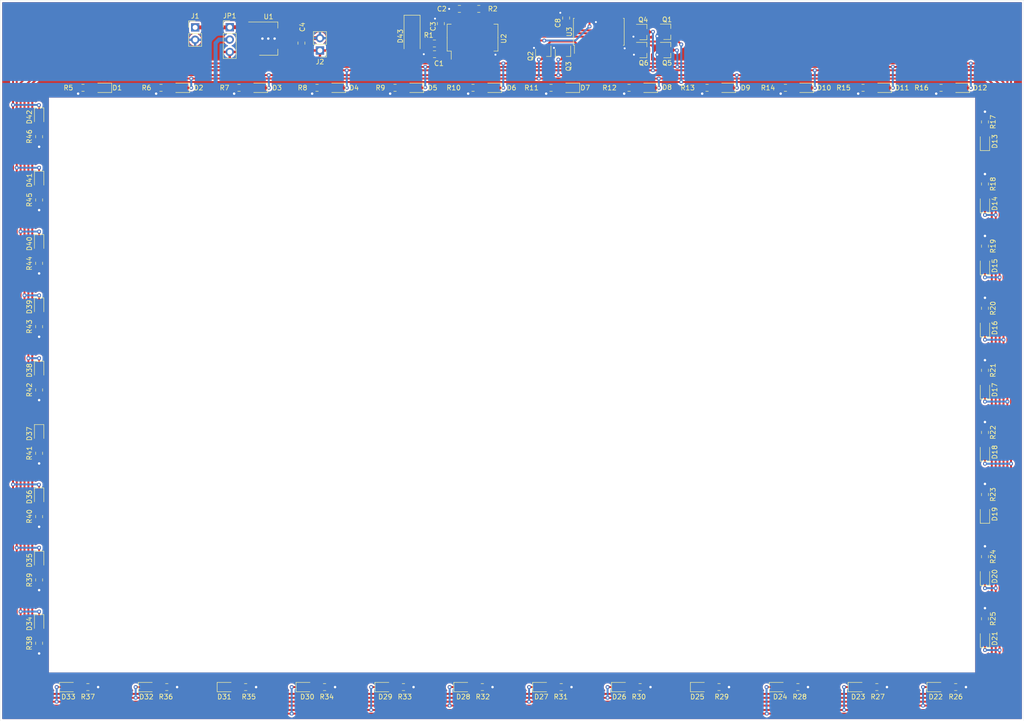
<source format=kicad_pcb>
(kicad_pcb (version 20171130) (host pcbnew 5.1.6+dfsg1-1)

  (general
    (thickness 1.6)
    (drawings 8)
    (tracks 662)
    (zones 0)
    (modules 104)
    (nets 66)
  )

  (page A4)
  (title_block
    (title "LED Frame")
    (date 2020-06-01)
    (rev 1)
    (company "CCC CH/BS")
  )

  (layers
    (0 F.Cu signal)
    (31 B.Cu signal)
    (32 B.Adhes user)
    (33 F.Adhes user)
    (34 B.Paste user)
    (35 F.Paste user)
    (36 B.SilkS user)
    (37 F.SilkS user)
    (38 B.Mask user)
    (39 F.Mask user)
    (40 Dwgs.User user)
    (41 Cmts.User user)
    (42 Eco1.User user hide)
    (43 Eco2.User user)
    (44 Edge.Cuts user)
    (45 Margin user)
    (46 B.CrtYd user)
    (47 F.CrtYd user)
    (48 B.Fab user)
    (49 F.Fab user)
  )

  (setup
    (last_trace_width 0.4)
    (user_trace_width 0.5)
    (user_trace_width 0.8)
    (trace_clearance 0.1)
    (zone_clearance 0.4)
    (zone_45_only no)
    (trace_min 0.2)
    (via_size 0.8)
    (via_drill 0.4)
    (via_min_size 0.4)
    (via_min_drill 0.3)
    (user_via 0.8 0.4)
    (user_via 1 0.5)
    (uvia_size 0.3)
    (uvia_drill 0.1)
    (uvias_allowed no)
    (uvia_min_size 0.2)
    (uvia_min_drill 0.1)
    (edge_width 0.05)
    (segment_width 0.2)
    (pcb_text_width 0.3)
    (pcb_text_size 1.5 1.5)
    (mod_edge_width 0.12)
    (mod_text_size 1 1)
    (mod_text_width 0.15)
    (pad_size 1.524 1.524)
    (pad_drill 0.762)
    (pad_to_mask_clearance 0.05)
    (aux_axis_origin 0 0)
    (visible_elements FFFDFF7F)
    (pcbplotparams
      (layerselection 0x010fc_ffffffff)
      (usegerberextensions false)
      (usegerberattributes true)
      (usegerberadvancedattributes true)
      (creategerberjobfile true)
      (excludeedgelayer true)
      (linewidth 0.100000)
      (plotframeref false)
      (viasonmask false)
      (mode 1)
      (useauxorigin false)
      (hpglpennumber 1)
      (hpglpenspeed 20)
      (hpglpendiameter 15.000000)
      (psnegative false)
      (psa4output false)
      (plotreference true)
      (plotvalue true)
      (plotinvisibletext false)
      (padsonsilk false)
      (subtractmaskfromsilk false)
      (outputformat 1)
      (mirror false)
      (drillshape 1)
      (scaleselection 1)
      (outputdirectory ""))
  )

  (net 0 "")
  (net 1 GND)
  (net 2 "Net-(C1-Pad1)")
  (net 3 "Net-(C2-Pad1)")
  (net 4 "Net-(D1-Pad2)")
  (net 5 "Net-(D3-Pad2)")
  (net 6 "Net-(D5-Pad2)")
  (net 7 "Net-(D7-Pad2)")
  (net 8 "Net-(D10-Pad2)")
  (net 9 "Net-(D9-Pad2)")
  (net 10 "Net-(D11-Pad2)")
  (net 11 "Net-(D13-Pad2)")
  (net 12 "Net-(D15-Pad2)")
  (net 13 "Net-(D17-Pad2)")
  (net 14 "Net-(D19-Pad2)")
  (net 15 "Net-(D21-Pad2)")
  (net 16 "Net-(D23-Pad2)")
  (net 17 "Net-(D25-Pad2)")
  (net 18 "Net-(D27-Pad2)")
  (net 19 "Net-(D29-Pad2)")
  (net 20 "Net-(D31-Pad2)")
  (net 21 "Net-(D33-Pad2)")
  (net 22 "Net-(D35-Pad2)")
  (net 23 "Net-(D37-Pad2)")
  (net 24 "Net-(D39-Pad2)")
  (net 25 "Net-(D41-Pad2)")
  (net 26 "Net-(J1-Pad1)")
  (net 27 "Net-(Q1-Pad1)")
  (net 28 "Net-(Q2-Pad1)")
  (net 29 "Net-(Q3-Pad1)")
  (net 30 "Net-(Q4-Pad1)")
  (net 31 "Net-(Q5-Pad1)")
  (net 32 "Net-(Q6-Pad1)")
  (net 33 /CLOCK)
  (net 34 VCC)
  (net 35 VCCQ)
  (net 36 "Net-(D2-Pad2)")
  (net 37 "Net-(D4-Pad2)")
  (net 38 "Net-(D6-Pad2)")
  (net 39 "Net-(D8-Pad2)")
  (net 40 "Net-(D12-Pad2)")
  (net 41 "Net-(D14-Pad2)")
  (net 42 "Net-(D16-Pad2)")
  (net 43 "Net-(D18-Pad2)")
  (net 44 "Net-(D20-Pad2)")
  (net 45 "Net-(D22-Pad2)")
  (net 46 "Net-(D24-Pad2)")
  (net 47 "Net-(D26-Pad2)")
  (net 48 "Net-(D28-Pad2)")
  (net 49 "Net-(D30-Pad2)")
  (net 50 "Net-(D32-Pad2)")
  (net 51 "Net-(D34-Pad2)")
  (net 52 "Net-(D36-Pad2)")
  (net 53 "Net-(D38-Pad2)")
  (net 54 "Net-(D40-Pad2)")
  (net 55 "Net-(D42-Pad2)")
  (net 56 /STEP1)
  (net 57 /STEP2)
  (net 58 /STEP3)
  (net 59 /STEP4)
  (net 60 /STEP5)
  (net 61 /STEP6)
  (net 62 "Net-(R2-Pad1)")
  (net 63 "Net-(U2-Pad2)")
  (net 64 /RESET)
  (net 65 "Net-(U2-Pad6)")

  (net_class Default "This is the default net class."
    (clearance 0.1)
    (trace_width 0.4)
    (via_dia 0.8)
    (via_drill 0.4)
    (uvia_dia 0.3)
    (uvia_drill 0.1)
    (add_net /CLOCK)
    (add_net /RESET)
    (add_net /STEP1)
    (add_net /STEP2)
    (add_net /STEP3)
    (add_net /STEP4)
    (add_net /STEP5)
    (add_net /STEP6)
    (add_net GND)
    (add_net "Net-(C1-Pad1)")
    (add_net "Net-(C2-Pad1)")
    (add_net "Net-(D1-Pad2)")
    (add_net "Net-(D10-Pad2)")
    (add_net "Net-(D11-Pad2)")
    (add_net "Net-(D12-Pad2)")
    (add_net "Net-(D13-Pad2)")
    (add_net "Net-(D14-Pad2)")
    (add_net "Net-(D15-Pad2)")
    (add_net "Net-(D16-Pad2)")
    (add_net "Net-(D17-Pad2)")
    (add_net "Net-(D18-Pad2)")
    (add_net "Net-(D19-Pad2)")
    (add_net "Net-(D2-Pad2)")
    (add_net "Net-(D20-Pad2)")
    (add_net "Net-(D21-Pad2)")
    (add_net "Net-(D22-Pad2)")
    (add_net "Net-(D23-Pad2)")
    (add_net "Net-(D24-Pad2)")
    (add_net "Net-(D25-Pad2)")
    (add_net "Net-(D26-Pad2)")
    (add_net "Net-(D27-Pad2)")
    (add_net "Net-(D28-Pad2)")
    (add_net "Net-(D29-Pad2)")
    (add_net "Net-(D3-Pad2)")
    (add_net "Net-(D30-Pad2)")
    (add_net "Net-(D31-Pad2)")
    (add_net "Net-(D32-Pad2)")
    (add_net "Net-(D33-Pad2)")
    (add_net "Net-(D34-Pad2)")
    (add_net "Net-(D35-Pad2)")
    (add_net "Net-(D36-Pad2)")
    (add_net "Net-(D37-Pad2)")
    (add_net "Net-(D38-Pad2)")
    (add_net "Net-(D39-Pad2)")
    (add_net "Net-(D4-Pad2)")
    (add_net "Net-(D40-Pad2)")
    (add_net "Net-(D41-Pad2)")
    (add_net "Net-(D42-Pad2)")
    (add_net "Net-(D5-Pad2)")
    (add_net "Net-(D6-Pad2)")
    (add_net "Net-(D7-Pad2)")
    (add_net "Net-(D8-Pad2)")
    (add_net "Net-(D9-Pad2)")
    (add_net "Net-(J1-Pad1)")
    (add_net "Net-(Q1-Pad1)")
    (add_net "Net-(Q2-Pad1)")
    (add_net "Net-(Q3-Pad1)")
    (add_net "Net-(Q4-Pad1)")
    (add_net "Net-(Q5-Pad1)")
    (add_net "Net-(Q6-Pad1)")
    (add_net "Net-(R2-Pad1)")
    (add_net "Net-(U2-Pad2)")
    (add_net "Net-(U2-Pad6)")
    (add_net VCC)
  )

  (net_class Power ""
    (clearance 0.1)
    (trace_width 0.8)
    (via_dia 1)
    (via_drill 0.5)
    (uvia_dia 0.3)
    (uvia_drill 0.1)
    (add_net VCCQ)
  )

  (module Capacitor_SMD:C_0805_2012Metric_Pad1.15x1.40mm_HandSolder (layer F.Cu) (tedit 5B36C52B) (tstamp 5ED7E445)
    (at 105.1 26.1 180)
    (descr "Capacitor SMD 0805 (2012 Metric), square (rectangular) end terminal, IPC_7351 nominal with elongated pad for handsoldering. (Body size source: https://docs.google.com/spreadsheets/d/1BsfQQcO9C6DZCsRaXUlFlo91Tg2WpOkGARC1WS5S8t0/edit?usp=sharing), generated with kicad-footprint-generator")
    (tags "capacitor handsolder")
    (path /5EFF0205)
    (attr smd)
    (fp_text reference C1 (at -0.9 -1.9) (layer F.SilkS)
      (effects (font (size 1 1) (thickness 0.15)))
    )
    (fp_text value 10u (at 0 1.65) (layer F.Fab)
      (effects (font (size 1 1) (thickness 0.15)))
    )
    (fp_line (start -1 0.6) (end -1 -0.6) (layer F.Fab) (width 0.1))
    (fp_line (start -1 -0.6) (end 1 -0.6) (layer F.Fab) (width 0.1))
    (fp_line (start 1 -0.6) (end 1 0.6) (layer F.Fab) (width 0.1))
    (fp_line (start 1 0.6) (end -1 0.6) (layer F.Fab) (width 0.1))
    (fp_line (start -0.261252 -0.71) (end 0.261252 -0.71) (layer F.SilkS) (width 0.12))
    (fp_line (start -0.261252 0.71) (end 0.261252 0.71) (layer F.SilkS) (width 0.12))
    (fp_line (start -1.85 0.95) (end -1.85 -0.95) (layer F.CrtYd) (width 0.05))
    (fp_line (start -1.85 -0.95) (end 1.85 -0.95) (layer F.CrtYd) (width 0.05))
    (fp_line (start 1.85 -0.95) (end 1.85 0.95) (layer F.CrtYd) (width 0.05))
    (fp_line (start 1.85 0.95) (end -1.85 0.95) (layer F.CrtYd) (width 0.05))
    (fp_text user %R (at 0 0) (layer F.Fab)
      (effects (font (size 0.5 0.5) (thickness 0.08)))
    )
    (pad 2 smd roundrect (at 1.025 0 180) (size 1.15 1.4) (layers F.Cu F.Paste F.Mask) (roundrect_rratio 0.217391)
      (net 1 GND))
    (pad 1 smd roundrect (at -1.025 0 180) (size 1.15 1.4) (layers F.Cu F.Paste F.Mask) (roundrect_rratio 0.217391)
      (net 2 "Net-(C1-Pad1)"))
    (model ${KISYS3DMOD}/Capacitor_SMD.3dshapes/C_0805_2012Metric.wrl
      (at (xyz 0 0 0))
      (scale (xyz 1 1 1))
      (rotate (xyz 0 0 0))
    )
  )

  (module Capacitor_SMD:C_0805_2012Metric_Pad1.15x1.40mm_HandSolder (layer F.Cu) (tedit 5B36C52B) (tstamp 5ED7E60D)
    (at 110.2 16.8 180)
    (descr "Capacitor SMD 0805 (2012 Metric), square (rectangular) end terminal, IPC_7351 nominal with elongated pad for handsoldering. (Body size source: https://docs.google.com/spreadsheets/d/1BsfQQcO9C6DZCsRaXUlFlo91Tg2WpOkGARC1WS5S8t0/edit?usp=sharing), generated with kicad-footprint-generator")
    (tags "capacitor handsolder")
    (path /5EE41DED)
    (attr smd)
    (fp_text reference C2 (at 3.6 0) (layer F.SilkS)
      (effects (font (size 1 1) (thickness 0.15)))
    )
    (fp_text value 10u (at -0.1 0) (layer F.Fab)
      (effects (font (size 1 1) (thickness 0.15)))
    )
    (fp_line (start -1 0.6) (end -1 -0.6) (layer F.Fab) (width 0.1))
    (fp_line (start -1 -0.6) (end 1 -0.6) (layer F.Fab) (width 0.1))
    (fp_line (start 1 -0.6) (end 1 0.6) (layer F.Fab) (width 0.1))
    (fp_line (start 1 0.6) (end -1 0.6) (layer F.Fab) (width 0.1))
    (fp_line (start -0.261252 -0.71) (end 0.261252 -0.71) (layer F.SilkS) (width 0.12))
    (fp_line (start -0.261252 0.71) (end 0.261252 0.71) (layer F.SilkS) (width 0.12))
    (fp_line (start -1.85 0.95) (end -1.85 -0.95) (layer F.CrtYd) (width 0.05))
    (fp_line (start -1.85 -0.95) (end 1.85 -0.95) (layer F.CrtYd) (width 0.05))
    (fp_line (start 1.85 -0.95) (end 1.85 0.95) (layer F.CrtYd) (width 0.05))
    (fp_line (start 1.85 0.95) (end -1.85 0.95) (layer F.CrtYd) (width 0.05))
    (fp_text user %R (at 0 0) (layer F.Fab)
      (effects (font (size 0.5 0.5) (thickness 0.08)))
    )
    (pad 2 smd roundrect (at 1.025 0 180) (size 1.15 1.4) (layers F.Cu F.Paste F.Mask) (roundrect_rratio 0.217391)
      (net 1 GND))
    (pad 1 smd roundrect (at -1.025 0 180) (size 1.15 1.4) (layers F.Cu F.Paste F.Mask) (roundrect_rratio 0.217391)
      (net 3 "Net-(C2-Pad1)"))
    (model ${KISYS3DMOD}/Capacitor_SMD.3dshapes/C_0805_2012Metric.wrl
      (at (xyz 0 0 0))
      (scale (xyz 1 1 1))
      (rotate (xyz 0 0 0))
    )
  )

  (module Capacitor_SMD:C_0805_2012Metric_Pad1.15x1.40mm_HandSolder (layer F.Cu) (tedit 5B36C52B) (tstamp 5ED7E4A8)
    (at 106.4 19.825 270)
    (descr "Capacitor SMD 0805 (2012 Metric), square (rectangular) end terminal, IPC_7351 nominal with elongated pad for handsoldering. (Body size source: https://docs.google.com/spreadsheets/d/1BsfQQcO9C6DZCsRaXUlFlo91Tg2WpOkGARC1WS5S8t0/edit?usp=sharing), generated with kicad-footprint-generator")
    (tags "capacitor handsolder")
    (path /5EE82DCF)
    (attr smd)
    (fp_text reference C3 (at 0.575 1.6 90) (layer F.SilkS)
      (effects (font (size 1 1) (thickness 0.15)))
    )
    (fp_text value 100n (at 0 1.65 90) (layer F.Fab)
      (effects (font (size 1 1) (thickness 0.15)))
    )
    (fp_line (start 1.85 0.95) (end -1.85 0.95) (layer F.CrtYd) (width 0.05))
    (fp_line (start 1.85 -0.95) (end 1.85 0.95) (layer F.CrtYd) (width 0.05))
    (fp_line (start -1.85 -0.95) (end 1.85 -0.95) (layer F.CrtYd) (width 0.05))
    (fp_line (start -1.85 0.95) (end -1.85 -0.95) (layer F.CrtYd) (width 0.05))
    (fp_line (start -0.261252 0.71) (end 0.261252 0.71) (layer F.SilkS) (width 0.12))
    (fp_line (start -0.261252 -0.71) (end 0.261252 -0.71) (layer F.SilkS) (width 0.12))
    (fp_line (start 1 0.6) (end -1 0.6) (layer F.Fab) (width 0.1))
    (fp_line (start 1 -0.6) (end 1 0.6) (layer F.Fab) (width 0.1))
    (fp_line (start -1 -0.6) (end 1 -0.6) (layer F.Fab) (width 0.1))
    (fp_line (start -1 0.6) (end -1 -0.6) (layer F.Fab) (width 0.1))
    (fp_text user %R (at 0 0 90) (layer F.Fab)
      (effects (font (size 0.5 0.5) (thickness 0.08)))
    )
    (pad 1 smd roundrect (at -1.025 0 270) (size 1.15 1.4) (layers F.Cu F.Paste F.Mask) (roundrect_rratio 0.217391)
      (net 1 GND))
    (pad 2 smd roundrect (at 1.025 0 270) (size 1.15 1.4) (layers F.Cu F.Paste F.Mask) (roundrect_rratio 0.217391)
      (net 34 VCC))
    (model ${KISYS3DMOD}/Capacitor_SMD.3dshapes/C_0805_2012Metric.wrl
      (at (xyz 0 0 0))
      (scale (xyz 1 1 1))
      (rotate (xyz 0 0 0))
    )
  )

  (module Capacitor_SMD:C_0805_2012Metric_Pad1.15x1.40mm_HandSolder (layer F.Cu) (tedit 5B36C52B) (tstamp 5ED59A61)
    (at 77.8 23.825 90)
    (descr "Capacitor SMD 0805 (2012 Metric), square (rectangular) end terminal, IPC_7351 nominal with elongated pad for handsoldering. (Body size source: https://docs.google.com/spreadsheets/d/1BsfQQcO9C6DZCsRaXUlFlo91Tg2WpOkGARC1WS5S8t0/edit?usp=sharing), generated with kicad-footprint-generator")
    (tags "capacitor handsolder")
    (path /5EDFD552)
    (attr smd)
    (fp_text reference C4 (at 3.3 0.2 90) (layer F.SilkS)
      (effects (font (size 1 1) (thickness 0.15)))
    )
    (fp_text value 10u (at 0 1.65 90) (layer F.Fab)
      (effects (font (size 1 1) (thickness 0.15)))
    )
    (fp_line (start -1 0.6) (end -1 -0.6) (layer F.Fab) (width 0.1))
    (fp_line (start -1 -0.6) (end 1 -0.6) (layer F.Fab) (width 0.1))
    (fp_line (start 1 -0.6) (end 1 0.6) (layer F.Fab) (width 0.1))
    (fp_line (start 1 0.6) (end -1 0.6) (layer F.Fab) (width 0.1))
    (fp_line (start -0.261252 -0.71) (end 0.261252 -0.71) (layer F.SilkS) (width 0.12))
    (fp_line (start -0.261252 0.71) (end 0.261252 0.71) (layer F.SilkS) (width 0.12))
    (fp_line (start -1.85 0.95) (end -1.85 -0.95) (layer F.CrtYd) (width 0.05))
    (fp_line (start -1.85 -0.95) (end 1.85 -0.95) (layer F.CrtYd) (width 0.05))
    (fp_line (start 1.85 -0.95) (end 1.85 0.95) (layer F.CrtYd) (width 0.05))
    (fp_line (start 1.85 0.95) (end -1.85 0.95) (layer F.CrtYd) (width 0.05))
    (fp_text user %R (at 0 0 90) (layer F.Fab)
      (effects (font (size 0.5 0.5) (thickness 0.08)))
    )
    (pad 2 smd roundrect (at 1.025 0 90) (size 1.15 1.4) (layers F.Cu F.Paste F.Mask) (roundrect_rratio 0.217391)
      (net 1 GND))
    (pad 1 smd roundrect (at -1.025 0 90) (size 1.15 1.4) (layers F.Cu F.Paste F.Mask) (roundrect_rratio 0.217391)
      (net 34 VCC))
    (model ${KISYS3DMOD}/Capacitor_SMD.3dshapes/C_0805_2012Metric.wrl
      (at (xyz 0 0 0))
      (scale (xyz 1 1 1))
      (rotate (xyz 0 0 0))
    )
  )

  (module LED_SMD:LED_0805_2012Metric_Pad1.15x1.40mm_HandSolder (layer F.Cu) (tedit 5B4B45C9) (tstamp 5ED5ADC2)
    (at 37.025 33 180)
    (descr "LED SMD 0805 (2012 Metric), square (rectangular) end terminal, IPC_7351 nominal, (Body size source: https://docs.google.com/spreadsheets/d/1BsfQQcO9C6DZCsRaXUlFlo91Tg2WpOkGARC1WS5S8t0/edit?usp=sharing), generated with kicad-footprint-generator")
    (tags "LED handsolder")
    (path /5EEB619B)
    (attr smd)
    (fp_text reference D1 (at -2.975 0) (layer F.SilkS)
      (effects (font (size 1 1) (thickness 0.15)))
    )
    (fp_text value LED (at 0 1.65) (layer F.Fab)
      (effects (font (size 1 1) (thickness 0.15)))
    )
    (fp_line (start 1.85 0.95) (end -1.85 0.95) (layer F.CrtYd) (width 0.05))
    (fp_line (start 1.85 -0.95) (end 1.85 0.95) (layer F.CrtYd) (width 0.05))
    (fp_line (start -1.85 -0.95) (end 1.85 -0.95) (layer F.CrtYd) (width 0.05))
    (fp_line (start -1.85 0.95) (end -1.85 -0.95) (layer F.CrtYd) (width 0.05))
    (fp_line (start -1.86 0.96) (end 1 0.96) (layer F.SilkS) (width 0.12))
    (fp_line (start -1.86 -0.96) (end -1.86 0.96) (layer F.SilkS) (width 0.12))
    (fp_line (start 1 -0.96) (end -1.86 -0.96) (layer F.SilkS) (width 0.12))
    (fp_line (start 1 0.6) (end 1 -0.6) (layer F.Fab) (width 0.1))
    (fp_line (start -1 0.6) (end 1 0.6) (layer F.Fab) (width 0.1))
    (fp_line (start -1 -0.3) (end -1 0.6) (layer F.Fab) (width 0.1))
    (fp_line (start -0.7 -0.6) (end -1 -0.3) (layer F.Fab) (width 0.1))
    (fp_line (start 1 -0.6) (end -0.7 -0.6) (layer F.Fab) (width 0.1))
    (fp_text user %R (at 0 0) (layer F.Fab)
      (effects (font (size 0.5 0.5) (thickness 0.08)))
    )
    (pad 1 smd roundrect (at -1.025 0 180) (size 1.15 1.4) (layers F.Cu F.Paste F.Mask) (roundrect_rratio 0.217391)
      (net 56 /STEP1))
    (pad 2 smd roundrect (at 1.025 0 180) (size 1.15 1.4) (layers F.Cu F.Paste F.Mask) (roundrect_rratio 0.217391)
      (net 4 "Net-(D1-Pad2)"))
    (model ${KISYS3DMOD}/LED_SMD.3dshapes/LED_0805_2012Metric.wrl
      (at (xyz 0 0 0))
      (scale (xyz 1 1 1))
      (rotate (xyz 0 0 0))
    )
  )

  (module LED_SMD:LED_0805_2012Metric_Pad1.15x1.40mm_HandSolder (layer F.Cu) (tedit 5B4B45C9) (tstamp 5ED5AC12)
    (at 53.022727 33 180)
    (descr "LED SMD 0805 (2012 Metric), square (rectangular) end terminal, IPC_7351 nominal, (Body size source: https://docs.google.com/spreadsheets/d/1BsfQQcO9C6DZCsRaXUlFlo91Tg2WpOkGARC1WS5S8t0/edit?usp=sharing), generated with kicad-footprint-generator")
    (tags "LED handsolder")
    (path /5F2540CF)
    (attr smd)
    (fp_text reference D2 (at -3.677273 0) (layer F.SilkS)
      (effects (font (size 1 1) (thickness 0.15)))
    )
    (fp_text value LED (at 0 1.65) (layer F.Fab)
      (effects (font (size 1 1) (thickness 0.15)))
    )
    (fp_line (start 1 -0.6) (end -0.7 -0.6) (layer F.Fab) (width 0.1))
    (fp_line (start -0.7 -0.6) (end -1 -0.3) (layer F.Fab) (width 0.1))
    (fp_line (start -1 -0.3) (end -1 0.6) (layer F.Fab) (width 0.1))
    (fp_line (start -1 0.6) (end 1 0.6) (layer F.Fab) (width 0.1))
    (fp_line (start 1 0.6) (end 1 -0.6) (layer F.Fab) (width 0.1))
    (fp_line (start 1 -0.96) (end -1.86 -0.96) (layer F.SilkS) (width 0.12))
    (fp_line (start -1.86 -0.96) (end -1.86 0.96) (layer F.SilkS) (width 0.12))
    (fp_line (start -1.86 0.96) (end 1 0.96) (layer F.SilkS) (width 0.12))
    (fp_line (start -1.85 0.95) (end -1.85 -0.95) (layer F.CrtYd) (width 0.05))
    (fp_line (start -1.85 -0.95) (end 1.85 -0.95) (layer F.CrtYd) (width 0.05))
    (fp_line (start 1.85 -0.95) (end 1.85 0.95) (layer F.CrtYd) (width 0.05))
    (fp_line (start 1.85 0.95) (end -1.85 0.95) (layer F.CrtYd) (width 0.05))
    (fp_text user %R (at 0 0) (layer F.Fab)
      (effects (font (size 0.5 0.5) (thickness 0.08)))
    )
    (pad 2 smd roundrect (at 1.025 0 180) (size 1.15 1.4) (layers F.Cu F.Paste F.Mask) (roundrect_rratio 0.217391)
      (net 36 "Net-(D2-Pad2)"))
    (pad 1 smd roundrect (at -1.025 0 180) (size 1.15 1.4) (layers F.Cu F.Paste F.Mask) (roundrect_rratio 0.217391)
      (net 57 /STEP2))
    (model ${KISYS3DMOD}/LED_SMD.3dshapes/LED_0805_2012Metric.wrl
      (at (xyz 0 0 0))
      (scale (xyz 1 1 1))
      (rotate (xyz 0 0 0))
    )
  )

  (module LED_SMD:LED_0805_2012Metric_Pad1.15x1.40mm_HandSolder (layer F.Cu) (tedit 5B4B45C9) (tstamp 5ED59B6B)
    (at 69.020454 33 180)
    (descr "LED SMD 0805 (2012 Metric), square (rectangular) end terminal, IPC_7351 nominal, (Body size source: https://docs.google.com/spreadsheets/d/1BsfQQcO9C6DZCsRaXUlFlo91Tg2WpOkGARC1WS5S8t0/edit?usp=sharing), generated with kicad-footprint-generator")
    (tags "LED handsolder")
    (path /5EF0646F)
    (attr smd)
    (fp_text reference D3 (at -3.779546 0) (layer F.SilkS)
      (effects (font (size 1 1) (thickness 0.15)))
    )
    (fp_text value LED (at 0 1.65) (layer F.Fab)
      (effects (font (size 1 1) (thickness 0.15)))
    )
    (fp_line (start 1 -0.6) (end -0.7 -0.6) (layer F.Fab) (width 0.1))
    (fp_line (start -0.7 -0.6) (end -1 -0.3) (layer F.Fab) (width 0.1))
    (fp_line (start -1 -0.3) (end -1 0.6) (layer F.Fab) (width 0.1))
    (fp_line (start -1 0.6) (end 1 0.6) (layer F.Fab) (width 0.1))
    (fp_line (start 1 0.6) (end 1 -0.6) (layer F.Fab) (width 0.1))
    (fp_line (start 1 -0.96) (end -1.86 -0.96) (layer F.SilkS) (width 0.12))
    (fp_line (start -1.86 -0.96) (end -1.86 0.96) (layer F.SilkS) (width 0.12))
    (fp_line (start -1.86 0.96) (end 1 0.96) (layer F.SilkS) (width 0.12))
    (fp_line (start -1.85 0.95) (end -1.85 -0.95) (layer F.CrtYd) (width 0.05))
    (fp_line (start -1.85 -0.95) (end 1.85 -0.95) (layer F.CrtYd) (width 0.05))
    (fp_line (start 1.85 -0.95) (end 1.85 0.95) (layer F.CrtYd) (width 0.05))
    (fp_line (start 1.85 0.95) (end -1.85 0.95) (layer F.CrtYd) (width 0.05))
    (fp_text user %R (at 0 0) (layer F.Fab)
      (effects (font (size 0.5 0.5) (thickness 0.08)))
    )
    (pad 2 smd roundrect (at 1.025 0 180) (size 1.15 1.4) (layers F.Cu F.Paste F.Mask) (roundrect_rratio 0.217391)
      (net 5 "Net-(D3-Pad2)"))
    (pad 1 smd roundrect (at -1.025 0 180) (size 1.15 1.4) (layers F.Cu F.Paste F.Mask) (roundrect_rratio 0.217391)
      (net 58 /STEP3))
    (model ${KISYS3DMOD}/LED_SMD.3dshapes/LED_0805_2012Metric.wrl
      (at (xyz 0 0 0))
      (scale (xyz 1 1 1))
      (rotate (xyz 0 0 0))
    )
  )

  (module LED_SMD:LED_0805_2012Metric_Pad1.15x1.40mm_HandSolder (layer F.Cu) (tedit 5B4B45C9) (tstamp 5ED59F85)
    (at 85.018181 33 180)
    (descr "LED SMD 0805 (2012 Metric), square (rectangular) end terminal, IPC_7351 nominal, (Body size source: https://docs.google.com/spreadsheets/d/1BsfQQcO9C6DZCsRaXUlFlo91Tg2WpOkGARC1WS5S8t0/edit?usp=sharing), generated with kicad-footprint-generator")
    (tags "LED handsolder")
    (path /5F254101)
    (attr smd)
    (fp_text reference D4 (at -3.581819 0) (layer F.SilkS)
      (effects (font (size 1 1) (thickness 0.15)))
    )
    (fp_text value LED (at 0 1.65) (layer F.Fab)
      (effects (font (size 1 1) (thickness 0.15)))
    )
    (fp_line (start 1.85 0.95) (end -1.85 0.95) (layer F.CrtYd) (width 0.05))
    (fp_line (start 1.85 -0.95) (end 1.85 0.95) (layer F.CrtYd) (width 0.05))
    (fp_line (start -1.85 -0.95) (end 1.85 -0.95) (layer F.CrtYd) (width 0.05))
    (fp_line (start -1.85 0.95) (end -1.85 -0.95) (layer F.CrtYd) (width 0.05))
    (fp_line (start -1.86 0.96) (end 1 0.96) (layer F.SilkS) (width 0.12))
    (fp_line (start -1.86 -0.96) (end -1.86 0.96) (layer F.SilkS) (width 0.12))
    (fp_line (start 1 -0.96) (end -1.86 -0.96) (layer F.SilkS) (width 0.12))
    (fp_line (start 1 0.6) (end 1 -0.6) (layer F.Fab) (width 0.1))
    (fp_line (start -1 0.6) (end 1 0.6) (layer F.Fab) (width 0.1))
    (fp_line (start -1 -0.3) (end -1 0.6) (layer F.Fab) (width 0.1))
    (fp_line (start -0.7 -0.6) (end -1 -0.3) (layer F.Fab) (width 0.1))
    (fp_line (start 1 -0.6) (end -0.7 -0.6) (layer F.Fab) (width 0.1))
    (fp_text user %R (at 0 0) (layer F.Fab)
      (effects (font (size 0.5 0.5) (thickness 0.08)))
    )
    (pad 1 smd roundrect (at -1.025 0 180) (size 1.15 1.4) (layers F.Cu F.Paste F.Mask) (roundrect_rratio 0.217391)
      (net 59 /STEP4))
    (pad 2 smd roundrect (at 1.025 0 180) (size 1.15 1.4) (layers F.Cu F.Paste F.Mask) (roundrect_rratio 0.217391)
      (net 37 "Net-(D4-Pad2)"))
    (model ${KISYS3DMOD}/LED_SMD.3dshapes/LED_0805_2012Metric.wrl
      (at (xyz 0 0 0))
      (scale (xyz 1 1 1))
      (rotate (xyz 0 0 0))
    )
  )

  (module LED_SMD:LED_0805_2012Metric_Pad1.15x1.40mm_HandSolder (layer F.Cu) (tedit 5B4B45C9) (tstamp 5ED57437)
    (at 101.015908 33 180)
    (descr "LED SMD 0805 (2012 Metric), square (rectangular) end terminal, IPC_7351 nominal, (Body size source: https://docs.google.com/spreadsheets/d/1BsfQQcO9C6DZCsRaXUlFlo91Tg2WpOkGARC1WS5S8t0/edit?usp=sharing), generated with kicad-footprint-generator")
    (tags "LED handsolder")
    (path /5EF107D5)
    (attr smd)
    (fp_text reference D5 (at -3.684092 0) (layer F.SilkS)
      (effects (font (size 1 1) (thickness 0.15)))
    )
    (fp_text value LED (at 0 1.65) (layer F.Fab)
      (effects (font (size 1 1) (thickness 0.15)))
    )
    (fp_line (start 1.85 0.95) (end -1.85 0.95) (layer F.CrtYd) (width 0.05))
    (fp_line (start 1.85 -0.95) (end 1.85 0.95) (layer F.CrtYd) (width 0.05))
    (fp_line (start -1.85 -0.95) (end 1.85 -0.95) (layer F.CrtYd) (width 0.05))
    (fp_line (start -1.85 0.95) (end -1.85 -0.95) (layer F.CrtYd) (width 0.05))
    (fp_line (start -1.86 0.96) (end 1 0.96) (layer F.SilkS) (width 0.12))
    (fp_line (start -1.86 -0.96) (end -1.86 0.96) (layer F.SilkS) (width 0.12))
    (fp_line (start 1 -0.96) (end -1.86 -0.96) (layer F.SilkS) (width 0.12))
    (fp_line (start 1 0.6) (end 1 -0.6) (layer F.Fab) (width 0.1))
    (fp_line (start -1 0.6) (end 1 0.6) (layer F.Fab) (width 0.1))
    (fp_line (start -1 -0.3) (end -1 0.6) (layer F.Fab) (width 0.1))
    (fp_line (start -0.7 -0.6) (end -1 -0.3) (layer F.Fab) (width 0.1))
    (fp_line (start 1 -0.6) (end -0.7 -0.6) (layer F.Fab) (width 0.1))
    (fp_text user %R (at 0 0) (layer F.Fab)
      (effects (font (size 0.5 0.5) (thickness 0.08)))
    )
    (pad 1 smd roundrect (at -1.025 0 180) (size 1.15 1.4) (layers F.Cu F.Paste F.Mask) (roundrect_rratio 0.217391)
      (net 60 /STEP5))
    (pad 2 smd roundrect (at 1.025 0 180) (size 1.15 1.4) (layers F.Cu F.Paste F.Mask) (roundrect_rratio 0.217391)
      (net 6 "Net-(D5-Pad2)"))
    (model ${KISYS3DMOD}/LED_SMD.3dshapes/LED_0805_2012Metric.wrl
      (at (xyz 0 0 0))
      (scale (xyz 1 1 1))
      (rotate (xyz 0 0 0))
    )
  )

  (module LED_SMD:LED_0805_2012Metric_Pad1.15x1.40mm_HandSolder (layer F.Cu) (tedit 5B4B45C9) (tstamp 5ED5ABDC)
    (at 117.013635 33 180)
    (descr "LED SMD 0805 (2012 Metric), square (rectangular) end terminal, IPC_7351 nominal, (Body size source: https://docs.google.com/spreadsheets/d/1BsfQQcO9C6DZCsRaXUlFlo91Tg2WpOkGARC1WS5S8t0/edit?usp=sharing), generated with kicad-footprint-generator")
    (tags "LED handsolder")
    (path /5F2540ED)
    (attr smd)
    (fp_text reference D6 (at -3.886365 0) (layer F.SilkS)
      (effects (font (size 1 1) (thickness 0.15)))
    )
    (fp_text value LED (at 0 1.65) (layer F.Fab)
      (effects (font (size 1 1) (thickness 0.15)))
    )
    (fp_line (start 1.85 0.95) (end -1.85 0.95) (layer F.CrtYd) (width 0.05))
    (fp_line (start 1.85 -0.95) (end 1.85 0.95) (layer F.CrtYd) (width 0.05))
    (fp_line (start -1.85 -0.95) (end 1.85 -0.95) (layer F.CrtYd) (width 0.05))
    (fp_line (start -1.85 0.95) (end -1.85 -0.95) (layer F.CrtYd) (width 0.05))
    (fp_line (start -1.86 0.96) (end 1 0.96) (layer F.SilkS) (width 0.12))
    (fp_line (start -1.86 -0.96) (end -1.86 0.96) (layer F.SilkS) (width 0.12))
    (fp_line (start 1 -0.96) (end -1.86 -0.96) (layer F.SilkS) (width 0.12))
    (fp_line (start 1 0.6) (end 1 -0.6) (layer F.Fab) (width 0.1))
    (fp_line (start -1 0.6) (end 1 0.6) (layer F.Fab) (width 0.1))
    (fp_line (start -1 -0.3) (end -1 0.6) (layer F.Fab) (width 0.1))
    (fp_line (start -0.7 -0.6) (end -1 -0.3) (layer F.Fab) (width 0.1))
    (fp_line (start 1 -0.6) (end -0.7 -0.6) (layer F.Fab) (width 0.1))
    (fp_text user %R (at 0 0) (layer F.Fab)
      (effects (font (size 0.5 0.5) (thickness 0.08)))
    )
    (pad 1 smd roundrect (at -1.025 0 180) (size 1.15 1.4) (layers F.Cu F.Paste F.Mask) (roundrect_rratio 0.217391)
      (net 61 /STEP6))
    (pad 2 smd roundrect (at 1.025 0 180) (size 1.15 1.4) (layers F.Cu F.Paste F.Mask) (roundrect_rratio 0.217391)
      (net 38 "Net-(D6-Pad2)"))
    (model ${KISYS3DMOD}/LED_SMD.3dshapes/LED_0805_2012Metric.wrl
      (at (xyz 0 0 0))
      (scale (xyz 1 1 1))
      (rotate (xyz 0 0 0))
    )
  )

  (module LED_SMD:LED_0805_2012Metric_Pad1.15x1.40mm_HandSolder (layer F.Cu) (tedit 5B4B45C9) (tstamp 5ED5AF3C)
    (at 133.011362 33 180)
    (descr "LED SMD 0805 (2012 Metric), square (rectangular) end terminal, IPC_7351 nominal, (Body size source: https://docs.google.com/spreadsheets/d/1BsfQQcO9C6DZCsRaXUlFlo91Tg2WpOkGARC1WS5S8t0/edit?usp=sharing), generated with kicad-footprint-generator")
    (tags "LED handsolder")
    (path /5EFDCEC0)
    (attr smd)
    (fp_text reference D7 (at -3 0) (layer F.SilkS)
      (effects (font (size 1 1) (thickness 0.15)))
    )
    (fp_text value LED (at 0 1.65) (layer F.Fab)
      (effects (font (size 1 1) (thickness 0.15)))
    )
    (fp_line (start 1.85 0.95) (end -1.85 0.95) (layer F.CrtYd) (width 0.05))
    (fp_line (start 1.85 -0.95) (end 1.85 0.95) (layer F.CrtYd) (width 0.05))
    (fp_line (start -1.85 -0.95) (end 1.85 -0.95) (layer F.CrtYd) (width 0.05))
    (fp_line (start -1.85 0.95) (end -1.85 -0.95) (layer F.CrtYd) (width 0.05))
    (fp_line (start -1.86 0.96) (end 1 0.96) (layer F.SilkS) (width 0.12))
    (fp_line (start -1.86 -0.96) (end -1.86 0.96) (layer F.SilkS) (width 0.12))
    (fp_line (start 1 -0.96) (end -1.86 -0.96) (layer F.SilkS) (width 0.12))
    (fp_line (start 1 0.6) (end 1 -0.6) (layer F.Fab) (width 0.1))
    (fp_line (start -1 0.6) (end 1 0.6) (layer F.Fab) (width 0.1))
    (fp_line (start -1 -0.3) (end -1 0.6) (layer F.Fab) (width 0.1))
    (fp_line (start -0.7 -0.6) (end -1 -0.3) (layer F.Fab) (width 0.1))
    (fp_line (start 1 -0.6) (end -0.7 -0.6) (layer F.Fab) (width 0.1))
    (fp_text user %R (at 0 0) (layer F.Fab)
      (effects (font (size 0.5 0.5) (thickness 0.08)))
    )
    (pad 1 smd roundrect (at -1.025 0 180) (size 1.15 1.4) (layers F.Cu F.Paste F.Mask) (roundrect_rratio 0.217391)
      (net 56 /STEP1))
    (pad 2 smd roundrect (at 1.025 0 180) (size 1.15 1.4) (layers F.Cu F.Paste F.Mask) (roundrect_rratio 0.217391)
      (net 7 "Net-(D7-Pad2)"))
    (model ${KISYS3DMOD}/LED_SMD.3dshapes/LED_0805_2012Metric.wrl
      (at (xyz 0 0 0))
      (scale (xyz 1 1 1))
      (rotate (xyz 0 0 0))
    )
  )

  (module LED_SMD:LED_0805_2012Metric_Pad1.15x1.40mm_HandSolder (layer F.Cu) (tedit 5B4B45C9) (tstamp 5ED5AF72)
    (at 149.009089 33 180)
    (descr "LED SMD 0805 (2012 Metric), square (rectangular) end terminal, IPC_7351 nominal, (Body size source: https://docs.google.com/spreadsheets/d/1BsfQQcO9C6DZCsRaXUlFlo91Tg2WpOkGARC1WS5S8t0/edit?usp=sharing), generated with kicad-footprint-generator")
    (tags "LED handsolder")
    (path /5EF9C5B8)
    (attr smd)
    (fp_text reference D8 (at -3.790911 0.1) (layer F.SilkS)
      (effects (font (size 1 1) (thickness 0.15)))
    )
    (fp_text value LED (at 0 1.65) (layer F.Fab)
      (effects (font (size 1 1) (thickness 0.15)))
    )
    (fp_line (start 1 -0.6) (end -0.7 -0.6) (layer F.Fab) (width 0.1))
    (fp_line (start -0.7 -0.6) (end -1 -0.3) (layer F.Fab) (width 0.1))
    (fp_line (start -1 -0.3) (end -1 0.6) (layer F.Fab) (width 0.1))
    (fp_line (start -1 0.6) (end 1 0.6) (layer F.Fab) (width 0.1))
    (fp_line (start 1 0.6) (end 1 -0.6) (layer F.Fab) (width 0.1))
    (fp_line (start 1 -0.96) (end -1.86 -0.96) (layer F.SilkS) (width 0.12))
    (fp_line (start -1.86 -0.96) (end -1.86 0.96) (layer F.SilkS) (width 0.12))
    (fp_line (start -1.86 0.96) (end 1 0.96) (layer F.SilkS) (width 0.12))
    (fp_line (start -1.85 0.95) (end -1.85 -0.95) (layer F.CrtYd) (width 0.05))
    (fp_line (start -1.85 -0.95) (end 1.85 -0.95) (layer F.CrtYd) (width 0.05))
    (fp_line (start 1.85 -0.95) (end 1.85 0.95) (layer F.CrtYd) (width 0.05))
    (fp_line (start 1.85 0.95) (end -1.85 0.95) (layer F.CrtYd) (width 0.05))
    (fp_text user %R (at 0 0) (layer F.Fab)
      (effects (font (size 0.5 0.5) (thickness 0.08)))
    )
    (pad 2 smd roundrect (at 1.025 0 180) (size 1.15 1.4) (layers F.Cu F.Paste F.Mask) (roundrect_rratio 0.217391)
      (net 39 "Net-(D8-Pad2)"))
    (pad 1 smd roundrect (at -1.025 0 180) (size 1.15 1.4) (layers F.Cu F.Paste F.Mask) (roundrect_rratio 0.217391)
      (net 57 /STEP2))
    (model ${KISYS3DMOD}/LED_SMD.3dshapes/LED_0805_2012Metric.wrl
      (at (xyz 0 0 0))
      (scale (xyz 1 1 1))
      (rotate (xyz 0 0 0))
    )
  )

  (module LED_SMD:LED_0805_2012Metric_Pad1.15x1.40mm_HandSolder (layer F.Cu) (tedit 5B4B45C9) (tstamp 5ED5AD56)
    (at 165.006816 33 180)
    (descr "LED SMD 0805 (2012 Metric), square (rectangular) end terminal, IPC_7351 nominal, (Body size source: https://docs.google.com/spreadsheets/d/1BsfQQcO9C6DZCsRaXUlFlo91Tg2WpOkGARC1WS5S8t0/edit?usp=sharing), generated with kicad-footprint-generator")
    (tags "LED handsolder")
    (path /5F25410B)
    (attr smd)
    (fp_text reference D9 (at -3.893184 0) (layer F.SilkS)
      (effects (font (size 1 1) (thickness 0.15)))
    )
    (fp_text value LED (at 0 1.65) (layer F.Fab)
      (effects (font (size 1 1) (thickness 0.15)))
    )
    (fp_line (start 1.85 0.95) (end -1.85 0.95) (layer F.CrtYd) (width 0.05))
    (fp_line (start 1.85 -0.95) (end 1.85 0.95) (layer F.CrtYd) (width 0.05))
    (fp_line (start -1.85 -0.95) (end 1.85 -0.95) (layer F.CrtYd) (width 0.05))
    (fp_line (start -1.85 0.95) (end -1.85 -0.95) (layer F.CrtYd) (width 0.05))
    (fp_line (start -1.86 0.96) (end 1 0.96) (layer F.SilkS) (width 0.12))
    (fp_line (start -1.86 -0.96) (end -1.86 0.96) (layer F.SilkS) (width 0.12))
    (fp_line (start 1 -0.96) (end -1.86 -0.96) (layer F.SilkS) (width 0.12))
    (fp_line (start 1 0.6) (end 1 -0.6) (layer F.Fab) (width 0.1))
    (fp_line (start -1 0.6) (end 1 0.6) (layer F.Fab) (width 0.1))
    (fp_line (start -1 -0.3) (end -1 0.6) (layer F.Fab) (width 0.1))
    (fp_line (start -0.7 -0.6) (end -1 -0.3) (layer F.Fab) (width 0.1))
    (fp_line (start 1 -0.6) (end -0.7 -0.6) (layer F.Fab) (width 0.1))
    (fp_text user %R (at 0 0) (layer F.Fab)
      (effects (font (size 0.5 0.5) (thickness 0.08)))
    )
    (pad 1 smd roundrect (at -1.025 0 180) (size 1.15 1.4) (layers F.Cu F.Paste F.Mask) (roundrect_rratio 0.217391)
      (net 58 /STEP3))
    (pad 2 smd roundrect (at 1.025 0 180) (size 1.15 1.4) (layers F.Cu F.Paste F.Mask) (roundrect_rratio 0.217391)
      (net 9 "Net-(D9-Pad2)"))
    (model ${KISYS3DMOD}/LED_SMD.3dshapes/LED_0805_2012Metric.wrl
      (at (xyz 0 0 0))
      (scale (xyz 1 1 1))
      (rotate (xyz 0 0 0))
    )
  )

  (module LED_SMD:LED_0805_2012Metric_Pad1.15x1.40mm_HandSolder (layer F.Cu) (tedit 5B4B45C9) (tstamp 5ED57496)
    (at 181.004543 33 180)
    (descr "LED SMD 0805 (2012 Metric), square (rectangular) end terminal, IPC_7351 nominal, (Body size source: https://docs.google.com/spreadsheets/d/1BsfQQcO9C6DZCsRaXUlFlo91Tg2WpOkGARC1WS5S8t0/edit?usp=sharing), generated with kicad-footprint-generator")
    (tags "LED handsolder")
    (path /5EF9C608)
    (attr smd)
    (fp_text reference D10 (at -4 0) (layer F.SilkS)
      (effects (font (size 1 1) (thickness 0.15)))
    )
    (fp_text value LED (at 0 1.65) (layer F.Fab)
      (effects (font (size 1 1) (thickness 0.15)))
    )
    (fp_line (start 1 -0.6) (end -0.7 -0.6) (layer F.Fab) (width 0.1))
    (fp_line (start -0.7 -0.6) (end -1 -0.3) (layer F.Fab) (width 0.1))
    (fp_line (start -1 -0.3) (end -1 0.6) (layer F.Fab) (width 0.1))
    (fp_line (start -1 0.6) (end 1 0.6) (layer F.Fab) (width 0.1))
    (fp_line (start 1 0.6) (end 1 -0.6) (layer F.Fab) (width 0.1))
    (fp_line (start 1 -0.96) (end -1.86 -0.96) (layer F.SilkS) (width 0.12))
    (fp_line (start -1.86 -0.96) (end -1.86 0.96) (layer F.SilkS) (width 0.12))
    (fp_line (start -1.86 0.96) (end 1 0.96) (layer F.SilkS) (width 0.12))
    (fp_line (start -1.85 0.95) (end -1.85 -0.95) (layer F.CrtYd) (width 0.05))
    (fp_line (start -1.85 -0.95) (end 1.85 -0.95) (layer F.CrtYd) (width 0.05))
    (fp_line (start 1.85 -0.95) (end 1.85 0.95) (layer F.CrtYd) (width 0.05))
    (fp_line (start 1.85 0.95) (end -1.85 0.95) (layer F.CrtYd) (width 0.05))
    (fp_text user %R (at 0 0) (layer F.Fab)
      (effects (font (size 0.5 0.5) (thickness 0.08)))
    )
    (pad 2 smd roundrect (at 1.025 0 180) (size 1.15 1.4) (layers F.Cu F.Paste F.Mask) (roundrect_rratio 0.217391)
      (net 8 "Net-(D10-Pad2)"))
    (pad 1 smd roundrect (at -1.025 0 180) (size 1.15 1.4) (layers F.Cu F.Paste F.Mask) (roundrect_rratio 0.217391)
      (net 59 /STEP4))
    (model ${KISYS3DMOD}/LED_SMD.3dshapes/LED_0805_2012Metric.wrl
      (at (xyz 0 0 0))
      (scale (xyz 1 1 1))
      (rotate (xyz 0 0 0))
    )
  )

  (module LED_SMD:LED_0805_2012Metric_Pad1.15x1.40mm_HandSolder (layer F.Cu) (tedit 5B4B45C9) (tstamp 5ED5A519)
    (at 197.00227 33 180)
    (descr "LED SMD 0805 (2012 Metric), square (rectangular) end terminal, IPC_7351 nominal, (Body size source: https://docs.google.com/spreadsheets/d/1BsfQQcO9C6DZCsRaXUlFlo91Tg2WpOkGARC1WS5S8t0/edit?usp=sharing), generated with kicad-footprint-generator")
    (tags "LED handsolder")
    (path /5F25413D)
    (attr smd)
    (fp_text reference D11 (at -4 0) (layer F.SilkS)
      (effects (font (size 1 1) (thickness 0.15)))
    )
    (fp_text value LED (at 0 1.65) (layer F.Fab)
      (effects (font (size 1 1) (thickness 0.15)))
    )
    (fp_line (start 1 -0.6) (end -0.7 -0.6) (layer F.Fab) (width 0.1))
    (fp_line (start -0.7 -0.6) (end -1 -0.3) (layer F.Fab) (width 0.1))
    (fp_line (start -1 -0.3) (end -1 0.6) (layer F.Fab) (width 0.1))
    (fp_line (start -1 0.6) (end 1 0.6) (layer F.Fab) (width 0.1))
    (fp_line (start 1 0.6) (end 1 -0.6) (layer F.Fab) (width 0.1))
    (fp_line (start 1 -0.96) (end -1.86 -0.96) (layer F.SilkS) (width 0.12))
    (fp_line (start -1.86 -0.96) (end -1.86 0.96) (layer F.SilkS) (width 0.12))
    (fp_line (start -1.86 0.96) (end 1 0.96) (layer F.SilkS) (width 0.12))
    (fp_line (start -1.85 0.95) (end -1.85 -0.95) (layer F.CrtYd) (width 0.05))
    (fp_line (start -1.85 -0.95) (end 1.85 -0.95) (layer F.CrtYd) (width 0.05))
    (fp_line (start 1.85 -0.95) (end 1.85 0.95) (layer F.CrtYd) (width 0.05))
    (fp_line (start 1.85 0.95) (end -1.85 0.95) (layer F.CrtYd) (width 0.05))
    (fp_text user %R (at 0 0) (layer F.Fab)
      (effects (font (size 0.5 0.5) (thickness 0.08)))
    )
    (pad 2 smd roundrect (at 1.025 0 180) (size 1.15 1.4) (layers F.Cu F.Paste F.Mask) (roundrect_rratio 0.217391)
      (net 10 "Net-(D11-Pad2)"))
    (pad 1 smd roundrect (at -1.025 0 180) (size 1.15 1.4) (layers F.Cu F.Paste F.Mask) (roundrect_rratio 0.217391)
      (net 60 /STEP5))
    (model ${KISYS3DMOD}/LED_SMD.3dshapes/LED_0805_2012Metric.wrl
      (at (xyz 0 0 0))
      (scale (xyz 1 1 1))
      (rotate (xyz 0 0 0))
    )
  )

  (module LED_SMD:LED_0805_2012Metric_Pad1.15x1.40mm_HandSolder (layer F.Cu) (tedit 5B4B45C9) (tstamp 5ED5A285)
    (at 213 33 180)
    (descr "LED SMD 0805 (2012 Metric), square (rectangular) end terminal, IPC_7351 nominal, (Body size source: https://docs.google.com/spreadsheets/d/1BsfQQcO9C6DZCsRaXUlFlo91Tg2WpOkGARC1WS5S8t0/edit?usp=sharing), generated with kicad-footprint-generator")
    (tags "LED handsolder")
    (path /5EF9C5EA)
    (attr smd)
    (fp_text reference D12 (at -4 0) (layer F.SilkS)
      (effects (font (size 1 1) (thickness 0.15)))
    )
    (fp_text value LED (at 0 1.65) (layer F.Fab)
      (effects (font (size 1 1) (thickness 0.15)))
    )
    (fp_line (start 1.85 0.95) (end -1.85 0.95) (layer F.CrtYd) (width 0.05))
    (fp_line (start 1.85 -0.95) (end 1.85 0.95) (layer F.CrtYd) (width 0.05))
    (fp_line (start -1.85 -0.95) (end 1.85 -0.95) (layer F.CrtYd) (width 0.05))
    (fp_line (start -1.85 0.95) (end -1.85 -0.95) (layer F.CrtYd) (width 0.05))
    (fp_line (start -1.86 0.96) (end 1 0.96) (layer F.SilkS) (width 0.12))
    (fp_line (start -1.86 -0.96) (end -1.86 0.96) (layer F.SilkS) (width 0.12))
    (fp_line (start 1 -0.96) (end -1.86 -0.96) (layer F.SilkS) (width 0.12))
    (fp_line (start 1 0.6) (end 1 -0.6) (layer F.Fab) (width 0.1))
    (fp_line (start -1 0.6) (end 1 0.6) (layer F.Fab) (width 0.1))
    (fp_line (start -1 -0.3) (end -1 0.6) (layer F.Fab) (width 0.1))
    (fp_line (start -0.7 -0.6) (end -1 -0.3) (layer F.Fab) (width 0.1))
    (fp_line (start 1 -0.6) (end -0.7 -0.6) (layer F.Fab) (width 0.1))
    (fp_text user %R (at 0 0) (layer F.Fab)
      (effects (font (size 0.5 0.5) (thickness 0.08)))
    )
    (pad 1 smd roundrect (at -1.025 0 180) (size 1.15 1.4) (layers F.Cu F.Paste F.Mask) (roundrect_rratio 0.217391)
      (net 61 /STEP6))
    (pad 2 smd roundrect (at 1.025 0 180) (size 1.15 1.4) (layers F.Cu F.Paste F.Mask) (roundrect_rratio 0.217391)
      (net 40 "Net-(D12-Pad2)"))
    (model ${KISYS3DMOD}/LED_SMD.3dshapes/LED_0805_2012Metric.wrl
      (at (xyz 0 0 0))
      (scale (xyz 1 1 1))
      (rotate (xyz 0 0 0))
    )
  )

  (module LED_SMD:LED_0805_2012Metric_Pad1.15x1.40mm_HandSolder (layer F.Cu) (tedit 5B4B45C9) (tstamp 5ED59DE7)
    (at 218 44.025 90)
    (descr "LED SMD 0805 (2012 Metric), square (rectangular) end terminal, IPC_7351 nominal, (Body size source: https://docs.google.com/spreadsheets/d/1BsfQQcO9C6DZCsRaXUlFlo91Tg2WpOkGARC1WS5S8t0/edit?usp=sharing), generated with kicad-footprint-generator")
    (tags "LED handsolder")
    (path /5F254129)
    (attr smd)
    (fp_text reference D13 (at 0.025 2 90) (layer F.SilkS)
      (effects (font (size 1 1) (thickness 0.15)))
    )
    (fp_text value LED (at 0 1.65 90) (layer F.Fab)
      (effects (font (size 1 1) (thickness 0.15)))
    )
    (fp_line (start 1 -0.6) (end -0.7 -0.6) (layer F.Fab) (width 0.1))
    (fp_line (start -0.7 -0.6) (end -1 -0.3) (layer F.Fab) (width 0.1))
    (fp_line (start -1 -0.3) (end -1 0.6) (layer F.Fab) (width 0.1))
    (fp_line (start -1 0.6) (end 1 0.6) (layer F.Fab) (width 0.1))
    (fp_line (start 1 0.6) (end 1 -0.6) (layer F.Fab) (width 0.1))
    (fp_line (start 1 -0.96) (end -1.86 -0.96) (layer F.SilkS) (width 0.12))
    (fp_line (start -1.86 -0.96) (end -1.86 0.96) (layer F.SilkS) (width 0.12))
    (fp_line (start -1.86 0.96) (end 1 0.96) (layer F.SilkS) (width 0.12))
    (fp_line (start -1.85 0.95) (end -1.85 -0.95) (layer F.CrtYd) (width 0.05))
    (fp_line (start -1.85 -0.95) (end 1.85 -0.95) (layer F.CrtYd) (width 0.05))
    (fp_line (start 1.85 -0.95) (end 1.85 0.95) (layer F.CrtYd) (width 0.05))
    (fp_line (start 1.85 0.95) (end -1.85 0.95) (layer F.CrtYd) (width 0.05))
    (fp_text user %R (at 0 0 90) (layer F.Fab)
      (effects (font (size 0.5 0.5) (thickness 0.08)))
    )
    (pad 2 smd roundrect (at 1.025 0 90) (size 1.15 1.4) (layers F.Cu F.Paste F.Mask) (roundrect_rratio 0.217391)
      (net 11 "Net-(D13-Pad2)"))
    (pad 1 smd roundrect (at -1.025 0 90) (size 1.15 1.4) (layers F.Cu F.Paste F.Mask) (roundrect_rratio 0.217391)
      (net 56 /STEP1))
    (model ${KISYS3DMOD}/LED_SMD.3dshapes/LED_0805_2012Metric.wrl
      (at (xyz 0 0 0))
      (scale (xyz 1 1 1))
      (rotate (xyz 0 0 0))
    )
  )

  (module LED_SMD:LED_0805_2012Metric_Pad1.15x1.40mm_HandSolder (layer F.Cu) (tedit 5B4B45C9) (tstamp 5ED5AC7E)
    (at 218 56.775 90)
    (descr "LED SMD 0805 (2012 Metric), square (rectangular) end terminal, IPC_7351 nominal, (Body size source: https://docs.google.com/spreadsheets/d/1BsfQQcO9C6DZCsRaXUlFlo91Tg2WpOkGARC1WS5S8t0/edit?usp=sharing), generated with kicad-footprint-generator")
    (tags "LED handsolder")
    (path /5F254237)
    (attr smd)
    (fp_text reference D14 (at 0.025 2 90) (layer F.SilkS)
      (effects (font (size 1 1) (thickness 0.15)))
    )
    (fp_text value LED (at 0 1.65 90) (layer F.Fab)
      (effects (font (size 1 1) (thickness 0.15)))
    )
    (fp_line (start 1.85 0.95) (end -1.85 0.95) (layer F.CrtYd) (width 0.05))
    (fp_line (start 1.85 -0.95) (end 1.85 0.95) (layer F.CrtYd) (width 0.05))
    (fp_line (start -1.85 -0.95) (end 1.85 -0.95) (layer F.CrtYd) (width 0.05))
    (fp_line (start -1.85 0.95) (end -1.85 -0.95) (layer F.CrtYd) (width 0.05))
    (fp_line (start -1.86 0.96) (end 1 0.96) (layer F.SilkS) (width 0.12))
    (fp_line (start -1.86 -0.96) (end -1.86 0.96) (layer F.SilkS) (width 0.12))
    (fp_line (start 1 -0.96) (end -1.86 -0.96) (layer F.SilkS) (width 0.12))
    (fp_line (start 1 0.6) (end 1 -0.6) (layer F.Fab) (width 0.1))
    (fp_line (start -1 0.6) (end 1 0.6) (layer F.Fab) (width 0.1))
    (fp_line (start -1 -0.3) (end -1 0.6) (layer F.Fab) (width 0.1))
    (fp_line (start -0.7 -0.6) (end -1 -0.3) (layer F.Fab) (width 0.1))
    (fp_line (start 1 -0.6) (end -0.7 -0.6) (layer F.Fab) (width 0.1))
    (fp_text user %R (at 0 0 90) (layer F.Fab)
      (effects (font (size 0.5 0.5) (thickness 0.08)))
    )
    (pad 1 smd roundrect (at -1.025 0 90) (size 1.15 1.4) (layers F.Cu F.Paste F.Mask) (roundrect_rratio 0.217391)
      (net 57 /STEP2))
    (pad 2 smd roundrect (at 1.025 0 90) (size 1.15 1.4) (layers F.Cu F.Paste F.Mask) (roundrect_rratio 0.217391)
      (net 41 "Net-(D14-Pad2)"))
    (model ${KISYS3DMOD}/LED_SMD.3dshapes/LED_0805_2012Metric.wrl
      (at (xyz 0 0 0))
      (scale (xyz 1 1 1))
      (rotate (xyz 0 0 0))
    )
  )

  (module LED_SMD:LED_0805_2012Metric_Pad1.15x1.40mm_HandSolder (layer F.Cu) (tedit 5B4B45C9) (tstamp 5ED5AD8C)
    (at 218 69.525 90)
    (descr "LED SMD 0805 (2012 Metric), square (rectangular) end terminal, IPC_7351 nominal, (Body size source: https://docs.google.com/spreadsheets/d/1BsfQQcO9C6DZCsRaXUlFlo91Tg2WpOkGARC1WS5S8t0/edit?usp=sharing), generated with kicad-footprint-generator")
    (tags "LED handsolder")
    (path /5EFA327A)
    (attr smd)
    (fp_text reference D15 (at 0 2 90) (layer F.SilkS)
      (effects (font (size 1 1) (thickness 0.15)))
    )
    (fp_text value LED (at 0 1.65 90) (layer F.Fab)
      (effects (font (size 1 1) (thickness 0.15)))
    )
    (fp_line (start 1 -0.6) (end -0.7 -0.6) (layer F.Fab) (width 0.1))
    (fp_line (start -0.7 -0.6) (end -1 -0.3) (layer F.Fab) (width 0.1))
    (fp_line (start -1 -0.3) (end -1 0.6) (layer F.Fab) (width 0.1))
    (fp_line (start -1 0.6) (end 1 0.6) (layer F.Fab) (width 0.1))
    (fp_line (start 1 0.6) (end 1 -0.6) (layer F.Fab) (width 0.1))
    (fp_line (start 1 -0.96) (end -1.86 -0.96) (layer F.SilkS) (width 0.12))
    (fp_line (start -1.86 -0.96) (end -1.86 0.96) (layer F.SilkS) (width 0.12))
    (fp_line (start -1.86 0.96) (end 1 0.96) (layer F.SilkS) (width 0.12))
    (fp_line (start -1.85 0.95) (end -1.85 -0.95) (layer F.CrtYd) (width 0.05))
    (fp_line (start -1.85 -0.95) (end 1.85 -0.95) (layer F.CrtYd) (width 0.05))
    (fp_line (start 1.85 -0.95) (end 1.85 0.95) (layer F.CrtYd) (width 0.05))
    (fp_line (start 1.85 0.95) (end -1.85 0.95) (layer F.CrtYd) (width 0.05))
    (fp_text user %R (at 0 0 90) (layer F.Fab)
      (effects (font (size 0.5 0.5) (thickness 0.08)))
    )
    (pad 2 smd roundrect (at 1.025 0 90) (size 1.15 1.4) (layers F.Cu F.Paste F.Mask) (roundrect_rratio 0.217391)
      (net 12 "Net-(D15-Pad2)"))
    (pad 1 smd roundrect (at -1.025 0 90) (size 1.15 1.4) (layers F.Cu F.Paste F.Mask) (roundrect_rratio 0.217391)
      (net 58 /STEP3))
    (model ${KISYS3DMOD}/LED_SMD.3dshapes/LED_0805_2012Metric.wrl
      (at (xyz 0 0 0))
      (scale (xyz 1 1 1))
      (rotate (xyz 0 0 0))
    )
  )

  (module LED_SMD:LED_0805_2012Metric_Pad1.15x1.40mm_HandSolder (layer F.Cu) (tedit 5B4B45C9) (tstamp 5ED5AC48)
    (at 218 82.275 90)
    (descr "LED SMD 0805 (2012 Metric), square (rectangular) end terminal, IPC_7351 nominal, (Body size source: https://docs.google.com/spreadsheets/d/1BsfQQcO9C6DZCsRaXUlFlo91Tg2WpOkGARC1WS5S8t0/edit?usp=sharing), generated with kicad-footprint-generator")
    (tags "LED handsolder")
    (path /5F254147)
    (attr smd)
    (fp_text reference D16 (at 0 2 90) (layer F.SilkS)
      (effects (font (size 1 1) (thickness 0.15)))
    )
    (fp_text value LED (at 0 1.65 90) (layer F.Fab)
      (effects (font (size 1 1) (thickness 0.15)))
    )
    (fp_line (start 1 -0.6) (end -0.7 -0.6) (layer F.Fab) (width 0.1))
    (fp_line (start -0.7 -0.6) (end -1 -0.3) (layer F.Fab) (width 0.1))
    (fp_line (start -1 -0.3) (end -1 0.6) (layer F.Fab) (width 0.1))
    (fp_line (start -1 0.6) (end 1 0.6) (layer F.Fab) (width 0.1))
    (fp_line (start 1 0.6) (end 1 -0.6) (layer F.Fab) (width 0.1))
    (fp_line (start 1 -0.96) (end -1.86 -0.96) (layer F.SilkS) (width 0.12))
    (fp_line (start -1.86 -0.96) (end -1.86 0.96) (layer F.SilkS) (width 0.12))
    (fp_line (start -1.86 0.96) (end 1 0.96) (layer F.SilkS) (width 0.12))
    (fp_line (start -1.85 0.95) (end -1.85 -0.95) (layer F.CrtYd) (width 0.05))
    (fp_line (start -1.85 -0.95) (end 1.85 -0.95) (layer F.CrtYd) (width 0.05))
    (fp_line (start 1.85 -0.95) (end 1.85 0.95) (layer F.CrtYd) (width 0.05))
    (fp_line (start 1.85 0.95) (end -1.85 0.95) (layer F.CrtYd) (width 0.05))
    (fp_text user %R (at 0 0 90) (layer F.Fab)
      (effects (font (size 0.5 0.5) (thickness 0.08)))
    )
    (pad 2 smd roundrect (at 1.025 0 90) (size 1.15 1.4) (layers F.Cu F.Paste F.Mask) (roundrect_rratio 0.217391)
      (net 42 "Net-(D16-Pad2)"))
    (pad 1 smd roundrect (at -1.025 0 90) (size 1.15 1.4) (layers F.Cu F.Paste F.Mask) (roundrect_rratio 0.217391)
      (net 59 /STEP4))
    (model ${KISYS3DMOD}/LED_SMD.3dshapes/LED_0805_2012Metric.wrl
      (at (xyz 0 0 0))
      (scale (xyz 1 1 1))
      (rotate (xyz 0 0 0))
    )
  )

  (module LED_SMD:LED_0805_2012Metric_Pad1.15x1.40mm_HandSolder (layer F.Cu) (tedit 5B4B45C9) (tstamp 5ED59D15)
    (at 218 95.025 90)
    (descr "LED SMD 0805 (2012 Metric), square (rectangular) end terminal, IPC_7351 nominal, (Body size source: https://docs.google.com/spreadsheets/d/1BsfQQcO9C6DZCsRaXUlFlo91Tg2WpOkGARC1WS5S8t0/edit?usp=sharing), generated with kicad-footprint-generator")
    (tags "LED handsolder")
    (path /5EFA32CA)
    (attr smd)
    (fp_text reference D17 (at 0.025 2 90) (layer F.SilkS)
      (effects (font (size 1 1) (thickness 0.15)))
    )
    (fp_text value LED (at 0 1.65 90) (layer F.Fab)
      (effects (font (size 1 1) (thickness 0.15)))
    )
    (fp_line (start 1.85 0.95) (end -1.85 0.95) (layer F.CrtYd) (width 0.05))
    (fp_line (start 1.85 -0.95) (end 1.85 0.95) (layer F.CrtYd) (width 0.05))
    (fp_line (start -1.85 -0.95) (end 1.85 -0.95) (layer F.CrtYd) (width 0.05))
    (fp_line (start -1.85 0.95) (end -1.85 -0.95) (layer F.CrtYd) (width 0.05))
    (fp_line (start -1.86 0.96) (end 1 0.96) (layer F.SilkS) (width 0.12))
    (fp_line (start -1.86 -0.96) (end -1.86 0.96) (layer F.SilkS) (width 0.12))
    (fp_line (start 1 -0.96) (end -1.86 -0.96) (layer F.SilkS) (width 0.12))
    (fp_line (start 1 0.6) (end 1 -0.6) (layer F.Fab) (width 0.1))
    (fp_line (start -1 0.6) (end 1 0.6) (layer F.Fab) (width 0.1))
    (fp_line (start -1 -0.3) (end -1 0.6) (layer F.Fab) (width 0.1))
    (fp_line (start -0.7 -0.6) (end -1 -0.3) (layer F.Fab) (width 0.1))
    (fp_line (start 1 -0.6) (end -0.7 -0.6) (layer F.Fab) (width 0.1))
    (fp_text user %R (at 0 0 90) (layer F.Fab)
      (effects (font (size 0.5 0.5) (thickness 0.08)))
    )
    (pad 1 smd roundrect (at -1.025 0 90) (size 1.15 1.4) (layers F.Cu F.Paste F.Mask) (roundrect_rratio 0.217391)
      (net 60 /STEP5))
    (pad 2 smd roundrect (at 1.025 0 90) (size 1.15 1.4) (layers F.Cu F.Paste F.Mask) (roundrect_rratio 0.217391)
      (net 13 "Net-(D17-Pad2)"))
    (model ${KISYS3DMOD}/LED_SMD.3dshapes/LED_0805_2012Metric.wrl
      (at (xyz 0 0 0))
      (scale (xyz 1 1 1))
      (rotate (xyz 0 0 0))
    )
  )

  (module LED_SMD:LED_0805_2012Metric_Pad1.15x1.40mm_HandSolder (layer F.Cu) (tedit 5B4B45C9) (tstamp 5ED59FF1)
    (at 218 107.775 90)
    (descr "LED SMD 0805 (2012 Metric), square (rectangular) end terminal, IPC_7351 nominal, (Body size source: https://docs.google.com/spreadsheets/d/1BsfQQcO9C6DZCsRaXUlFlo91Tg2WpOkGARC1WS5S8t0/edit?usp=sharing), generated with kicad-footprint-generator")
    (tags "LED handsolder")
    (path /5F254179)
    (attr smd)
    (fp_text reference D18 (at 0 2 90) (layer F.SilkS)
      (effects (font (size 1 1) (thickness 0.15)))
    )
    (fp_text value LED (at 0 1.65 90) (layer F.Fab)
      (effects (font (size 1 1) (thickness 0.15)))
    )
    (fp_line (start 1 -0.6) (end -0.7 -0.6) (layer F.Fab) (width 0.1))
    (fp_line (start -0.7 -0.6) (end -1 -0.3) (layer F.Fab) (width 0.1))
    (fp_line (start -1 -0.3) (end -1 0.6) (layer F.Fab) (width 0.1))
    (fp_line (start -1 0.6) (end 1 0.6) (layer F.Fab) (width 0.1))
    (fp_line (start 1 0.6) (end 1 -0.6) (layer F.Fab) (width 0.1))
    (fp_line (start 1 -0.96) (end -1.86 -0.96) (layer F.SilkS) (width 0.12))
    (fp_line (start -1.86 -0.96) (end -1.86 0.96) (layer F.SilkS) (width 0.12))
    (fp_line (start -1.86 0.96) (end 1 0.96) (layer F.SilkS) (width 0.12))
    (fp_line (start -1.85 0.95) (end -1.85 -0.95) (layer F.CrtYd) (width 0.05))
    (fp_line (start -1.85 -0.95) (end 1.85 -0.95) (layer F.CrtYd) (width 0.05))
    (fp_line (start 1.85 -0.95) (end 1.85 0.95) (layer F.CrtYd) (width 0.05))
    (fp_line (start 1.85 0.95) (end -1.85 0.95) (layer F.CrtYd) (width 0.05))
    (fp_text user %R (at 0 0 90) (layer F.Fab)
      (effects (font (size 0.5 0.5) (thickness 0.08)))
    )
    (pad 2 smd roundrect (at 1.025 0 90) (size 1.15 1.4) (layers F.Cu F.Paste F.Mask) (roundrect_rratio 0.217391)
      (net 43 "Net-(D18-Pad2)"))
    (pad 1 smd roundrect (at -1.025 0 90) (size 1.15 1.4) (layers F.Cu F.Paste F.Mask) (roundrect_rratio 0.217391)
      (net 61 /STEP6))
    (model ${KISYS3DMOD}/LED_SMD.3dshapes/LED_0805_2012Metric.wrl
      (at (xyz 0 0 0))
      (scale (xyz 1 1 1))
      (rotate (xyz 0 0 0))
    )
  )

  (module LED_SMD:LED_0805_2012Metric_Pad1.15x1.40mm_HandSolder (layer F.Cu) (tedit 5B4B45C9) (tstamp 5ED5A5B5)
    (at 218 120.525 90)
    (descr "LED SMD 0805 (2012 Metric), square (rectangular) end terminal, IPC_7351 nominal, (Body size source: https://docs.google.com/spreadsheets/d/1BsfQQcO9C6DZCsRaXUlFlo91Tg2WpOkGARC1WS5S8t0/edit?usp=sharing), generated with kicad-footprint-generator")
    (tags "LED handsolder")
    (path /5EFA32AC)
    (attr smd)
    (fp_text reference D19 (at 0.025 2 90) (layer F.SilkS)
      (effects (font (size 1 1) (thickness 0.15)))
    )
    (fp_text value LED (at 0 1.65 90) (layer F.Fab)
      (effects (font (size 1 1) (thickness 0.15)))
    )
    (fp_line (start 1 -0.6) (end -0.7 -0.6) (layer F.Fab) (width 0.1))
    (fp_line (start -0.7 -0.6) (end -1 -0.3) (layer F.Fab) (width 0.1))
    (fp_line (start -1 -0.3) (end -1 0.6) (layer F.Fab) (width 0.1))
    (fp_line (start -1 0.6) (end 1 0.6) (layer F.Fab) (width 0.1))
    (fp_line (start 1 0.6) (end 1 -0.6) (layer F.Fab) (width 0.1))
    (fp_line (start 1 -0.96) (end -1.86 -0.96) (layer F.SilkS) (width 0.12))
    (fp_line (start -1.86 -0.96) (end -1.86 0.96) (layer F.SilkS) (width 0.12))
    (fp_line (start -1.86 0.96) (end 1 0.96) (layer F.SilkS) (width 0.12))
    (fp_line (start -1.85 0.95) (end -1.85 -0.95) (layer F.CrtYd) (width 0.05))
    (fp_line (start -1.85 -0.95) (end 1.85 -0.95) (layer F.CrtYd) (width 0.05))
    (fp_line (start 1.85 -0.95) (end 1.85 0.95) (layer F.CrtYd) (width 0.05))
    (fp_line (start 1.85 0.95) (end -1.85 0.95) (layer F.CrtYd) (width 0.05))
    (fp_text user %R (at 0 0 90) (layer F.Fab)
      (effects (font (size 0.5 0.5) (thickness 0.08)))
    )
    (pad 2 smd roundrect (at 1.025 0 90) (size 1.15 1.4) (layers F.Cu F.Paste F.Mask) (roundrect_rratio 0.217391)
      (net 14 "Net-(D19-Pad2)"))
    (pad 1 smd roundrect (at -1.025 0 90) (size 1.15 1.4) (layers F.Cu F.Paste F.Mask) (roundrect_rratio 0.217391)
      (net 56 /STEP1))
    (model ${KISYS3DMOD}/LED_SMD.3dshapes/LED_0805_2012Metric.wrl
      (at (xyz 0 0 0))
      (scale (xyz 1 1 1))
      (rotate (xyz 0 0 0))
    )
  )

  (module LED_SMD:LED_0805_2012Metric_Pad1.15x1.40mm_HandSolder (layer F.Cu) (tedit 5B4B45C9) (tstamp 5ED57554)
    (at 218 133.275 90)
    (descr "LED SMD 0805 (2012 Metric), square (rectangular) end terminal, IPC_7351 nominal, (Body size source: https://docs.google.com/spreadsheets/d/1BsfQQcO9C6DZCsRaXUlFlo91Tg2WpOkGARC1WS5S8t0/edit?usp=sharing), generated with kicad-footprint-generator")
    (tags "LED handsolder")
    (path /5F254165)
    (attr smd)
    (fp_text reference D20 (at 0 2 90) (layer F.SilkS)
      (effects (font (size 1 1) (thickness 0.15)))
    )
    (fp_text value LED (at 0 1.65 90) (layer F.Fab)
      (effects (font (size 1 1) (thickness 0.15)))
    )
    (fp_line (start 1.85 0.95) (end -1.85 0.95) (layer F.CrtYd) (width 0.05))
    (fp_line (start 1.85 -0.95) (end 1.85 0.95) (layer F.CrtYd) (width 0.05))
    (fp_line (start -1.85 -0.95) (end 1.85 -0.95) (layer F.CrtYd) (width 0.05))
    (fp_line (start -1.85 0.95) (end -1.85 -0.95) (layer F.CrtYd) (width 0.05))
    (fp_line (start -1.86 0.96) (end 1 0.96) (layer F.SilkS) (width 0.12))
    (fp_line (start -1.86 -0.96) (end -1.86 0.96) (layer F.SilkS) (width 0.12))
    (fp_line (start 1 -0.96) (end -1.86 -0.96) (layer F.SilkS) (width 0.12))
    (fp_line (start 1 0.6) (end 1 -0.6) (layer F.Fab) (width 0.1))
    (fp_line (start -1 0.6) (end 1 0.6) (layer F.Fab) (width 0.1))
    (fp_line (start -1 -0.3) (end -1 0.6) (layer F.Fab) (width 0.1))
    (fp_line (start -0.7 -0.6) (end -1 -0.3) (layer F.Fab) (width 0.1))
    (fp_line (start 1 -0.6) (end -0.7 -0.6) (layer F.Fab) (width 0.1))
    (fp_text user %R (at 0 0 90) (layer F.Fab)
      (effects (font (size 0.5 0.5) (thickness 0.08)))
    )
    (pad 1 smd roundrect (at -1.025 0 90) (size 1.15 1.4) (layers F.Cu F.Paste F.Mask) (roundrect_rratio 0.217391)
      (net 57 /STEP2))
    (pad 2 smd roundrect (at 1.025 0 90) (size 1.15 1.4) (layers F.Cu F.Paste F.Mask) (roundrect_rratio 0.217391)
      (net 44 "Net-(D20-Pad2)"))
    (model ${KISYS3DMOD}/LED_SMD.3dshapes/LED_0805_2012Metric.wrl
      (at (xyz 0 0 0))
      (scale (xyz 1 1 1))
      (rotate (xyz 0 0 0))
    )
  )

  (module LED_SMD:LED_0805_2012Metric_Pad1.15x1.40mm_HandSolder (layer F.Cu) (tedit 5B4B45C9) (tstamp 5ED5AD20)
    (at 218 146.025 90)
    (descr "LED SMD 0805 (2012 Metric), square (rectangular) end terminal, IPC_7351 nominal, (Body size source: https://docs.google.com/spreadsheets/d/1BsfQQcO9C6DZCsRaXUlFlo91Tg2WpOkGARC1WS5S8t0/edit?usp=sharing), generated with kicad-footprint-generator")
    (tags "LED handsolder")
    (path /5EFDCF10)
    (attr smd)
    (fp_text reference D21 (at 0 2 90) (layer F.SilkS)
      (effects (font (size 1 1) (thickness 0.15)))
    )
    (fp_text value LED (at 0 1.65 90) (layer F.Fab)
      (effects (font (size 1 1) (thickness 0.15)))
    )
    (fp_line (start 1.85 0.95) (end -1.85 0.95) (layer F.CrtYd) (width 0.05))
    (fp_line (start 1.85 -0.95) (end 1.85 0.95) (layer F.CrtYd) (width 0.05))
    (fp_line (start -1.85 -0.95) (end 1.85 -0.95) (layer F.CrtYd) (width 0.05))
    (fp_line (start -1.85 0.95) (end -1.85 -0.95) (layer F.CrtYd) (width 0.05))
    (fp_line (start -1.86 0.96) (end 1 0.96) (layer F.SilkS) (width 0.12))
    (fp_line (start -1.86 -0.96) (end -1.86 0.96) (layer F.SilkS) (width 0.12))
    (fp_line (start 1 -0.96) (end -1.86 -0.96) (layer F.SilkS) (width 0.12))
    (fp_line (start 1 0.6) (end 1 -0.6) (layer F.Fab) (width 0.1))
    (fp_line (start -1 0.6) (end 1 0.6) (layer F.Fab) (width 0.1))
    (fp_line (start -1 -0.3) (end -1 0.6) (layer F.Fab) (width 0.1))
    (fp_line (start -0.7 -0.6) (end -1 -0.3) (layer F.Fab) (width 0.1))
    (fp_line (start 1 -0.6) (end -0.7 -0.6) (layer F.Fab) (width 0.1))
    (fp_text user %R (at 0 0 90) (layer F.Fab)
      (effects (font (size 0.5 0.5) (thickness 0.08)))
    )
    (pad 1 smd roundrect (at -1.025 0 90) (size 1.15 1.4) (layers F.Cu F.Paste F.Mask) (roundrect_rratio 0.217391)
      (net 58 /STEP3))
    (pad 2 smd roundrect (at 1.025 0 90) (size 1.15 1.4) (layers F.Cu F.Paste F.Mask) (roundrect_rratio 0.217391)
      (net 15 "Net-(D21-Pad2)"))
    (model ${KISYS3DMOD}/LED_SMD.3dshapes/LED_0805_2012Metric.wrl
      (at (xyz 0 0 0))
      (scale (xyz 1 1 1))
      (rotate (xyz 0 0 0))
    )
  )

  (module LED_SMD:LED_0805_2012Metric_Pad1.15x1.40mm_HandSolder (layer F.Cu) (tedit 5B4B45C9) (tstamp 5ED5ACB4)
    (at 207.975 156)
    (descr "LED SMD 0805 (2012 Metric), square (rectangular) end terminal, IPC_7351 nominal, (Body size source: https://docs.google.com/spreadsheets/d/1BsfQQcO9C6DZCsRaXUlFlo91Tg2WpOkGARC1WS5S8t0/edit?usp=sharing), generated with kicad-footprint-generator")
    (tags "LED handsolder")
    (path /5EFA32D4)
    (attr smd)
    (fp_text reference D22 (at -0.075 2) (layer F.SilkS)
      (effects (font (size 1 1) (thickness 0.15)))
    )
    (fp_text value LED (at 0 1.65) (layer F.Fab)
      (effects (font (size 1 1) (thickness 0.15)))
    )
    (fp_line (start 1 -0.6) (end -0.7 -0.6) (layer F.Fab) (width 0.1))
    (fp_line (start -0.7 -0.6) (end -1 -0.3) (layer F.Fab) (width 0.1))
    (fp_line (start -1 -0.3) (end -1 0.6) (layer F.Fab) (width 0.1))
    (fp_line (start -1 0.6) (end 1 0.6) (layer F.Fab) (width 0.1))
    (fp_line (start 1 0.6) (end 1 -0.6) (layer F.Fab) (width 0.1))
    (fp_line (start 1 -0.96) (end -1.86 -0.96) (layer F.SilkS) (width 0.12))
    (fp_line (start -1.86 -0.96) (end -1.86 0.96) (layer F.SilkS) (width 0.12))
    (fp_line (start -1.86 0.96) (end 1 0.96) (layer F.SilkS) (width 0.12))
    (fp_line (start -1.85 0.95) (end -1.85 -0.95) (layer F.CrtYd) (width 0.05))
    (fp_line (start -1.85 -0.95) (end 1.85 -0.95) (layer F.CrtYd) (width 0.05))
    (fp_line (start 1.85 -0.95) (end 1.85 0.95) (layer F.CrtYd) (width 0.05))
    (fp_line (start 1.85 0.95) (end -1.85 0.95) (layer F.CrtYd) (width 0.05))
    (fp_text user %R (at 0 0) (layer F.Fab)
      (effects (font (size 0.5 0.5) (thickness 0.08)))
    )
    (pad 2 smd roundrect (at 1.025 0) (size 1.15 1.4) (layers F.Cu F.Paste F.Mask) (roundrect_rratio 0.217391)
      (net 45 "Net-(D22-Pad2)"))
    (pad 1 smd roundrect (at -1.025 0) (size 1.15 1.4) (layers F.Cu F.Paste F.Mask) (roundrect_rratio 0.217391)
      (net 59 /STEP4))
    (model ${KISYS3DMOD}/LED_SMD.3dshapes/LED_0805_2012Metric.wrl
      (at (xyz 0 0 0))
      (scale (xyz 1 1 1))
      (rotate (xyz 0 0 0))
    )
  )

  (module LED_SMD:LED_0805_2012Metric_Pad1.15x1.40mm_HandSolder (layer F.Cu) (tedit 5B4B45C9) (tstamp 5ED5AED0)
    (at 191.79772 156)
    (descr "LED SMD 0805 (2012 Metric), square (rectangular) end terminal, IPC_7351 nominal, (Body size source: https://docs.google.com/spreadsheets/d/1BsfQQcO9C6DZCsRaXUlFlo91Tg2WpOkGARC1WS5S8t0/edit?usp=sharing), generated with kicad-footprint-generator")
    (tags "LED handsolder")
    (path /5F254183)
    (attr smd)
    (fp_text reference D23 (at 0.20228 2) (layer F.SilkS)
      (effects (font (size 1 1) (thickness 0.15)))
    )
    (fp_text value LED (at 0 1.65) (layer F.Fab)
      (effects (font (size 1 1) (thickness 0.15)))
    )
    (fp_line (start 1 -0.6) (end -0.7 -0.6) (layer F.Fab) (width 0.1))
    (fp_line (start -0.7 -0.6) (end -1 -0.3) (layer F.Fab) (width 0.1))
    (fp_line (start -1 -0.3) (end -1 0.6) (layer F.Fab) (width 0.1))
    (fp_line (start -1 0.6) (end 1 0.6) (layer F.Fab) (width 0.1))
    (fp_line (start 1 0.6) (end 1 -0.6) (layer F.Fab) (width 0.1))
    (fp_line (start 1 -0.96) (end -1.86 -0.96) (layer F.SilkS) (width 0.12))
    (fp_line (start -1.86 -0.96) (end -1.86 0.96) (layer F.SilkS) (width 0.12))
    (fp_line (start -1.86 0.96) (end 1 0.96) (layer F.SilkS) (width 0.12))
    (fp_line (start -1.85 0.95) (end -1.85 -0.95) (layer F.CrtYd) (width 0.05))
    (fp_line (start -1.85 -0.95) (end 1.85 -0.95) (layer F.CrtYd) (width 0.05))
    (fp_line (start 1.85 -0.95) (end 1.85 0.95) (layer F.CrtYd) (width 0.05))
    (fp_line (start 1.85 0.95) (end -1.85 0.95) (layer F.CrtYd) (width 0.05))
    (fp_text user %R (at 0 0) (layer F.Fab)
      (effects (font (size 0.5 0.5) (thickness 0.08)))
    )
    (pad 2 smd roundrect (at 1.025 0) (size 1.15 1.4) (layers F.Cu F.Paste F.Mask) (roundrect_rratio 0.217391)
      (net 16 "Net-(D23-Pad2)"))
    (pad 1 smd roundrect (at -1.025 0) (size 1.15 1.4) (layers F.Cu F.Paste F.Mask) (roundrect_rratio 0.217391)
      (net 60 /STEP5))
    (model ${KISYS3DMOD}/LED_SMD.3dshapes/LED_0805_2012Metric.wrl
      (at (xyz 0 0 0))
      (scale (xyz 1 1 1))
      (rotate (xyz 0 0 0))
    )
  )

  (module LED_SMD:LED_0805_2012Metric_Pad1.15x1.40mm_HandSolder (layer F.Cu) (tedit 5B4B45C9) (tstamp 5ED5AE64)
    (at 175.620448 156)
    (descr "LED SMD 0805 (2012 Metric), square (rectangular) end terminal, IPC_7351 nominal, (Body size source: https://docs.google.com/spreadsheets/d/1BsfQQcO9C6DZCsRaXUlFlo91Tg2WpOkGARC1WS5S8t0/edit?usp=sharing), generated with kicad-footprint-generator")
    (tags "LED handsolder")
    (path /5EFA3324)
    (attr smd)
    (fp_text reference D24 (at 0.379552 2) (layer F.SilkS)
      (effects (font (size 1 1) (thickness 0.15)))
    )
    (fp_text value LED (at 0 1.65) (layer F.Fab)
      (effects (font (size 1 1) (thickness 0.15)))
    )
    (fp_line (start 1.85 0.95) (end -1.85 0.95) (layer F.CrtYd) (width 0.05))
    (fp_line (start 1.85 -0.95) (end 1.85 0.95) (layer F.CrtYd) (width 0.05))
    (fp_line (start -1.85 -0.95) (end 1.85 -0.95) (layer F.CrtYd) (width 0.05))
    (fp_line (start -1.85 0.95) (end -1.85 -0.95) (layer F.CrtYd) (width 0.05))
    (fp_line (start -1.86 0.96) (end 1 0.96) (layer F.SilkS) (width 0.12))
    (fp_line (start -1.86 -0.96) (end -1.86 0.96) (layer F.SilkS) (width 0.12))
    (fp_line (start 1 -0.96) (end -1.86 -0.96) (layer F.SilkS) (width 0.12))
    (fp_line (start 1 0.6) (end 1 -0.6) (layer F.Fab) (width 0.1))
    (fp_line (start -1 0.6) (end 1 0.6) (layer F.Fab) (width 0.1))
    (fp_line (start -1 -0.3) (end -1 0.6) (layer F.Fab) (width 0.1))
    (fp_line (start -0.7 -0.6) (end -1 -0.3) (layer F.Fab) (width 0.1))
    (fp_line (start 1 -0.6) (end -0.7 -0.6) (layer F.Fab) (width 0.1))
    (fp_text user %R (at 0 0) (layer F.Fab)
      (effects (font (size 0.5 0.5) (thickness 0.08)))
    )
    (pad 1 smd roundrect (at -1.025 0) (size 1.15 1.4) (layers F.Cu F.Paste F.Mask) (roundrect_rratio 0.217391)
      (net 61 /STEP6))
    (pad 2 smd roundrect (at 1.025 0) (size 1.15 1.4) (layers F.Cu F.Paste F.Mask) (roundrect_rratio 0.217391)
      (net 46 "Net-(D24-Pad2)"))
    (model ${KISYS3DMOD}/LED_SMD.3dshapes/LED_0805_2012Metric.wrl
      (at (xyz 0 0 0))
      (scale (xyz 1 1 1))
      (rotate (xyz 0 0 0))
    )
  )

  (module LED_SMD:LED_0805_2012Metric_Pad1.15x1.40mm_HandSolder (layer F.Cu) (tedit 5B4B45C9) (tstamp 5ED5AE2E)
    (at 159.443176 156)
    (descr "LED SMD 0805 (2012 Metric), square (rectangular) end terminal, IPC_7351 nominal, (Body size source: https://docs.google.com/spreadsheets/d/1BsfQQcO9C6DZCsRaXUlFlo91Tg2WpOkGARC1WS5S8t0/edit?usp=sharing), generated with kicad-footprint-generator")
    (tags "LED handsolder")
    (path /5F2541B5)
    (attr smd)
    (fp_text reference D25 (at -0.443176 2) (layer F.SilkS)
      (effects (font (size 1 1) (thickness 0.15)))
    )
    (fp_text value LED (at 0 1.65) (layer F.Fab)
      (effects (font (size 1 1) (thickness 0.15)))
    )
    (fp_line (start 1 -0.6) (end -0.7 -0.6) (layer F.Fab) (width 0.1))
    (fp_line (start -0.7 -0.6) (end -1 -0.3) (layer F.Fab) (width 0.1))
    (fp_line (start -1 -0.3) (end -1 0.6) (layer F.Fab) (width 0.1))
    (fp_line (start -1 0.6) (end 1 0.6) (layer F.Fab) (width 0.1))
    (fp_line (start 1 0.6) (end 1 -0.6) (layer F.Fab) (width 0.1))
    (fp_line (start 1 -0.96) (end -1.86 -0.96) (layer F.SilkS) (width 0.12))
    (fp_line (start -1.86 -0.96) (end -1.86 0.96) (layer F.SilkS) (width 0.12))
    (fp_line (start -1.86 0.96) (end 1 0.96) (layer F.SilkS) (width 0.12))
    (fp_line (start -1.85 0.95) (end -1.85 -0.95) (layer F.CrtYd) (width 0.05))
    (fp_line (start -1.85 -0.95) (end 1.85 -0.95) (layer F.CrtYd) (width 0.05))
    (fp_line (start 1.85 -0.95) (end 1.85 0.95) (layer F.CrtYd) (width 0.05))
    (fp_line (start 1.85 0.95) (end -1.85 0.95) (layer F.CrtYd) (width 0.05))
    (fp_text user %R (at 0 0) (layer F.Fab)
      (effects (font (size 0.5 0.5) (thickness 0.08)))
    )
    (pad 2 smd roundrect (at 1.025 0) (size 1.15 1.4) (layers F.Cu F.Paste F.Mask) (roundrect_rratio 0.217391)
      (net 17 "Net-(D25-Pad2)"))
    (pad 1 smd roundrect (at -1.025 0) (size 1.15 1.4) (layers F.Cu F.Paste F.Mask) (roundrect_rratio 0.217391)
      (net 56 /STEP1))
    (model ${KISYS3DMOD}/LED_SMD.3dshapes/LED_0805_2012Metric.wrl
      (at (xyz 0 0 0))
      (scale (xyz 1 1 1))
      (rotate (xyz 0 0 0))
    )
  )

  (module LED_SMD:LED_0805_2012Metric_Pad1.15x1.40mm_HandSolder (layer F.Cu) (tedit 5B4B45C9) (tstamp 5ED59EB3)
    (at 143.265904 156)
    (descr "LED SMD 0805 (2012 Metric), square (rectangular) end terminal, IPC_7351 nominal, (Body size source: https://docs.google.com/spreadsheets/d/1BsfQQcO9C6DZCsRaXUlFlo91Tg2WpOkGARC1WS5S8t0/edit?usp=sharing), generated with kicad-footprint-generator")
    (tags "LED handsolder")
    (path /5EFA3306)
    (attr smd)
    (fp_text reference D26 (at -0.265904 2) (layer F.SilkS)
      (effects (font (size 1 1) (thickness 0.15)))
    )
    (fp_text value LED (at 0 1.65) (layer F.Fab)
      (effects (font (size 1 1) (thickness 0.15)))
    )
    (fp_line (start 1.85 0.95) (end -1.85 0.95) (layer F.CrtYd) (width 0.05))
    (fp_line (start 1.85 -0.95) (end 1.85 0.95) (layer F.CrtYd) (width 0.05))
    (fp_line (start -1.85 -0.95) (end 1.85 -0.95) (layer F.CrtYd) (width 0.05))
    (fp_line (start -1.85 0.95) (end -1.85 -0.95) (layer F.CrtYd) (width 0.05))
    (fp_line (start -1.86 0.96) (end 1 0.96) (layer F.SilkS) (width 0.12))
    (fp_line (start -1.86 -0.96) (end -1.86 0.96) (layer F.SilkS) (width 0.12))
    (fp_line (start 1 -0.96) (end -1.86 -0.96) (layer F.SilkS) (width 0.12))
    (fp_line (start 1 0.6) (end 1 -0.6) (layer F.Fab) (width 0.1))
    (fp_line (start -1 0.6) (end 1 0.6) (layer F.Fab) (width 0.1))
    (fp_line (start -1 -0.3) (end -1 0.6) (layer F.Fab) (width 0.1))
    (fp_line (start -0.7 -0.6) (end -1 -0.3) (layer F.Fab) (width 0.1))
    (fp_line (start 1 -0.6) (end -0.7 -0.6) (layer F.Fab) (width 0.1))
    (fp_text user %R (at 0 0) (layer F.Fab)
      (effects (font (size 0.5 0.5) (thickness 0.08)))
    )
    (pad 1 smd roundrect (at -1.025 0) (size 1.15 1.4) (layers F.Cu F.Paste F.Mask) (roundrect_rratio 0.217391)
      (net 57 /STEP2))
    (pad 2 smd roundrect (at 1.025 0) (size 1.15 1.4) (layers F.Cu F.Paste F.Mask) (roundrect_rratio 0.217391)
      (net 47 "Net-(D26-Pad2)"))
    (model ${KISYS3DMOD}/LED_SMD.3dshapes/LED_0805_2012Metric.wrl
      (at (xyz 0 0 0))
      (scale (xyz 1 1 1))
      (rotate (xyz 0 0 0))
    )
  )

  (module LED_SMD:LED_0805_2012Metric_Pad1.15x1.40mm_HandSolder (layer F.Cu) (tedit 5B4B45C9) (tstamp 5ED59E7D)
    (at 127.088632 156)
    (descr "LED SMD 0805 (2012 Metric), square (rectangular) end terminal, IPC_7351 nominal, (Body size source: https://docs.google.com/spreadsheets/d/1BsfQQcO9C6DZCsRaXUlFlo91Tg2WpOkGARC1WS5S8t0/edit?usp=sharing), generated with kicad-footprint-generator")
    (tags "LED handsolder")
    (path /5F2541A1)
    (attr smd)
    (fp_text reference D27 (at -0.088632 2) (layer F.SilkS)
      (effects (font (size 1 1) (thickness 0.15)))
    )
    (fp_text value LED (at 0 1.65) (layer F.Fab)
      (effects (font (size 1 1) (thickness 0.15)))
    )
    (fp_line (start 1.85 0.95) (end -1.85 0.95) (layer F.CrtYd) (width 0.05))
    (fp_line (start 1.85 -0.95) (end 1.85 0.95) (layer F.CrtYd) (width 0.05))
    (fp_line (start -1.85 -0.95) (end 1.85 -0.95) (layer F.CrtYd) (width 0.05))
    (fp_line (start -1.85 0.95) (end -1.85 -0.95) (layer F.CrtYd) (width 0.05))
    (fp_line (start -1.86 0.96) (end 1 0.96) (layer F.SilkS) (width 0.12))
    (fp_line (start -1.86 -0.96) (end -1.86 0.96) (layer F.SilkS) (width 0.12))
    (fp_line (start 1 -0.96) (end -1.86 -0.96) (layer F.SilkS) (width 0.12))
    (fp_line (start 1 0.6) (end 1 -0.6) (layer F.Fab) (width 0.1))
    (fp_line (start -1 0.6) (end 1 0.6) (layer F.Fab) (width 0.1))
    (fp_line (start -1 -0.3) (end -1 0.6) (layer F.Fab) (width 0.1))
    (fp_line (start -0.7 -0.6) (end -1 -0.3) (layer F.Fab) (width 0.1))
    (fp_line (start 1 -0.6) (end -0.7 -0.6) (layer F.Fab) (width 0.1))
    (fp_text user %R (at 0 0) (layer F.Fab)
      (effects (font (size 0.5 0.5) (thickness 0.08)))
    )
    (pad 1 smd roundrect (at -1.025 0) (size 1.15 1.4) (layers F.Cu F.Paste F.Mask) (roundrect_rratio 0.217391)
      (net 58 /STEP3))
    (pad 2 smd roundrect (at 1.025 0) (size 1.15 1.4) (layers F.Cu F.Paste F.Mask) (roundrect_rratio 0.217391)
      (net 18 "Net-(D27-Pad2)"))
    (model ${KISYS3DMOD}/LED_SMD.3dshapes/LED_0805_2012Metric.wrl
      (at (xyz 0 0 0))
      (scale (xyz 1 1 1))
      (rotate (xyz 0 0 0))
    )
  )

  (module LED_SMD:LED_0805_2012Metric_Pad1.15x1.40mm_HandSolder (layer F.Cu) (tedit 5B4B45C9) (tstamp 5ED5A31B)
    (at 110.91136 156)
    (descr "LED SMD 0805 (2012 Metric), square (rectangular) end terminal, IPC_7351 nominal, (Body size source: https://docs.google.com/spreadsheets/d/1BsfQQcO9C6DZCsRaXUlFlo91Tg2WpOkGARC1WS5S8t0/edit?usp=sharing), generated with kicad-footprint-generator")
    (tags "LED handsolder")
    (path /5F254269)
    (attr smd)
    (fp_text reference D28 (at 0.08864 2) (layer F.SilkS)
      (effects (font (size 1 1) (thickness 0.15)))
    )
    (fp_text value LED (at 0 1.65) (layer F.Fab)
      (effects (font (size 1 1) (thickness 0.15)))
    )
    (fp_line (start 1 -0.6) (end -0.7 -0.6) (layer F.Fab) (width 0.1))
    (fp_line (start -0.7 -0.6) (end -1 -0.3) (layer F.Fab) (width 0.1))
    (fp_line (start -1 -0.3) (end -1 0.6) (layer F.Fab) (width 0.1))
    (fp_line (start -1 0.6) (end 1 0.6) (layer F.Fab) (width 0.1))
    (fp_line (start 1 0.6) (end 1 -0.6) (layer F.Fab) (width 0.1))
    (fp_line (start 1 -0.96) (end -1.86 -0.96) (layer F.SilkS) (width 0.12))
    (fp_line (start -1.86 -0.96) (end -1.86 0.96) (layer F.SilkS) (width 0.12))
    (fp_line (start -1.86 0.96) (end 1 0.96) (layer F.SilkS) (width 0.12))
    (fp_line (start -1.85 0.95) (end -1.85 -0.95) (layer F.CrtYd) (width 0.05))
    (fp_line (start -1.85 -0.95) (end 1.85 -0.95) (layer F.CrtYd) (width 0.05))
    (fp_line (start 1.85 -0.95) (end 1.85 0.95) (layer F.CrtYd) (width 0.05))
    (fp_line (start 1.85 0.95) (end -1.85 0.95) (layer F.CrtYd) (width 0.05))
    (fp_text user %R (at 0 0) (layer F.Fab)
      (effects (font (size 0.5 0.5) (thickness 0.08)))
    )
    (pad 2 smd roundrect (at 1.025 0) (size 1.15 1.4) (layers F.Cu F.Paste F.Mask) (roundrect_rratio 0.217391)
      (net 48 "Net-(D28-Pad2)"))
    (pad 1 smd roundrect (at -1.025 0) (size 1.15 1.4) (layers F.Cu F.Paste F.Mask) (roundrect_rratio 0.217391)
      (net 59 /STEP4))
    (model ${KISYS3DMOD}/LED_SMD.3dshapes/LED_0805_2012Metric.wrl
      (at (xyz 0 0 0))
      (scale (xyz 1 1 1))
      (rotate (xyz 0 0 0))
    )
  )

  (module LED_SMD:LED_0805_2012Metric_Pad1.15x1.40mm_HandSolder (layer F.Cu) (tedit 5B4B45C9) (tstamp 5ED59ACF)
    (at 94.734088 156)
    (descr "LED SMD 0805 (2012 Metric), square (rectangular) end terminal, IPC_7351 nominal, (Body size source: https://docs.google.com/spreadsheets/d/1BsfQQcO9C6DZCsRaXUlFlo91Tg2WpOkGARC1WS5S8t0/edit?usp=sharing), generated with kicad-footprint-generator")
    (tags "LED handsolder")
    (path /5EFDCE0C)
    (attr smd)
    (fp_text reference D29 (at 0.265912 2) (layer F.SilkS)
      (effects (font (size 1 1) (thickness 0.15)))
    )
    (fp_text value LED (at 0 1.65) (layer F.Fab)
      (effects (font (size 1 1) (thickness 0.15)))
    )
    (fp_line (start 1.85 0.95) (end -1.85 0.95) (layer F.CrtYd) (width 0.05))
    (fp_line (start 1.85 -0.95) (end 1.85 0.95) (layer F.CrtYd) (width 0.05))
    (fp_line (start -1.85 -0.95) (end 1.85 -0.95) (layer F.CrtYd) (width 0.05))
    (fp_line (start -1.85 0.95) (end -1.85 -0.95) (layer F.CrtYd) (width 0.05))
    (fp_line (start -1.86 0.96) (end 1 0.96) (layer F.SilkS) (width 0.12))
    (fp_line (start -1.86 -0.96) (end -1.86 0.96) (layer F.SilkS) (width 0.12))
    (fp_line (start 1 -0.96) (end -1.86 -0.96) (layer F.SilkS) (width 0.12))
    (fp_line (start 1 0.6) (end 1 -0.6) (layer F.Fab) (width 0.1))
    (fp_line (start -1 0.6) (end 1 0.6) (layer F.Fab) (width 0.1))
    (fp_line (start -1 -0.3) (end -1 0.6) (layer F.Fab) (width 0.1))
    (fp_line (start -0.7 -0.6) (end -1 -0.3) (layer F.Fab) (width 0.1))
    (fp_line (start 1 -0.6) (end -0.7 -0.6) (layer F.Fab) (width 0.1))
    (fp_text user %R (at 0 0) (layer F.Fab)
      (effects (font (size 0.5 0.5) (thickness 0.08)))
    )
    (pad 1 smd roundrect (at -1.025 0) (size 1.15 1.4) (layers F.Cu F.Paste F.Mask) (roundrect_rratio 0.217391)
      (net 60 /STEP5))
    (pad 2 smd roundrect (at 1.025 0) (size 1.15 1.4) (layers F.Cu F.Paste F.Mask) (roundrect_rratio 0.217391)
      (net 19 "Net-(D29-Pad2)"))
    (model ${KISYS3DMOD}/LED_SMD.3dshapes/LED_0805_2012Metric.wrl
      (at (xyz 0 0 0))
      (scale (xyz 1 1 1))
      (rotate (xyz 0 0 0))
    )
  )

  (module LED_SMD:LED_0805_2012Metric_Pad1.15x1.40mm_HandSolder (layer F.Cu) (tedit 5B4B45C9) (tstamp 5ED57612)
    (at 78.556816 156)
    (descr "LED SMD 0805 (2012 Metric), square (rectangular) end terminal, IPC_7351 nominal, (Body size source: https://docs.google.com/spreadsheets/d/1BsfQQcO9C6DZCsRaXUlFlo91Tg2WpOkGARC1WS5S8t0/edit?usp=sharing), generated with kicad-footprint-generator")
    (tags "LED handsolder")
    (path /5F2541BF)
    (attr smd)
    (fp_text reference D30 (at 0.443184 2) (layer F.SilkS)
      (effects (font (size 1 1) (thickness 0.15)))
    )
    (fp_text value LED (at 0 1.65) (layer F.Fab)
      (effects (font (size 1 1) (thickness 0.15)))
    )
    (fp_line (start 1 -0.6) (end -0.7 -0.6) (layer F.Fab) (width 0.1))
    (fp_line (start -0.7 -0.6) (end -1 -0.3) (layer F.Fab) (width 0.1))
    (fp_line (start -1 -0.3) (end -1 0.6) (layer F.Fab) (width 0.1))
    (fp_line (start -1 0.6) (end 1 0.6) (layer F.Fab) (width 0.1))
    (fp_line (start 1 0.6) (end 1 -0.6) (layer F.Fab) (width 0.1))
    (fp_line (start 1 -0.96) (end -1.86 -0.96) (layer F.SilkS) (width 0.12))
    (fp_line (start -1.86 -0.96) (end -1.86 0.96) (layer F.SilkS) (width 0.12))
    (fp_line (start -1.86 0.96) (end 1 0.96) (layer F.SilkS) (width 0.12))
    (fp_line (start -1.85 0.95) (end -1.85 -0.95) (layer F.CrtYd) (width 0.05))
    (fp_line (start -1.85 -0.95) (end 1.85 -0.95) (layer F.CrtYd) (width 0.05))
    (fp_line (start 1.85 -0.95) (end 1.85 0.95) (layer F.CrtYd) (width 0.05))
    (fp_line (start 1.85 0.95) (end -1.85 0.95) (layer F.CrtYd) (width 0.05))
    (fp_text user %R (at 0 0) (layer F.Fab)
      (effects (font (size 0.5 0.5) (thickness 0.08)))
    )
    (pad 2 smd roundrect (at 1.025 0) (size 1.15 1.4) (layers F.Cu F.Paste F.Mask) (roundrect_rratio 0.217391)
      (net 49 "Net-(D30-Pad2)"))
    (pad 1 smd roundrect (at -1.025 0) (size 1.15 1.4) (layers F.Cu F.Paste F.Mask) (roundrect_rratio 0.217391)
      (net 61 /STEP6))
    (model ${KISYS3DMOD}/LED_SMD.3dshapes/LED_0805_2012Metric.wrl
      (at (xyz 0 0 0))
      (scale (xyz 1 1 1))
      (rotate (xyz 0 0 0))
    )
  )

  (module LED_SMD:LED_0805_2012Metric_Pad1.15x1.40mm_HandSolder (layer F.Cu) (tedit 5B4B45C9) (tstamp 5ED5AE9A)
    (at 62.379544 156)
    (descr "LED SMD 0805 (2012 Metric), square (rectangular) end terminal, IPC_7351 nominal, (Body size source: https://docs.google.com/spreadsheets/d/1BsfQQcO9C6DZCsRaXUlFlo91Tg2WpOkGARC1WS5S8t0/edit?usp=sharing), generated with kicad-footprint-generator")
    (tags "LED handsolder")
    (path /5EFDCE5C)
    (attr smd)
    (fp_text reference D31 (at -0.379544 2) (layer F.SilkS)
      (effects (font (size 1 1) (thickness 0.15)))
    )
    (fp_text value LED (at 0 1.65) (layer F.Fab)
      (effects (font (size 1 1) (thickness 0.15)))
    )
    (fp_line (start 1 -0.6) (end -0.7 -0.6) (layer F.Fab) (width 0.1))
    (fp_line (start -0.7 -0.6) (end -1 -0.3) (layer F.Fab) (width 0.1))
    (fp_line (start -1 -0.3) (end -1 0.6) (layer F.Fab) (width 0.1))
    (fp_line (start -1 0.6) (end 1 0.6) (layer F.Fab) (width 0.1))
    (fp_line (start 1 0.6) (end 1 -0.6) (layer F.Fab) (width 0.1))
    (fp_line (start 1 -0.96) (end -1.86 -0.96) (layer F.SilkS) (width 0.12))
    (fp_line (start -1.86 -0.96) (end -1.86 0.96) (layer F.SilkS) (width 0.12))
    (fp_line (start -1.86 0.96) (end 1 0.96) (layer F.SilkS) (width 0.12))
    (fp_line (start -1.85 0.95) (end -1.85 -0.95) (layer F.CrtYd) (width 0.05))
    (fp_line (start -1.85 -0.95) (end 1.85 -0.95) (layer F.CrtYd) (width 0.05))
    (fp_line (start 1.85 -0.95) (end 1.85 0.95) (layer F.CrtYd) (width 0.05))
    (fp_line (start 1.85 0.95) (end -1.85 0.95) (layer F.CrtYd) (width 0.05))
    (fp_text user %R (at 0 0) (layer F.Fab)
      (effects (font (size 0.5 0.5) (thickness 0.08)))
    )
    (pad 2 smd roundrect (at 1.025 0) (size 1.15 1.4) (layers F.Cu F.Paste F.Mask) (roundrect_rratio 0.217391)
      (net 20 "Net-(D31-Pad2)"))
    (pad 1 smd roundrect (at -1.025 0) (size 1.15 1.4) (layers F.Cu F.Paste F.Mask) (roundrect_rratio 0.217391)
      (net 56 /STEP1))
    (model ${KISYS3DMOD}/LED_SMD.3dshapes/LED_0805_2012Metric.wrl
      (at (xyz 0 0 0))
      (scale (xyz 1 1 1))
      (rotate (xyz 0 0 0))
    )
  )

  (module LED_SMD:LED_0805_2012Metric_Pad1.15x1.40mm_HandSolder (layer F.Cu) (tedit 5B4B45C9) (tstamp 5ED5AF06)
    (at 46.202272 156)
    (descr "LED SMD 0805 (2012 Metric), square (rectangular) end terminal, IPC_7351 nominal, (Body size source: https://docs.google.com/spreadsheets/d/1BsfQQcO9C6DZCsRaXUlFlo91Tg2WpOkGARC1WS5S8t0/edit?usp=sharing), generated with kicad-footprint-generator")
    (tags "LED handsolder")
    (path /5F2541F1)
    (attr smd)
    (fp_text reference D32 (at -0.202272 2) (layer F.SilkS)
      (effects (font (size 1 1) (thickness 0.15)))
    )
    (fp_text value LED (at 0 1.65) (layer F.Fab)
      (effects (font (size 1 1) (thickness 0.15)))
    )
    (fp_line (start 1.85 0.95) (end -1.85 0.95) (layer F.CrtYd) (width 0.05))
    (fp_line (start 1.85 -0.95) (end 1.85 0.95) (layer F.CrtYd) (width 0.05))
    (fp_line (start -1.85 -0.95) (end 1.85 -0.95) (layer F.CrtYd) (width 0.05))
    (fp_line (start -1.85 0.95) (end -1.85 -0.95) (layer F.CrtYd) (width 0.05))
    (fp_line (start -1.86 0.96) (end 1 0.96) (layer F.SilkS) (width 0.12))
    (fp_line (start -1.86 -0.96) (end -1.86 0.96) (layer F.SilkS) (width 0.12))
    (fp_line (start 1 -0.96) (end -1.86 -0.96) (layer F.SilkS) (width 0.12))
    (fp_line (start 1 0.6) (end 1 -0.6) (layer F.Fab) (width 0.1))
    (fp_line (start -1 0.6) (end 1 0.6) (layer F.Fab) (width 0.1))
    (fp_line (start -1 -0.3) (end -1 0.6) (layer F.Fab) (width 0.1))
    (fp_line (start -0.7 -0.6) (end -1 -0.3) (layer F.Fab) (width 0.1))
    (fp_line (start 1 -0.6) (end -0.7 -0.6) (layer F.Fab) (width 0.1))
    (fp_text user %R (at 0 0) (layer F.Fab)
      (effects (font (size 0.5 0.5) (thickness 0.08)))
    )
    (pad 1 smd roundrect (at -1.025 0) (size 1.15 1.4) (layers F.Cu F.Paste F.Mask) (roundrect_rratio 0.217391)
      (net 57 /STEP2))
    (pad 2 smd roundrect (at 1.025 0) (size 1.15 1.4) (layers F.Cu F.Paste F.Mask) (roundrect_rratio 0.217391)
      (net 50 "Net-(D32-Pad2)"))
    (model ${KISYS3DMOD}/LED_SMD.3dshapes/LED_0805_2012Metric.wrl
      (at (xyz 0 0 0))
      (scale (xyz 1 1 1))
      (rotate (xyz 0 0 0))
    )
  )

  (module LED_SMD:LED_0805_2012Metric_Pad1.15x1.40mm_HandSolder (layer F.Cu) (tedit 5B4B45C9) (tstamp 5ED5764B)
    (at 30.025 156)
    (descr "LED SMD 0805 (2012 Metric), square (rectangular) end terminal, IPC_7351 nominal, (Body size source: https://docs.google.com/spreadsheets/d/1BsfQQcO9C6DZCsRaXUlFlo91Tg2WpOkGARC1WS5S8t0/edit?usp=sharing), generated with kicad-footprint-generator")
    (tags "LED handsolder")
    (path /5EFDCE3E)
    (attr smd)
    (fp_text reference D33 (at -0.025 2) (layer F.SilkS)
      (effects (font (size 1 1) (thickness 0.15)))
    )
    (fp_text value LED (at 0 1.65) (layer F.Fab)
      (effects (font (size 1 1) (thickness 0.15)))
    )
    (fp_line (start 1.85 0.95) (end -1.85 0.95) (layer F.CrtYd) (width 0.05))
    (fp_line (start 1.85 -0.95) (end 1.85 0.95) (layer F.CrtYd) (width 0.05))
    (fp_line (start -1.85 -0.95) (end 1.85 -0.95) (layer F.CrtYd) (width 0.05))
    (fp_line (start -1.85 0.95) (end -1.85 -0.95) (layer F.CrtYd) (width 0.05))
    (fp_line (start -1.86 0.96) (end 1 0.96) (layer F.SilkS) (width 0.12))
    (fp_line (start -1.86 -0.96) (end -1.86 0.96) (layer F.SilkS) (width 0.12))
    (fp_line (start 1 -0.96) (end -1.86 -0.96) (layer F.SilkS) (width 0.12))
    (fp_line (start 1 0.6) (end 1 -0.6) (layer F.Fab) (width 0.1))
    (fp_line (start -1 0.6) (end 1 0.6) (layer F.Fab) (width 0.1))
    (fp_line (start -1 -0.3) (end -1 0.6) (layer F.Fab) (width 0.1))
    (fp_line (start -0.7 -0.6) (end -1 -0.3) (layer F.Fab) (width 0.1))
    (fp_line (start 1 -0.6) (end -0.7 -0.6) (layer F.Fab) (width 0.1))
    (fp_text user %R (at 0 0) (layer F.Fab)
      (effects (font (size 0.5 0.5) (thickness 0.08)))
    )
    (pad 1 smd roundrect (at -1.025 0) (size 1.15 1.4) (layers F.Cu F.Paste F.Mask) (roundrect_rratio 0.217391)
      (net 58 /STEP3))
    (pad 2 smd roundrect (at 1.025 0) (size 1.15 1.4) (layers F.Cu F.Paste F.Mask) (roundrect_rratio 0.217391)
      (net 21 "Net-(D33-Pad2)"))
    (model ${KISYS3DMOD}/LED_SMD.3dshapes/LED_0805_2012Metric.wrl
      (at (xyz 0 0 0))
      (scale (xyz 1 1 1))
      (rotate (xyz 0 0 0))
    )
  )

  (module LED_SMD:LED_0805_2012Metric_Pad1.15x1.40mm_HandSolder (layer F.Cu) (tedit 5B4B45C9) (tstamp 5ED5ADF8)
    (at 24 142.975 270)
    (descr "LED SMD 0805 (2012 Metric), square (rectangular) end terminal, IPC_7351 nominal, (Body size source: https://docs.google.com/spreadsheets/d/1BsfQQcO9C6DZCsRaXUlFlo91Tg2WpOkGARC1WS5S8t0/edit?usp=sharing), generated with kicad-footprint-generator")
    (tags "LED handsolder")
    (path /5F2541DD)
    (attr smd)
    (fp_text reference D34 (at 0.025 2 90) (layer F.SilkS)
      (effects (font (size 1 1) (thickness 0.15)))
    )
    (fp_text value LED (at 0 1.65 90) (layer F.Fab)
      (effects (font (size 1 1) (thickness 0.15)))
    )
    (fp_line (start 1 -0.6) (end -0.7 -0.6) (layer F.Fab) (width 0.1))
    (fp_line (start -0.7 -0.6) (end -1 -0.3) (layer F.Fab) (width 0.1))
    (fp_line (start -1 -0.3) (end -1 0.6) (layer F.Fab) (width 0.1))
    (fp_line (start -1 0.6) (end 1 0.6) (layer F.Fab) (width 0.1))
    (fp_line (start 1 0.6) (end 1 -0.6) (layer F.Fab) (width 0.1))
    (fp_line (start 1 -0.96) (end -1.86 -0.96) (layer F.SilkS) (width 0.12))
    (fp_line (start -1.86 -0.96) (end -1.86 0.96) (layer F.SilkS) (width 0.12))
    (fp_line (start -1.86 0.96) (end 1 0.96) (layer F.SilkS) (width 0.12))
    (fp_line (start -1.85 0.95) (end -1.85 -0.95) (layer F.CrtYd) (width 0.05))
    (fp_line (start -1.85 -0.95) (end 1.85 -0.95) (layer F.CrtYd) (width 0.05))
    (fp_line (start 1.85 -0.95) (end 1.85 0.95) (layer F.CrtYd) (width 0.05))
    (fp_line (start 1.85 0.95) (end -1.85 0.95) (layer F.CrtYd) (width 0.05))
    (fp_text user %R (at 0 0 90) (layer F.Fab)
      (effects (font (size 0.5 0.5) (thickness 0.08)))
    )
    (pad 2 smd roundrect (at 1.025 0 270) (size 1.15 1.4) (layers F.Cu F.Paste F.Mask) (roundrect_rratio 0.217391)
      (net 51 "Net-(D34-Pad2)"))
    (pad 1 smd roundrect (at -1.025 0 270) (size 1.15 1.4) (layers F.Cu F.Paste F.Mask) (roundrect_rratio 0.217391)
      (net 59 /STEP4))
    (model ${KISYS3DMOD}/LED_SMD.3dshapes/LED_0805_2012Metric.wrl
      (at (xyz 0 0 0))
      (scale (xyz 1 1 1))
      (rotate (xyz 0 0 0))
    )
  )

  (module LED_SMD:LED_0805_2012Metric_Pad1.15x1.40mm_HandSolder (layer F.Cu) (tedit 5B4B45C9) (tstamp 5ED57671)
    (at 24 129.975 270)
    (descr "LED SMD 0805 (2012 Metric), square (rectangular) end terminal, IPC_7351 nominal, (Body size source: https://docs.google.com/spreadsheets/d/1BsfQQcO9C6DZCsRaXUlFlo91Tg2WpOkGARC1WS5S8t0/edit?usp=sharing), generated with kicad-footprint-generator")
    (tags "LED handsolder")
    (path /5EFDCEF2)
    (attr smd)
    (fp_text reference D35 (at 0.025 2 90) (layer F.SilkS)
      (effects (font (size 1 1) (thickness 0.15)))
    )
    (fp_text value LED (at 0 1.65 90) (layer F.Fab)
      (effects (font (size 1 1) (thickness 0.15)))
    )
    (fp_line (start 1.85 0.95) (end -1.85 0.95) (layer F.CrtYd) (width 0.05))
    (fp_line (start 1.85 -0.95) (end 1.85 0.95) (layer F.CrtYd) (width 0.05))
    (fp_line (start -1.85 -0.95) (end 1.85 -0.95) (layer F.CrtYd) (width 0.05))
    (fp_line (start -1.85 0.95) (end -1.85 -0.95) (layer F.CrtYd) (width 0.05))
    (fp_line (start -1.86 0.96) (end 1 0.96) (layer F.SilkS) (width 0.12))
    (fp_line (start -1.86 -0.96) (end -1.86 0.96) (layer F.SilkS) (width 0.12))
    (fp_line (start 1 -0.96) (end -1.86 -0.96) (layer F.SilkS) (width 0.12))
    (fp_line (start 1 0.6) (end 1 -0.6) (layer F.Fab) (width 0.1))
    (fp_line (start -1 0.6) (end 1 0.6) (layer F.Fab) (width 0.1))
    (fp_line (start -1 -0.3) (end -1 0.6) (layer F.Fab) (width 0.1))
    (fp_line (start -0.7 -0.6) (end -1 -0.3) (layer F.Fab) (width 0.1))
    (fp_line (start 1 -0.6) (end -0.7 -0.6) (layer F.Fab) (width 0.1))
    (fp_text user %R (at 0 0 90) (layer F.Fab)
      (effects (font (size 0.5 0.5) (thickness 0.08)))
    )
    (pad 1 smd roundrect (at -1.025 0 270) (size 1.15 1.4) (layers F.Cu F.Paste F.Mask) (roundrect_rratio 0.217391)
      (net 60 /STEP5))
    (pad 2 smd roundrect (at 1.025 0 270) (size 1.15 1.4) (layers F.Cu F.Paste F.Mask) (roundrect_rratio 0.217391)
      (net 22 "Net-(D35-Pad2)"))
    (model ${KISYS3DMOD}/LED_SMD.3dshapes/LED_0805_2012Metric.wrl
      (at (xyz 0 0 0))
      (scale (xyz 1 1 1))
      (rotate (xyz 0 0 0))
    )
  )

  (module LED_SMD:LED_0805_2012Metric_Pad1.15x1.40mm_HandSolder (layer F.Cu) (tedit 5B4B45C9) (tstamp 5ED57684)
    (at 24 116.975 270)
    (descr "LED SMD 0805 (2012 Metric), square (rectangular) end terminal, IPC_7351 nominal, (Body size source: https://docs.google.com/spreadsheets/d/1BsfQQcO9C6DZCsRaXUlFlo91Tg2WpOkGARC1WS5S8t0/edit?usp=sharing), generated with kicad-footprint-generator")
    (tags "LED handsolder")
    (path /5EFDCE66)
    (attr smd)
    (fp_text reference D36 (at 0 2 90) (layer F.SilkS)
      (effects (font (size 1 1) (thickness 0.15)))
    )
    (fp_text value LED (at 0 1.65 90) (layer F.Fab)
      (effects (font (size 1 1) (thickness 0.15)))
    )
    (fp_line (start 1 -0.6) (end -0.7 -0.6) (layer F.Fab) (width 0.1))
    (fp_line (start -0.7 -0.6) (end -1 -0.3) (layer F.Fab) (width 0.1))
    (fp_line (start -1 -0.3) (end -1 0.6) (layer F.Fab) (width 0.1))
    (fp_line (start -1 0.6) (end 1 0.6) (layer F.Fab) (width 0.1))
    (fp_line (start 1 0.6) (end 1 -0.6) (layer F.Fab) (width 0.1))
    (fp_line (start 1 -0.96) (end -1.86 -0.96) (layer F.SilkS) (width 0.12))
    (fp_line (start -1.86 -0.96) (end -1.86 0.96) (layer F.SilkS) (width 0.12))
    (fp_line (start -1.86 0.96) (end 1 0.96) (layer F.SilkS) (width 0.12))
    (fp_line (start -1.85 0.95) (end -1.85 -0.95) (layer F.CrtYd) (width 0.05))
    (fp_line (start -1.85 -0.95) (end 1.85 -0.95) (layer F.CrtYd) (width 0.05))
    (fp_line (start 1.85 -0.95) (end 1.85 0.95) (layer F.CrtYd) (width 0.05))
    (fp_line (start 1.85 0.95) (end -1.85 0.95) (layer F.CrtYd) (width 0.05))
    (fp_text user %R (at 0 0 90) (layer F.Fab)
      (effects (font (size 0.5 0.5) (thickness 0.08)))
    )
    (pad 2 smd roundrect (at 1.025 0 270) (size 1.15 1.4) (layers F.Cu F.Paste F.Mask) (roundrect_rratio 0.217391)
      (net 52 "Net-(D36-Pad2)"))
    (pad 1 smd roundrect (at -1.025 0 270) (size 1.15 1.4) (layers F.Cu F.Paste F.Mask) (roundrect_rratio 0.217391)
      (net 61 /STEP6))
    (model ${KISYS3DMOD}/LED_SMD.3dshapes/LED_0805_2012Metric.wrl
      (at (xyz 0 0 0))
      (scale (xyz 1 1 1))
      (rotate (xyz 0 0 0))
    )
  )

  (module LED_SMD:LED_0805_2012Metric_Pad1.15x1.40mm_HandSolder (layer F.Cu) (tedit 5B4B45C9) (tstamp 5ED5ACEA)
    (at 24 103.975 270)
    (descr "LED SMD 0805 (2012 Metric), square (rectangular) end terminal, IPC_7351 nominal, (Body size source: https://docs.google.com/spreadsheets/d/1BsfQQcO9C6DZCsRaXUlFlo91Tg2WpOkGARC1WS5S8t0/edit?usp=sharing), generated with kicad-footprint-generator")
    (tags "LED handsolder")
    (path /5F2541FB)
    (attr smd)
    (fp_text reference D37 (at 0.025 2 90) (layer F.SilkS)
      (effects (font (size 1 1) (thickness 0.15)))
    )
    (fp_text value LED (at 0 1.65 90) (layer F.Fab)
      (effects (font (size 1 1) (thickness 0.15)))
    )
    (fp_line (start 1 -0.6) (end -0.7 -0.6) (layer F.Fab) (width 0.1))
    (fp_line (start -0.7 -0.6) (end -1 -0.3) (layer F.Fab) (width 0.1))
    (fp_line (start -1 -0.3) (end -1 0.6) (layer F.Fab) (width 0.1))
    (fp_line (start -1 0.6) (end 1 0.6) (layer F.Fab) (width 0.1))
    (fp_line (start 1 0.6) (end 1 -0.6) (layer F.Fab) (width 0.1))
    (fp_line (start 1 -0.96) (end -1.86 -0.96) (layer F.SilkS) (width 0.12))
    (fp_line (start -1.86 -0.96) (end -1.86 0.96) (layer F.SilkS) (width 0.12))
    (fp_line (start -1.86 0.96) (end 1 0.96) (layer F.SilkS) (width 0.12))
    (fp_line (start -1.85 0.95) (end -1.85 -0.95) (layer F.CrtYd) (width 0.05))
    (fp_line (start -1.85 -0.95) (end 1.85 -0.95) (layer F.CrtYd) (width 0.05))
    (fp_line (start 1.85 -0.95) (end 1.85 0.95) (layer F.CrtYd) (width 0.05))
    (fp_line (start 1.85 0.95) (end -1.85 0.95) (layer F.CrtYd) (width 0.05))
    (fp_text user %R (at 0 0 90) (layer F.Fab)
      (effects (font (size 0.5 0.5) (thickness 0.08)))
    )
    (pad 2 smd roundrect (at 1.025 0 270) (size 1.15 1.4) (layers F.Cu F.Paste F.Mask) (roundrect_rratio 0.217391)
      (net 23 "Net-(D37-Pad2)"))
    (pad 1 smd roundrect (at -1.025 0 270) (size 1.15 1.4) (layers F.Cu F.Paste F.Mask) (roundrect_rratio 0.217391)
      (net 56 /STEP1))
    (model ${KISYS3DMOD}/LED_SMD.3dshapes/LED_0805_2012Metric.wrl
      (at (xyz 0 0 0))
      (scale (xyz 1 1 1))
      (rotate (xyz 0 0 0))
    )
  )

  (module LED_SMD:LED_0805_2012Metric_Pad1.15x1.40mm_HandSolder (layer F.Cu) (tedit 5B4B45C9) (tstamp 5ED5A61B)
    (at 24 90.975 270)
    (descr "LED SMD 0805 (2012 Metric), square (rectangular) end terminal, IPC_7351 nominal, (Body size source: https://docs.google.com/spreadsheets/d/1BsfQQcO9C6DZCsRaXUlFlo91Tg2WpOkGARC1WS5S8t0/edit?usp=sharing), generated with kicad-footprint-generator")
    (tags "LED handsolder")
    (path /5EFDCEB6)
    (attr smd)
    (fp_text reference D38 (at 0.025 2 90) (layer F.SilkS)
      (effects (font (size 1 1) (thickness 0.15)))
    )
    (fp_text value LED (at 0 1.65 90) (layer F.Fab)
      (effects (font (size 1 1) (thickness 0.15)))
    )
    (fp_line (start 1.85 0.95) (end -1.85 0.95) (layer F.CrtYd) (width 0.05))
    (fp_line (start 1.85 -0.95) (end 1.85 0.95) (layer F.CrtYd) (width 0.05))
    (fp_line (start -1.85 -0.95) (end 1.85 -0.95) (layer F.CrtYd) (width 0.05))
    (fp_line (start -1.85 0.95) (end -1.85 -0.95) (layer F.CrtYd) (width 0.05))
    (fp_line (start -1.86 0.96) (end 1 0.96) (layer F.SilkS) (width 0.12))
    (fp_line (start -1.86 -0.96) (end -1.86 0.96) (layer F.SilkS) (width 0.12))
    (fp_line (start 1 -0.96) (end -1.86 -0.96) (layer F.SilkS) (width 0.12))
    (fp_line (start 1 0.6) (end 1 -0.6) (layer F.Fab) (width 0.1))
    (fp_line (start -1 0.6) (end 1 0.6) (layer F.Fab) (width 0.1))
    (fp_line (start -1 -0.3) (end -1 0.6) (layer F.Fab) (width 0.1))
    (fp_line (start -0.7 -0.6) (end -1 -0.3) (layer F.Fab) (width 0.1))
    (fp_line (start 1 -0.6) (end -0.7 -0.6) (layer F.Fab) (width 0.1))
    (fp_text user %R (at 0 0 90) (layer F.Fab)
      (effects (font (size 0.5 0.5) (thickness 0.08)))
    )
    (pad 1 smd roundrect (at -1.025 0 270) (size 1.15 1.4) (layers F.Cu F.Paste F.Mask) (roundrect_rratio 0.217391)
      (net 57 /STEP2))
    (pad 2 smd roundrect (at 1.025 0 270) (size 1.15 1.4) (layers F.Cu F.Paste F.Mask) (roundrect_rratio 0.217391)
      (net 53 "Net-(D38-Pad2)"))
    (model ${KISYS3DMOD}/LED_SMD.3dshapes/LED_0805_2012Metric.wrl
      (at (xyz 0 0 0))
      (scale (xyz 1 1 1))
      (rotate (xyz 0 0 0))
    )
  )

  (module LED_SMD:LED_0805_2012Metric_Pad1.15x1.40mm_HandSolder (layer F.Cu) (tedit 5B4B45C9) (tstamp 5ED5A47D)
    (at 24 77.975 270)
    (descr "LED SMD 0805 (2012 Metric), square (rectangular) end terminal, IPC_7351 nominal, (Body size source: https://docs.google.com/spreadsheets/d/1BsfQQcO9C6DZCsRaXUlFlo91Tg2WpOkGARC1WS5S8t0/edit?usp=sharing), generated with kicad-footprint-generator")
    (tags "LED handsolder")
    (path /5F25422D)
    (attr smd)
    (fp_text reference D39 (at 0 2 90) (layer F.SilkS)
      (effects (font (size 1 1) (thickness 0.15)))
    )
    (fp_text value LED (at 0 1.65 90) (layer F.Fab)
      (effects (font (size 1 1) (thickness 0.15)))
    )
    (fp_line (start 1.85 0.95) (end -1.85 0.95) (layer F.CrtYd) (width 0.05))
    (fp_line (start 1.85 -0.95) (end 1.85 0.95) (layer F.CrtYd) (width 0.05))
    (fp_line (start -1.85 -0.95) (end 1.85 -0.95) (layer F.CrtYd) (width 0.05))
    (fp_line (start -1.85 0.95) (end -1.85 -0.95) (layer F.CrtYd) (width 0.05))
    (fp_line (start -1.86 0.96) (end 1 0.96) (layer F.SilkS) (width 0.12))
    (fp_line (start -1.86 -0.96) (end -1.86 0.96) (layer F.SilkS) (width 0.12))
    (fp_line (start 1 -0.96) (end -1.86 -0.96) (layer F.SilkS) (width 0.12))
    (fp_line (start 1 0.6) (end 1 -0.6) (layer F.Fab) (width 0.1))
    (fp_line (start -1 0.6) (end 1 0.6) (layer F.Fab) (width 0.1))
    (fp_line (start -1 -0.3) (end -1 0.6) (layer F.Fab) (width 0.1))
    (fp_line (start -0.7 -0.6) (end -1 -0.3) (layer F.Fab) (width 0.1))
    (fp_line (start 1 -0.6) (end -0.7 -0.6) (layer F.Fab) (width 0.1))
    (fp_text user %R (at 0 0 90) (layer F.Fab)
      (effects (font (size 0.5 0.5) (thickness 0.08)))
    )
    (pad 1 smd roundrect (at -1.025 0 270) (size 1.15 1.4) (layers F.Cu F.Paste F.Mask) (roundrect_rratio 0.217391)
      (net 58 /STEP3))
    (pad 2 smd roundrect (at 1.025 0 270) (size 1.15 1.4) (layers F.Cu F.Paste F.Mask) (roundrect_rratio 0.217391)
      (net 24 "Net-(D39-Pad2)"))
    (model ${KISYS3DMOD}/LED_SMD.3dshapes/LED_0805_2012Metric.wrl
      (at (xyz 0 0 0))
      (scale (xyz 1 1 1))
      (rotate (xyz 0 0 0))
    )
  )

  (module LED_SMD:LED_0805_2012Metric_Pad1.15x1.40mm_HandSolder (layer F.Cu) (tedit 5B4B45C9) (tstamp 5ED59EE9)
    (at 24 64.975 270)
    (descr "LED SMD 0805 (2012 Metric), square (rectangular) end terminal, IPC_7351 nominal, (Body size source: https://docs.google.com/spreadsheets/d/1BsfQQcO9C6DZCsRaXUlFlo91Tg2WpOkGARC1WS5S8t0/edit?usp=sharing), generated with kicad-footprint-generator")
    (tags "LED handsolder")
    (path /5EFDCE98)
    (attr smd)
    (fp_text reference D40 (at 0.025 2 90) (layer F.SilkS)
      (effects (font (size 1 1) (thickness 0.15)))
    )
    (fp_text value LED (at 0 1.65 90) (layer F.Fab)
      (effects (font (size 1 1) (thickness 0.15)))
    )
    (fp_line (start 1 -0.6) (end -0.7 -0.6) (layer F.Fab) (width 0.1))
    (fp_line (start -0.7 -0.6) (end -1 -0.3) (layer F.Fab) (width 0.1))
    (fp_line (start -1 -0.3) (end -1 0.6) (layer F.Fab) (width 0.1))
    (fp_line (start -1 0.6) (end 1 0.6) (layer F.Fab) (width 0.1))
    (fp_line (start 1 0.6) (end 1 -0.6) (layer F.Fab) (width 0.1))
    (fp_line (start 1 -0.96) (end -1.86 -0.96) (layer F.SilkS) (width 0.12))
    (fp_line (start -1.86 -0.96) (end -1.86 0.96) (layer F.SilkS) (width 0.12))
    (fp_line (start -1.86 0.96) (end 1 0.96) (layer F.SilkS) (width 0.12))
    (fp_line (start -1.85 0.95) (end -1.85 -0.95) (layer F.CrtYd) (width 0.05))
    (fp_line (start -1.85 -0.95) (end 1.85 -0.95) (layer F.CrtYd) (width 0.05))
    (fp_line (start 1.85 -0.95) (end 1.85 0.95) (layer F.CrtYd) (width 0.05))
    (fp_line (start 1.85 0.95) (end -1.85 0.95) (layer F.CrtYd) (width 0.05))
    (fp_text user %R (at 0 0 90) (layer F.Fab)
      (effects (font (size 0.5 0.5) (thickness 0.08)))
    )
    (pad 2 smd roundrect (at 1.025 0 270) (size 1.15 1.4) (layers F.Cu F.Paste F.Mask) (roundrect_rratio 0.217391)
      (net 54 "Net-(D40-Pad2)"))
    (pad 1 smd roundrect (at -1.025 0 270) (size 1.15 1.4) (layers F.Cu F.Paste F.Mask) (roundrect_rratio 0.217391)
      (net 59 /STEP4))
    (model ${KISYS3DMOD}/LED_SMD.3dshapes/LED_0805_2012Metric.wrl
      (at (xyz 0 0 0))
      (scale (xyz 1 1 1))
      (rotate (xyz 0 0 0))
    )
  )

  (module LED_SMD:LED_0805_2012Metric_Pad1.15x1.40mm_HandSolder (layer F.Cu) (tedit 5B4B45C9) (tstamp 5ED599C1)
    (at 24 51.975 270)
    (descr "LED SMD 0805 (2012 Metric), square (rectangular) end terminal, IPC_7351 nominal, (Body size source: https://docs.google.com/spreadsheets/d/1BsfQQcO9C6DZCsRaXUlFlo91Tg2WpOkGARC1WS5S8t0/edit?usp=sharing), generated with kicad-footprint-generator")
    (tags "LED handsolder")
    (path /5F254219)
    (attr smd)
    (fp_text reference D41 (at 0 2 90) (layer F.SilkS)
      (effects (font (size 1 1) (thickness 0.15)))
    )
    (fp_text value LED (at 0 1.65 90) (layer F.Fab)
      (effects (font (size 1 1) (thickness 0.15)))
    )
    (fp_line (start 1.85 0.95) (end -1.85 0.95) (layer F.CrtYd) (width 0.05))
    (fp_line (start 1.85 -0.95) (end 1.85 0.95) (layer F.CrtYd) (width 0.05))
    (fp_line (start -1.85 -0.95) (end 1.85 -0.95) (layer F.CrtYd) (width 0.05))
    (fp_line (start -1.85 0.95) (end -1.85 -0.95) (layer F.CrtYd) (width 0.05))
    (fp_line (start -1.86 0.96) (end 1 0.96) (layer F.SilkS) (width 0.12))
    (fp_line (start -1.86 -0.96) (end -1.86 0.96) (layer F.SilkS) (width 0.12))
    (fp_line (start 1 -0.96) (end -1.86 -0.96) (layer F.SilkS) (width 0.12))
    (fp_line (start 1 0.6) (end 1 -0.6) (layer F.Fab) (width 0.1))
    (fp_line (start -1 0.6) (end 1 0.6) (layer F.Fab) (width 0.1))
    (fp_line (start -1 -0.3) (end -1 0.6) (layer F.Fab) (width 0.1))
    (fp_line (start -0.7 -0.6) (end -1 -0.3) (layer F.Fab) (width 0.1))
    (fp_line (start 1 -0.6) (end -0.7 -0.6) (layer F.Fab) (width 0.1))
    (fp_text user %R (at 0 0 90) (layer F.Fab)
      (effects (font (size 0.5 0.5) (thickness 0.08)))
    )
    (pad 1 smd roundrect (at -1.025 0 270) (size 1.15 1.4) (layers F.Cu F.Paste F.Mask) (roundrect_rratio 0.217391)
      (net 60 /STEP5))
    (pad 2 smd roundrect (at 1.025 0 270) (size 1.15 1.4) (layers F.Cu F.Paste F.Mask) (roundrect_rratio 0.217391)
      (net 25 "Net-(D41-Pad2)"))
    (model ${KISYS3DMOD}/LED_SMD.3dshapes/LED_0805_2012Metric.wrl
      (at (xyz 0 0 0))
      (scale (xyz 1 1 1))
      (rotate (xyz 0 0 0))
    )
  )

  (module LED_SMD:LED_0805_2012Metric_Pad1.15x1.40mm_HandSolder (layer F.Cu) (tedit 5B4B45C9) (tstamp 5ED5A351)
    (at 24 38.975 270)
    (descr "LED SMD 0805 (2012 Metric), square (rectangular) end terminal, IPC_7351 nominal, (Body size source: https://docs.google.com/spreadsheets/d/1BsfQQcO9C6DZCsRaXUlFlo91Tg2WpOkGARC1WS5S8t0/edit?usp=sharing), generated with kicad-footprint-generator")
    (tags "LED handsolder")
    (path /5F254255)
    (attr smd)
    (fp_text reference D42 (at 0.025 2 90) (layer F.SilkS)
      (effects (font (size 1 1) (thickness 0.15)))
    )
    (fp_text value LED (at 0 1.65 90) (layer F.Fab)
      (effects (font (size 1 1) (thickness 0.15)))
    )
    (fp_line (start 1 -0.6) (end -0.7 -0.6) (layer F.Fab) (width 0.1))
    (fp_line (start -0.7 -0.6) (end -1 -0.3) (layer F.Fab) (width 0.1))
    (fp_line (start -1 -0.3) (end -1 0.6) (layer F.Fab) (width 0.1))
    (fp_line (start -1 0.6) (end 1 0.6) (layer F.Fab) (width 0.1))
    (fp_line (start 1 0.6) (end 1 -0.6) (layer F.Fab) (width 0.1))
    (fp_line (start 1 -0.96) (end -1.86 -0.96) (layer F.SilkS) (width 0.12))
    (fp_line (start -1.86 -0.96) (end -1.86 0.96) (layer F.SilkS) (width 0.12))
    (fp_line (start -1.86 0.96) (end 1 0.96) (layer F.SilkS) (width 0.12))
    (fp_line (start -1.85 0.95) (end -1.85 -0.95) (layer F.CrtYd) (width 0.05))
    (fp_line (start -1.85 -0.95) (end 1.85 -0.95) (layer F.CrtYd) (width 0.05))
    (fp_line (start 1.85 -0.95) (end 1.85 0.95) (layer F.CrtYd) (width 0.05))
    (fp_line (start 1.85 0.95) (end -1.85 0.95) (layer F.CrtYd) (width 0.05))
    (fp_text user %R (at 0 0 90) (layer F.Fab)
      (effects (font (size 0.5 0.5) (thickness 0.08)))
    )
    (pad 2 smd roundrect (at 1.025 0 270) (size 1.15 1.4) (layers F.Cu F.Paste F.Mask) (roundrect_rratio 0.217391)
      (net 55 "Net-(D42-Pad2)"))
    (pad 1 smd roundrect (at -1.025 0 270) (size 1.15 1.4) (layers F.Cu F.Paste F.Mask) (roundrect_rratio 0.217391)
      (net 61 /STEP6))
    (model ${KISYS3DMOD}/LED_SMD.3dshapes/LED_0805_2012Metric.wrl
      (at (xyz 0 0 0))
      (scale (xyz 1 1 1))
      (rotate (xyz 0 0 0))
    )
  )

  (module Connector_PinHeader_2.54mm:PinHeader_1x02_P2.54mm_Vertical (layer F.Cu) (tedit 59FED5CC) (tstamp 5ED5770C)
    (at 56 20.6)
    (descr "Through hole straight pin header, 1x02, 2.54mm pitch, single row")
    (tags "Through hole pin header THT 1x02 2.54mm single row")
    (path /5EDF4DC4)
    (fp_text reference J1 (at 0 -2.33) (layer F.SilkS)
      (effects (font (size 1 1) (thickness 0.15)))
    )
    (fp_text value 9V (at 0 4.87) (layer F.Fab)
      (effects (font (size 1 1) (thickness 0.15)))
    )
    (fp_line (start 1.8 -1.8) (end -1.8 -1.8) (layer F.CrtYd) (width 0.05))
    (fp_line (start 1.8 4.35) (end 1.8 -1.8) (layer F.CrtYd) (width 0.05))
    (fp_line (start -1.8 4.35) (end 1.8 4.35) (layer F.CrtYd) (width 0.05))
    (fp_line (start -1.8 -1.8) (end -1.8 4.35) (layer F.CrtYd) (width 0.05))
    (fp_line (start -1.33 -1.33) (end 0 -1.33) (layer F.SilkS) (width 0.12))
    (fp_line (start -1.33 0) (end -1.33 -1.33) (layer F.SilkS) (width 0.12))
    (fp_line (start -1.33 1.27) (end 1.33 1.27) (layer F.SilkS) (width 0.12))
    (fp_line (start 1.33 1.27) (end 1.33 3.87) (layer F.SilkS) (width 0.12))
    (fp_line (start -1.33 1.27) (end -1.33 3.87) (layer F.SilkS) (width 0.12))
    (fp_line (start -1.33 3.87) (end 1.33 3.87) (layer F.SilkS) (width 0.12))
    (fp_line (start -1.27 -0.635) (end -0.635 -1.27) (layer F.Fab) (width 0.1))
    (fp_line (start -1.27 3.81) (end -1.27 -0.635) (layer F.Fab) (width 0.1))
    (fp_line (start 1.27 3.81) (end -1.27 3.81) (layer F.Fab) (width 0.1))
    (fp_line (start 1.27 -1.27) (end 1.27 3.81) (layer F.Fab) (width 0.1))
    (fp_line (start -0.635 -1.27) (end 1.27 -1.27) (layer F.Fab) (width 0.1))
    (fp_text user %R (at 0 1.27 90) (layer F.Fab)
      (effects (font (size 1 1) (thickness 0.15)))
    )
    (pad 1 thru_hole rect (at 0 0) (size 1.7 1.7) (drill 1) (layers *.Cu *.Mask)
      (net 26 "Net-(J1-Pad1)"))
    (pad 2 thru_hole oval (at 0 2.54) (size 1.7 1.7) (drill 1) (layers *.Cu *.Mask)
      (net 1 GND))
    (model ${KISYS3DMOD}/Connector_PinHeader_2.54mm.3dshapes/PinHeader_1x02_P2.54mm_Vertical.wrl
      (at (xyz 0 0 0))
      (scale (xyz 1 1 1))
      (rotate (xyz 0 0 0))
    )
  )

  (module Connector_PinHeader_2.54mm:PinHeader_1x02_P2.54mm_Vertical (layer F.Cu) (tedit 59FED5CC) (tstamp 5ED57722)
    (at 81.6 25.34 180)
    (descr "Through hole straight pin header, 1x02, 2.54mm pitch, single row")
    (tags "Through hole pin header THT 1x02 2.54mm single row")
    (path /5F0B84E7)
    (fp_text reference J2 (at 0 -2.33) (layer F.SilkS)
      (effects (font (size 1 1) (thickness 0.15)))
    )
    (fp_text value 5V (at 0 4.87) (layer F.Fab)
      (effects (font (size 1 1) (thickness 0.15)))
    )
    (fp_line (start -0.635 -1.27) (end 1.27 -1.27) (layer F.Fab) (width 0.1))
    (fp_line (start 1.27 -1.27) (end 1.27 3.81) (layer F.Fab) (width 0.1))
    (fp_line (start 1.27 3.81) (end -1.27 3.81) (layer F.Fab) (width 0.1))
    (fp_line (start -1.27 3.81) (end -1.27 -0.635) (layer F.Fab) (width 0.1))
    (fp_line (start -1.27 -0.635) (end -0.635 -1.27) (layer F.Fab) (width 0.1))
    (fp_line (start -1.33 3.87) (end 1.33 3.87) (layer F.SilkS) (width 0.12))
    (fp_line (start -1.33 1.27) (end -1.33 3.87) (layer F.SilkS) (width 0.12))
    (fp_line (start 1.33 1.27) (end 1.33 3.87) (layer F.SilkS) (width 0.12))
    (fp_line (start -1.33 1.27) (end 1.33 1.27) (layer F.SilkS) (width 0.12))
    (fp_line (start -1.33 0) (end -1.33 -1.33) (layer F.SilkS) (width 0.12))
    (fp_line (start -1.33 -1.33) (end 0 -1.33) (layer F.SilkS) (width 0.12))
    (fp_line (start -1.8 -1.8) (end -1.8 4.35) (layer F.CrtYd) (width 0.05))
    (fp_line (start -1.8 4.35) (end 1.8 4.35) (layer F.CrtYd) (width 0.05))
    (fp_line (start 1.8 4.35) (end 1.8 -1.8) (layer F.CrtYd) (width 0.05))
    (fp_line (start 1.8 -1.8) (end -1.8 -1.8) (layer F.CrtYd) (width 0.05))
    (fp_text user %R (at 0 1.27 90) (layer F.Fab)
      (effects (font (size 1 1) (thickness 0.15)))
    )
    (pad 2 thru_hole oval (at 0 2.54 180) (size 1.7 1.7) (drill 1) (layers *.Cu *.Mask)
      (net 1 GND))
    (pad 1 thru_hole rect (at 0 0 180) (size 1.7 1.7) (drill 1) (layers *.Cu *.Mask)
      (net 34 VCC))
    (model ${KISYS3DMOD}/Connector_PinHeader_2.54mm.3dshapes/PinHeader_1x02_P2.54mm_Vertical.wrl
      (at (xyz 0 0 0))
      (scale (xyz 1 1 1))
      (rotate (xyz 0 0 0))
    )
  )

  (module Package_TO_SOT_SMD:SOT-23 (layer F.Cu) (tedit 5A02FF57) (tstamp 5ED7E557)
    (at 152.8 21.5)
    (descr "SOT-23, Standard")
    (tags SOT-23)
    (path /5EE100A2)
    (attr smd)
    (fp_text reference Q1 (at 0 -2.5) (layer F.SilkS)
      (effects (font (size 1 1) (thickness 0.15)))
    )
    (fp_text value 2N7002 (at 0 2.5) (layer F.Fab)
      (effects (font (size 1 1) (thickness 0.15)))
    )
    (fp_line (start 0.76 1.58) (end -0.7 1.58) (layer F.SilkS) (width 0.12))
    (fp_line (start 0.76 -1.58) (end -1.4 -1.58) (layer F.SilkS) (width 0.12))
    (fp_line (start -1.7 1.75) (end -1.7 -1.75) (layer F.CrtYd) (width 0.05))
    (fp_line (start 1.7 1.75) (end -1.7 1.75) (layer F.CrtYd) (width 0.05))
    (fp_line (start 1.7 -1.75) (end 1.7 1.75) (layer F.CrtYd) (width 0.05))
    (fp_line (start -1.7 -1.75) (end 1.7 -1.75) (layer F.CrtYd) (width 0.05))
    (fp_line (start 0.76 -1.58) (end 0.76 -0.65) (layer F.SilkS) (width 0.12))
    (fp_line (start 0.76 1.58) (end 0.76 0.65) (layer F.SilkS) (width 0.12))
    (fp_line (start -0.7 1.52) (end 0.7 1.52) (layer F.Fab) (width 0.1))
    (fp_line (start 0.7 -1.52) (end 0.7 1.52) (layer F.Fab) (width 0.1))
    (fp_line (start -0.7 -0.95) (end -0.15 -1.52) (layer F.Fab) (width 0.1))
    (fp_line (start -0.15 -1.52) (end 0.7 -1.52) (layer F.Fab) (width 0.1))
    (fp_line (start -0.7 -0.95) (end -0.7 1.5) (layer F.Fab) (width 0.1))
    (fp_text user %R (at 0 0 90) (layer F.Fab)
      (effects (font (size 0.5 0.5) (thickness 0.075)))
    )
    (pad 1 smd rect (at -1 -0.95) (size 0.9 0.8) (layers F.Cu F.Paste F.Mask)
      (net 27 "Net-(Q1-Pad1)"))
    (pad 2 smd rect (at -1 0.95) (size 0.9 0.8) (layers F.Cu F.Paste F.Mask)
      (net 1 GND))
    (pad 3 smd rect (at 1 0) (size 0.9 0.8) (layers F.Cu F.Paste F.Mask)
      (net 56 /STEP1))
    (model ${KISYS3DMOD}/Package_TO_SOT_SMD.3dshapes/SOT-23.wrl
      (at (xyz 0 0 0))
      (scale (xyz 1 1 1))
      (rotate (xyz 0 0 0))
    )
  )

  (module Package_TO_SOT_SMD:SOT-23 (layer F.Cu) (tedit 5A02FF57) (tstamp 5ED7E32C)
    (at 127.4 25.8 270)
    (descr "SOT-23, Standard")
    (tags SOT-23)
    (path /5EE1E012)
    (attr smd)
    (fp_text reference Q2 (at 0.7 2.6 90) (layer F.SilkS)
      (effects (font (size 1 1) (thickness 0.15)))
    )
    (fp_text value 2N7002 (at 0 2.5 90) (layer F.Fab)
      (effects (font (size 1 1) (thickness 0.15)))
    )
    (fp_line (start 0.76 1.58) (end -0.7 1.58) (layer F.SilkS) (width 0.12))
    (fp_line (start 0.76 -1.58) (end -1.4 -1.58) (layer F.SilkS) (width 0.12))
    (fp_line (start -1.7 1.75) (end -1.7 -1.75) (layer F.CrtYd) (width 0.05))
    (fp_line (start 1.7 1.75) (end -1.7 1.75) (layer F.CrtYd) (width 0.05))
    (fp_line (start 1.7 -1.75) (end 1.7 1.75) (layer F.CrtYd) (width 0.05))
    (fp_line (start -1.7 -1.75) (end 1.7 -1.75) (layer F.CrtYd) (width 0.05))
    (fp_line (start 0.76 -1.58) (end 0.76 -0.65) (layer F.SilkS) (width 0.12))
    (fp_line (start 0.76 1.58) (end 0.76 0.65) (layer F.SilkS) (width 0.12))
    (fp_line (start -0.7 1.52) (end 0.7 1.52) (layer F.Fab) (width 0.1))
    (fp_line (start 0.7 -1.52) (end 0.7 1.52) (layer F.Fab) (width 0.1))
    (fp_line (start -0.7 -0.95) (end -0.15 -1.52) (layer F.Fab) (width 0.1))
    (fp_line (start -0.15 -1.52) (end 0.7 -1.52) (layer F.Fab) (width 0.1))
    (fp_line (start -0.7 -0.95) (end -0.7 1.5) (layer F.Fab) (width 0.1))
    (fp_text user %R (at 0 0) (layer F.Fab)
      (effects (font (size 0.5 0.5) (thickness 0.075)))
    )
    (pad 1 smd rect (at -1 -0.95 270) (size 0.9 0.8) (layers F.Cu F.Paste F.Mask)
      (net 28 "Net-(Q2-Pad1)"))
    (pad 2 smd rect (at -1 0.95 270) (size 0.9 0.8) (layers F.Cu F.Paste F.Mask)
      (net 1 GND))
    (pad 3 smd rect (at 1 0 270) (size 0.9 0.8) (layers F.Cu F.Paste F.Mask)
      (net 57 /STEP2))
    (model ${KISYS3DMOD}/Package_TO_SOT_SMD.3dshapes/SOT-23.wrl
      (at (xyz 0 0 0))
      (scale (xyz 1 1 1))
      (rotate (xyz 0 0 0))
    )
  )

  (module Package_TO_SOT_SMD:SOT-23 (layer F.Cu) (tedit 5A02FF57) (tstamp 5ED7E2F0)
    (at 131.45 25.8 270)
    (descr "SOT-23, Standard")
    (tags SOT-23)
    (path /5EE22A75)
    (attr smd)
    (fp_text reference Q3 (at 2.8 -1.15 90) (layer F.SilkS)
      (effects (font (size 1 1) (thickness 0.15)))
    )
    (fp_text value 2N7002 (at 0 2.5 90) (layer F.Fab)
      (effects (font (size 1 1) (thickness 0.15)))
    )
    (fp_line (start -0.7 -0.95) (end -0.7 1.5) (layer F.Fab) (width 0.1))
    (fp_line (start -0.15 -1.52) (end 0.7 -1.52) (layer F.Fab) (width 0.1))
    (fp_line (start -0.7 -0.95) (end -0.15 -1.52) (layer F.Fab) (width 0.1))
    (fp_line (start 0.7 -1.52) (end 0.7 1.52) (layer F.Fab) (width 0.1))
    (fp_line (start -0.7 1.52) (end 0.7 1.52) (layer F.Fab) (width 0.1))
    (fp_line (start 0.76 1.58) (end 0.76 0.65) (layer F.SilkS) (width 0.12))
    (fp_line (start 0.76 -1.58) (end 0.76 -0.65) (layer F.SilkS) (width 0.12))
    (fp_line (start -1.7 -1.75) (end 1.7 -1.75) (layer F.CrtYd) (width 0.05))
    (fp_line (start 1.7 -1.75) (end 1.7 1.75) (layer F.CrtYd) (width 0.05))
    (fp_line (start 1.7 1.75) (end -1.7 1.75) (layer F.CrtYd) (width 0.05))
    (fp_line (start -1.7 1.75) (end -1.7 -1.75) (layer F.CrtYd) (width 0.05))
    (fp_line (start 0.76 -1.58) (end -1.4 -1.58) (layer F.SilkS) (width 0.12))
    (fp_line (start 0.76 1.58) (end -0.7 1.58) (layer F.SilkS) (width 0.12))
    (fp_text user %R (at 0 0) (layer F.Fab)
      (effects (font (size 0.5 0.5) (thickness 0.075)))
    )
    (pad 3 smd rect (at 1 0 270) (size 0.9 0.8) (layers F.Cu F.Paste F.Mask)
      (net 58 /STEP3))
    (pad 2 smd rect (at -1 0.95 270) (size 0.9 0.8) (layers F.Cu F.Paste F.Mask)
      (net 1 GND))
    (pad 1 smd rect (at -1 -0.95 270) (size 0.9 0.8) (layers F.Cu F.Paste F.Mask)
      (net 29 "Net-(Q3-Pad1)"))
    (model ${KISYS3DMOD}/Package_TO_SOT_SMD.3dshapes/SOT-23.wrl
      (at (xyz 0 0 0))
      (scale (xyz 1 1 1))
      (rotate (xyz 0 0 0))
    )
  )

  (module Package_TO_SOT_SMD:SOT-23 (layer F.Cu) (tedit 5A02FF57) (tstamp 5ED7E4E8)
    (at 147.9 21.55)
    (descr "SOT-23, Standard")
    (tags SOT-23)
    (path /5EE27870)
    (attr smd)
    (fp_text reference Q4 (at 0 -2.5) (layer F.SilkS)
      (effects (font (size 1 1) (thickness 0.15)))
    )
    (fp_text value 2N7002 (at 0 2.5) (layer F.Fab)
      (effects (font (size 1 1) (thickness 0.15)))
    )
    (fp_line (start 0.76 1.58) (end -0.7 1.58) (layer F.SilkS) (width 0.12))
    (fp_line (start 0.76 -1.58) (end -1.4 -1.58) (layer F.SilkS) (width 0.12))
    (fp_line (start -1.7 1.75) (end -1.7 -1.75) (layer F.CrtYd) (width 0.05))
    (fp_line (start 1.7 1.75) (end -1.7 1.75) (layer F.CrtYd) (width 0.05))
    (fp_line (start 1.7 -1.75) (end 1.7 1.75) (layer F.CrtYd) (width 0.05))
    (fp_line (start -1.7 -1.75) (end 1.7 -1.75) (layer F.CrtYd) (width 0.05))
    (fp_line (start 0.76 -1.58) (end 0.76 -0.65) (layer F.SilkS) (width 0.12))
    (fp_line (start 0.76 1.58) (end 0.76 0.65) (layer F.SilkS) (width 0.12))
    (fp_line (start -0.7 1.52) (end 0.7 1.52) (layer F.Fab) (width 0.1))
    (fp_line (start 0.7 -1.52) (end 0.7 1.52) (layer F.Fab) (width 0.1))
    (fp_line (start -0.7 -0.95) (end -0.15 -1.52) (layer F.Fab) (width 0.1))
    (fp_line (start -0.15 -1.52) (end 0.7 -1.52) (layer F.Fab) (width 0.1))
    (fp_line (start -0.7 -0.95) (end -0.7 1.5) (layer F.Fab) (width 0.1))
    (fp_text user %R (at 0 0 90) (layer F.Fab)
      (effects (font (size 0.5 0.5) (thickness 0.075)))
    )
    (pad 1 smd rect (at -1 -0.95) (size 0.9 0.8) (layers F.Cu F.Paste F.Mask)
      (net 30 "Net-(Q4-Pad1)"))
    (pad 2 smd rect (at -1 0.95) (size 0.9 0.8) (layers F.Cu F.Paste F.Mask)
      (net 1 GND))
    (pad 3 smd rect (at 1 0) (size 0.9 0.8) (layers F.Cu F.Paste F.Mask)
      (net 59 /STEP4))
    (model ${KISYS3DMOD}/Package_TO_SOT_SMD.3dshapes/SOT-23.wrl
      (at (xyz 0 0 0))
      (scale (xyz 1 1 1))
      (rotate (xyz 0 0 0))
    )
  )

  (module Package_TO_SOT_SMD:SOT-23 (layer F.Cu) (tedit 5A02FF57) (tstamp 5ED7E78B)
    (at 152.8 25.25)
    (descr "SOT-23, Standard")
    (tags SOT-23)
    (path /5EE45300)
    (attr smd)
    (fp_text reference Q5 (at 0 2.65) (layer F.SilkS)
      (effects (font (size 1 1) (thickness 0.15)))
    )
    (fp_text value 2N7002 (at 0 2.5) (layer F.Fab)
      (effects (font (size 1 1) (thickness 0.15)))
    )
    (fp_line (start -0.7 -0.95) (end -0.7 1.5) (layer F.Fab) (width 0.1))
    (fp_line (start -0.15 -1.52) (end 0.7 -1.52) (layer F.Fab) (width 0.1))
    (fp_line (start -0.7 -0.95) (end -0.15 -1.52) (layer F.Fab) (width 0.1))
    (fp_line (start 0.7 -1.52) (end 0.7 1.52) (layer F.Fab) (width 0.1))
    (fp_line (start -0.7 1.52) (end 0.7 1.52) (layer F.Fab) (width 0.1))
    (fp_line (start 0.76 1.58) (end 0.76 0.65) (layer F.SilkS) (width 0.12))
    (fp_line (start 0.76 -1.58) (end 0.76 -0.65) (layer F.SilkS) (width 0.12))
    (fp_line (start -1.7 -1.75) (end 1.7 -1.75) (layer F.CrtYd) (width 0.05))
    (fp_line (start 1.7 -1.75) (end 1.7 1.75) (layer F.CrtYd) (width 0.05))
    (fp_line (start 1.7 1.75) (end -1.7 1.75) (layer F.CrtYd) (width 0.05))
    (fp_line (start -1.7 1.75) (end -1.7 -1.75) (layer F.CrtYd) (width 0.05))
    (fp_line (start 0.76 -1.58) (end -1.4 -1.58) (layer F.SilkS) (width 0.12))
    (fp_line (start 0.76 1.58) (end -0.7 1.58) (layer F.SilkS) (width 0.12))
    (fp_text user %R (at 0 0 90) (layer F.Fab)
      (effects (font (size 0.5 0.5) (thickness 0.075)))
    )
    (pad 3 smd rect (at 1 0) (size 0.9 0.8) (layers F.Cu F.Paste F.Mask)
      (net 60 /STEP5))
    (pad 2 smd rect (at -1 0.95) (size 0.9 0.8) (layers F.Cu F.Paste F.Mask)
      (net 1 GND))
    (pad 1 smd rect (at -1 -0.95) (size 0.9 0.8) (layers F.Cu F.Paste F.Mask)
      (net 31 "Net-(Q5-Pad1)"))
    (model ${KISYS3DMOD}/Package_TO_SOT_SMD.3dshapes/SOT-23.wrl
      (at (xyz 0 0 0))
      (scale (xyz 1 1 1))
      (rotate (xyz 0 0 0))
    )
  )

  (module Package_TO_SOT_SMD:SOT-23 (layer F.Cu) (tedit 5A02FF57) (tstamp 5ED7E407)
    (at 147.9 25.25)
    (descr "SOT-23, Standard")
    (tags SOT-23)
    (path /5EE45314)
    (attr smd)
    (fp_text reference Q6 (at 0.1 2.65) (layer F.SilkS)
      (effects (font (size 1 1) (thickness 0.15)))
    )
    (fp_text value 2N7002 (at 0 2.5) (layer F.Fab)
      (effects (font (size 1 1) (thickness 0.15)))
    )
    (fp_line (start 0.76 1.58) (end -0.7 1.58) (layer F.SilkS) (width 0.12))
    (fp_line (start 0.76 -1.58) (end -1.4 -1.58) (layer F.SilkS) (width 0.12))
    (fp_line (start -1.7 1.75) (end -1.7 -1.75) (layer F.CrtYd) (width 0.05))
    (fp_line (start 1.7 1.75) (end -1.7 1.75) (layer F.CrtYd) (width 0.05))
    (fp_line (start 1.7 -1.75) (end 1.7 1.75) (layer F.CrtYd) (width 0.05))
    (fp_line (start -1.7 -1.75) (end 1.7 -1.75) (layer F.CrtYd) (width 0.05))
    (fp_line (start 0.76 -1.58) (end 0.76 -0.65) (layer F.SilkS) (width 0.12))
    (fp_line (start 0.76 1.58) (end 0.76 0.65) (layer F.SilkS) (width 0.12))
    (fp_line (start -0.7 1.52) (end 0.7 1.52) (layer F.Fab) (width 0.1))
    (fp_line (start 0.7 -1.52) (end 0.7 1.52) (layer F.Fab) (width 0.1))
    (fp_line (start -0.7 -0.95) (end -0.15 -1.52) (layer F.Fab) (width 0.1))
    (fp_line (start -0.15 -1.52) (end 0.7 -1.52) (layer F.Fab) (width 0.1))
    (fp_line (start -0.7 -0.95) (end -0.7 1.5) (layer F.Fab) (width 0.1))
    (fp_text user %R (at 0 0 90) (layer F.Fab)
      (effects (font (size 0.5 0.5) (thickness 0.075)))
    )
    (pad 1 smd rect (at -1 -0.95) (size 0.9 0.8) (layers F.Cu F.Paste F.Mask)
      (net 32 "Net-(Q6-Pad1)"))
    (pad 2 smd rect (at -1 0.95) (size 0.9 0.8) (layers F.Cu F.Paste F.Mask)
      (net 1 GND))
    (pad 3 smd rect (at 1 0) (size 0.9 0.8) (layers F.Cu F.Paste F.Mask)
      (net 61 /STEP6))
    (model ${KISYS3DMOD}/Package_TO_SOT_SMD.3dshapes/SOT-23.wrl
      (at (xyz 0 0 0))
      (scale (xyz 1 1 1))
      (rotate (xyz 0 0 0))
    )
  )

  (module Resistor_SMD:R_0805_2012Metric_Pad1.15x1.40mm_HandSolder (layer F.Cu) (tedit 5B36C52B) (tstamp 5ED7E673)
    (at 105.075 23.9 180)
    (descr "Resistor SMD 0805 (2012 Metric), square (rectangular) end terminal, IPC_7351 nominal with elongated pad for handsoldering. (Body size source: https://docs.google.com/spreadsheets/d/1BsfQQcO9C6DZCsRaXUlFlo91Tg2WpOkGARC1WS5S8t0/edit?usp=sharing), generated with kicad-footprint-generator")
    (tags "resistor handsolder")
    (path /5EFF020F)
    (attr smd)
    (fp_text reference R1 (at 1.175 1.7) (layer F.SilkS)
      (effects (font (size 1 1) (thickness 0.15)))
    )
    (fp_text value 100k (at 0 1.65) (layer F.Fab)
      (effects (font (size 1 1) (thickness 0.15)))
    )
    (fp_line (start 1.85 0.95) (end -1.85 0.95) (layer F.CrtYd) (width 0.05))
    (fp_line (start 1.85 -0.95) (end 1.85 0.95) (layer F.CrtYd) (width 0.05))
    (fp_line (start -1.85 -0.95) (end 1.85 -0.95) (layer F.CrtYd) (width 0.05))
    (fp_line (start -1.85 0.95) (end -1.85 -0.95) (layer F.CrtYd) (width 0.05))
    (fp_line (start -0.261252 0.71) (end 0.261252 0.71) (layer F.SilkS) (width 0.12))
    (fp_line (start -0.261252 -0.71) (end 0.261252 -0.71) (layer F.SilkS) (width 0.12))
    (fp_line (start 1 0.6) (end -1 0.6) (layer F.Fab) (width 0.1))
    (fp_line (start 1 -0.6) (end 1 0.6) (layer F.Fab) (width 0.1))
    (fp_line (start -1 -0.6) (end 1 -0.6) (layer F.Fab) (width 0.1))
    (fp_line (start -1 0.6) (end -1 -0.6) (layer F.Fab) (width 0.1))
    (fp_text user %R (at 0 0) (layer F.Fab)
      (effects (font (size 0.5 0.5) (thickness 0.08)))
    )
    (pad 1 smd roundrect (at -1.025 0 180) (size 1.15 1.4) (layers F.Cu F.Paste F.Mask) (roundrect_rratio 0.217391)
      (net 2 "Net-(C1-Pad1)"))
    (pad 2 smd roundrect (at 1.025 0 180) (size 1.15 1.4) (layers F.Cu F.Paste F.Mask) (roundrect_rratio 0.217391)
      (net 34 VCC))
    (model ${KISYS3DMOD}/Resistor_SMD.3dshapes/R_0805_2012Metric.wrl
      (at (xyz 0 0 0))
      (scale (xyz 1 1 1))
      (rotate (xyz 0 0 0))
    )
  )

  (module Resistor_SMD:R_0805_2012Metric_Pad1.15x1.40mm_HandSolder (layer F.Cu) (tedit 5B36C52B) (tstamp 5ED7E523)
    (at 114.175 16.8 180)
    (descr "Resistor SMD 0805 (2012 Metric), square (rectangular) end terminal, IPC_7351 nominal with elongated pad for handsoldering. (Body size source: https://docs.google.com/spreadsheets/d/1BsfQQcO9C6DZCsRaXUlFlo91Tg2WpOkGARC1WS5S8t0/edit?usp=sharing), generated with kicad-footprint-generator")
    (tags "resistor handsolder")
    (path /5EE4323D)
    (attr smd)
    (fp_text reference R2 (at -2.875 0) (layer F.SilkS)
      (effects (font (size 1 1) (thickness 0.15)))
    )
    (fp_text value 47k (at -0.125 -0.1) (layer F.Fab)
      (effects (font (size 1 1) (thickness 0.15)))
    )
    (fp_line (start -1 0.6) (end -1 -0.6) (layer F.Fab) (width 0.1))
    (fp_line (start -1 -0.6) (end 1 -0.6) (layer F.Fab) (width 0.1))
    (fp_line (start 1 -0.6) (end 1 0.6) (layer F.Fab) (width 0.1))
    (fp_line (start 1 0.6) (end -1 0.6) (layer F.Fab) (width 0.1))
    (fp_line (start -0.261252 -0.71) (end 0.261252 -0.71) (layer F.SilkS) (width 0.12))
    (fp_line (start -0.261252 0.71) (end 0.261252 0.71) (layer F.SilkS) (width 0.12))
    (fp_line (start -1.85 0.95) (end -1.85 -0.95) (layer F.CrtYd) (width 0.05))
    (fp_line (start -1.85 -0.95) (end 1.85 -0.95) (layer F.CrtYd) (width 0.05))
    (fp_line (start 1.85 -0.95) (end 1.85 0.95) (layer F.CrtYd) (width 0.05))
    (fp_line (start 1.85 0.95) (end -1.85 0.95) (layer F.CrtYd) (width 0.05))
    (fp_text user %R (at 0 0) (layer F.Fab)
      (effects (font (size 0.5 0.5) (thickness 0.08)))
    )
    (pad 2 smd roundrect (at 1.025 0 180) (size 1.15 1.4) (layers F.Cu F.Paste F.Mask) (roundrect_rratio 0.217391)
      (net 3 "Net-(C2-Pad1)"))
    (pad 1 smd roundrect (at -1.025 0 180) (size 1.15 1.4) (layers F.Cu F.Paste F.Mask) (roundrect_rratio 0.217391)
      (net 62 "Net-(R2-Pad1)"))
    (model ${KISYS3DMOD}/Resistor_SMD.3dshapes/R_0805_2012Metric.wrl
      (at (xyz 0 0 0))
      (scale (xyz 1 1 1))
      (rotate (xyz 0 0 0))
    )
  )

  (module Resistor_SMD:R_0805_2012Metric_Pad1.15x1.40mm_HandSolder (layer F.Cu) (tedit 5B36C52B) (tstamp 5ED5A5E9)
    (at 33 33)
    (descr "Resistor SMD 0805 (2012 Metric), square (rectangular) end terminal, IPC_7351 nominal with elongated pad for handsoldering. (Body size source: https://docs.google.com/spreadsheets/d/1BsfQQcO9C6DZCsRaXUlFlo91Tg2WpOkGARC1WS5S8t0/edit?usp=sharing), generated with kicad-footprint-generator")
    (tags "resistor handsolder")
    (path /5EEB741B)
    (attr smd)
    (fp_text reference R5 (at -3 0) (layer F.SilkS)
      (effects (font (size 1 1) (thickness 0.15)))
    )
    (fp_text value 75 (at 0 1.65) (layer F.Fab)
      (effects (font (size 1 1) (thickness 0.15)))
    )
    (fp_line (start 1.85 0.95) (end -1.85 0.95) (layer F.CrtYd) (width 0.05))
    (fp_line (start 1.85 -0.95) (end 1.85 0.95) (layer F.CrtYd) (width 0.05))
    (fp_line (start -1.85 -0.95) (end 1.85 -0.95) (layer F.CrtYd) (width 0.05))
    (fp_line (start -1.85 0.95) (end -1.85 -0.95) (layer F.CrtYd) (width 0.05))
    (fp_line (start -0.261252 0.71) (end 0.261252 0.71) (layer F.SilkS) (width 0.12))
    (fp_line (start -0.261252 -0.71) (end 0.261252 -0.71) (layer F.SilkS) (width 0.12))
    (fp_line (start 1 0.6) (end -1 0.6) (layer F.Fab) (width 0.1))
    (fp_line (start 1 -0.6) (end 1 0.6) (layer F.Fab) (width 0.1))
    (fp_line (start -1 -0.6) (end 1 -0.6) (layer F.Fab) (width 0.1))
    (fp_line (start -1 0.6) (end -1 -0.6) (layer F.Fab) (width 0.1))
    (fp_text user %R (at 0 0) (layer F.Fab)
      (effects (font (size 0.5 0.5) (thickness 0.08)))
    )
    (pad 1 smd roundrect (at -1.025 0) (size 1.15 1.4) (layers F.Cu F.Paste F.Mask) (roundrect_rratio 0.217391)
      (net 35 VCCQ))
    (pad 2 smd roundrect (at 1.025 0) (size 1.15 1.4) (layers F.Cu F.Paste F.Mask) (roundrect_rratio 0.217391)
      (net 4 "Net-(D1-Pad2)"))
    (model ${KISYS3DMOD}/Resistor_SMD.3dshapes/R_0805_2012Metric.wrl
      (at (xyz 0 0 0))
      (scale (xyz 1 1 1))
      (rotate (xyz 0 0 0))
    )
  )

  (module Resistor_SMD:R_0805_2012Metric_Pad1.15x1.40mm_HandSolder (layer F.Cu) (tedit 5B36C52B) (tstamp 5ED5A2E9)
    (at 49 33)
    (descr "Resistor SMD 0805 (2012 Metric), square (rectangular) end terminal, IPC_7351 nominal with elongated pad for handsoldering. (Body size source: https://docs.google.com/spreadsheets/d/1BsfQQcO9C6DZCsRaXUlFlo91Tg2WpOkGARC1WS5S8t0/edit?usp=sharing), generated with kicad-footprint-generator")
    (tags "resistor handsolder")
    (path /5F2540D9)
    (attr smd)
    (fp_text reference R6 (at -2.975 0) (layer F.SilkS)
      (effects (font (size 1 1) (thickness 0.15)))
    )
    (fp_text value 75 (at 0 1.65) (layer F.Fab)
      (effects (font (size 1 1) (thickness 0.15)))
    )
    (fp_line (start 1.85 0.95) (end -1.85 0.95) (layer F.CrtYd) (width 0.05))
    (fp_line (start 1.85 -0.95) (end 1.85 0.95) (layer F.CrtYd) (width 0.05))
    (fp_line (start -1.85 -0.95) (end 1.85 -0.95) (layer F.CrtYd) (width 0.05))
    (fp_line (start -1.85 0.95) (end -1.85 -0.95) (layer F.CrtYd) (width 0.05))
    (fp_line (start -0.261252 0.71) (end 0.261252 0.71) (layer F.SilkS) (width 0.12))
    (fp_line (start -0.261252 -0.71) (end 0.261252 -0.71) (layer F.SilkS) (width 0.12))
    (fp_line (start 1 0.6) (end -1 0.6) (layer F.Fab) (width 0.1))
    (fp_line (start 1 -0.6) (end 1 0.6) (layer F.Fab) (width 0.1))
    (fp_line (start -1 -0.6) (end 1 -0.6) (layer F.Fab) (width 0.1))
    (fp_line (start -1 0.6) (end -1 -0.6) (layer F.Fab) (width 0.1))
    (fp_text user %R (at 0 0) (layer F.Fab)
      (effects (font (size 0.5 0.5) (thickness 0.08)))
    )
    (pad 1 smd roundrect (at -1.025 0) (size 1.15 1.4) (layers F.Cu F.Paste F.Mask) (roundrect_rratio 0.217391)
      (net 35 VCCQ))
    (pad 2 smd roundrect (at 1.025 0) (size 1.15 1.4) (layers F.Cu F.Paste F.Mask) (roundrect_rratio 0.217391)
      (net 36 "Net-(D2-Pad2)"))
    (model ${KISYS3DMOD}/Resistor_SMD.3dshapes/R_0805_2012Metric.wrl
      (at (xyz 0 0 0))
      (scale (xyz 1 1 1))
      (rotate (xyz 0 0 0))
    )
  )

  (module Resistor_SMD:R_0805_2012Metric_Pad1.15x1.40mm_HandSolder (layer F.Cu) (tedit 5B36C52B) (tstamp 5ED5A75D)
    (at 65 33)
    (descr "Resistor SMD 0805 (2012 Metric), square (rectangular) end terminal, IPC_7351 nominal with elongated pad for handsoldering. (Body size source: https://docs.google.com/spreadsheets/d/1BsfQQcO9C6DZCsRaXUlFlo91Tg2WpOkGARC1WS5S8t0/edit?usp=sharing), generated with kicad-footprint-generator")
    (tags "resistor handsolder")
    (path /5EF06483)
    (attr smd)
    (fp_text reference R7 (at -2.975 0) (layer F.SilkS)
      (effects (font (size 1 1) (thickness 0.15)))
    )
    (fp_text value 75 (at 0 1.65) (layer F.Fab)
      (effects (font (size 1 1) (thickness 0.15)))
    )
    (fp_line (start -1 0.6) (end -1 -0.6) (layer F.Fab) (width 0.1))
    (fp_line (start -1 -0.6) (end 1 -0.6) (layer F.Fab) (width 0.1))
    (fp_line (start 1 -0.6) (end 1 0.6) (layer F.Fab) (width 0.1))
    (fp_line (start 1 0.6) (end -1 0.6) (layer F.Fab) (width 0.1))
    (fp_line (start -0.261252 -0.71) (end 0.261252 -0.71) (layer F.SilkS) (width 0.12))
    (fp_line (start -0.261252 0.71) (end 0.261252 0.71) (layer F.SilkS) (width 0.12))
    (fp_line (start -1.85 0.95) (end -1.85 -0.95) (layer F.CrtYd) (width 0.05))
    (fp_line (start -1.85 -0.95) (end 1.85 -0.95) (layer F.CrtYd) (width 0.05))
    (fp_line (start 1.85 -0.95) (end 1.85 0.95) (layer F.CrtYd) (width 0.05))
    (fp_line (start 1.85 0.95) (end -1.85 0.95) (layer F.CrtYd) (width 0.05))
    (fp_text user %R (at 0 0) (layer F.Fab)
      (effects (font (size 0.5 0.5) (thickness 0.08)))
    )
    (pad 2 smd roundrect (at 1.025 0) (size 1.15 1.4) (layers F.Cu F.Paste F.Mask) (roundrect_rratio 0.217391)
      (net 5 "Net-(D3-Pad2)"))
    (pad 1 smd roundrect (at -1.025 0) (size 1.15 1.4) (layers F.Cu F.Paste F.Mask) (roundrect_rratio 0.217391)
      (net 35 VCCQ))
    (model ${KISYS3DMOD}/Resistor_SMD.3dshapes/R_0805_2012Metric.wrl
      (at (xyz 0 0 0))
      (scale (xyz 1 1 1))
      (rotate (xyz 0 0 0))
    )
  )

  (module Resistor_SMD:R_0805_2012Metric_Pad1.15x1.40mm_HandSolder (layer F.Cu) (tedit 5B36C52B) (tstamp 5ED5A7C0)
    (at 81 33)
    (descr "Resistor SMD 0805 (2012 Metric), square (rectangular) end terminal, IPC_7351 nominal with elongated pad for handsoldering. (Body size source: https://docs.google.com/spreadsheets/d/1BsfQQcO9C6DZCsRaXUlFlo91Tg2WpOkGARC1WS5S8t0/edit?usp=sharing), generated with kicad-footprint-generator")
    (tags "resistor handsolder")
    (path /5F2540F7)
    (attr smd)
    (fp_text reference R8 (at -2.975 0) (layer F.SilkS)
      (effects (font (size 1 1) (thickness 0.15)))
    )
    (fp_text value 75 (at 0 1.65) (layer F.Fab)
      (effects (font (size 1 1) (thickness 0.15)))
    )
    (fp_line (start -1 0.6) (end -1 -0.6) (layer F.Fab) (width 0.1))
    (fp_line (start -1 -0.6) (end 1 -0.6) (layer F.Fab) (width 0.1))
    (fp_line (start 1 -0.6) (end 1 0.6) (layer F.Fab) (width 0.1))
    (fp_line (start 1 0.6) (end -1 0.6) (layer F.Fab) (width 0.1))
    (fp_line (start -0.261252 -0.71) (end 0.261252 -0.71) (layer F.SilkS) (width 0.12))
    (fp_line (start -0.261252 0.71) (end 0.261252 0.71) (layer F.SilkS) (width 0.12))
    (fp_line (start -1.85 0.95) (end -1.85 -0.95) (layer F.CrtYd) (width 0.05))
    (fp_line (start -1.85 -0.95) (end 1.85 -0.95) (layer F.CrtYd) (width 0.05))
    (fp_line (start 1.85 -0.95) (end 1.85 0.95) (layer F.CrtYd) (width 0.05))
    (fp_line (start 1.85 0.95) (end -1.85 0.95) (layer F.CrtYd) (width 0.05))
    (fp_text user %R (at 0 0) (layer F.Fab)
      (effects (font (size 0.5 0.5) (thickness 0.08)))
    )
    (pad 2 smd roundrect (at 1.025 0) (size 1.15 1.4) (layers F.Cu F.Paste F.Mask) (roundrect_rratio 0.217391)
      (net 37 "Net-(D4-Pad2)"))
    (pad 1 smd roundrect (at -1.025 0) (size 1.15 1.4) (layers F.Cu F.Paste F.Mask) (roundrect_rratio 0.217391)
      (net 35 VCCQ))
    (model ${KISYS3DMOD}/Resistor_SMD.3dshapes/R_0805_2012Metric.wrl
      (at (xyz 0 0 0))
      (scale (xyz 1 1 1))
      (rotate (xyz 0 0 0))
    )
  )

  (module Resistor_SMD:R_0805_2012Metric_Pad1.15x1.40mm_HandSolder (layer F.Cu) (tedit 5B36C52B) (tstamp 5ED59F1D)
    (at 97 33)
    (descr "Resistor SMD 0805 (2012 Metric), square (rectangular) end terminal, IPC_7351 nominal with elongated pad for handsoldering. (Body size source: https://docs.google.com/spreadsheets/d/1BsfQQcO9C6DZCsRaXUlFlo91Tg2WpOkGARC1WS5S8t0/edit?usp=sharing), generated with kicad-footprint-generator")
    (tags "resistor handsolder")
    (path /5EF107E9)
    (attr smd)
    (fp_text reference R9 (at -3 0) (layer F.SilkS)
      (effects (font (size 1 1) (thickness 0.15)))
    )
    (fp_text value 75 (at 0 1.65) (layer F.Fab)
      (effects (font (size 1 1) (thickness 0.15)))
    )
    (fp_line (start -1 0.6) (end -1 -0.6) (layer F.Fab) (width 0.1))
    (fp_line (start -1 -0.6) (end 1 -0.6) (layer F.Fab) (width 0.1))
    (fp_line (start 1 -0.6) (end 1 0.6) (layer F.Fab) (width 0.1))
    (fp_line (start 1 0.6) (end -1 0.6) (layer F.Fab) (width 0.1))
    (fp_line (start -0.261252 -0.71) (end 0.261252 -0.71) (layer F.SilkS) (width 0.12))
    (fp_line (start -0.261252 0.71) (end 0.261252 0.71) (layer F.SilkS) (width 0.12))
    (fp_line (start -1.85 0.95) (end -1.85 -0.95) (layer F.CrtYd) (width 0.05))
    (fp_line (start -1.85 -0.95) (end 1.85 -0.95) (layer F.CrtYd) (width 0.05))
    (fp_line (start 1.85 -0.95) (end 1.85 0.95) (layer F.CrtYd) (width 0.05))
    (fp_line (start 1.85 0.95) (end -1.85 0.95) (layer F.CrtYd) (width 0.05))
    (fp_text user %R (at 0 0) (layer F.Fab)
      (effects (font (size 0.5 0.5) (thickness 0.08)))
    )
    (pad 2 smd roundrect (at 1.025 0) (size 1.15 1.4) (layers F.Cu F.Paste F.Mask) (roundrect_rratio 0.217391)
      (net 6 "Net-(D5-Pad2)"))
    (pad 1 smd roundrect (at -1.025 0) (size 1.15 1.4) (layers F.Cu F.Paste F.Mask) (roundrect_rratio 0.217391)
      (net 35 VCCQ))
    (model ${KISYS3DMOD}/Resistor_SMD.3dshapes/R_0805_2012Metric.wrl
      (at (xyz 0 0 0))
      (scale (xyz 1 1 1))
      (rotate (xyz 0 0 0))
    )
  )

  (module Resistor_SMD:R_0805_2012Metric_Pad1.15x1.40mm_HandSolder (layer F.Cu) (tedit 5B36C52B) (tstamp 5ED5A055)
    (at 113 33)
    (descr "Resistor SMD 0805 (2012 Metric), square (rectangular) end terminal, IPC_7351 nominal with elongated pad for handsoldering. (Body size source: https://docs.google.com/spreadsheets/d/1BsfQQcO9C6DZCsRaXUlFlo91Tg2WpOkGARC1WS5S8t0/edit?usp=sharing), generated with kicad-footprint-generator")
    (tags "resistor handsolder")
    (path /5F2540E3)
    (attr smd)
    (fp_text reference R10 (at -3.975 0) (layer F.SilkS)
      (effects (font (size 1 1) (thickness 0.15)))
    )
    (fp_text value 75 (at 0 1.65) (layer F.Fab)
      (effects (font (size 1 1) (thickness 0.15)))
    )
    (fp_line (start 1.85 0.95) (end -1.85 0.95) (layer F.CrtYd) (width 0.05))
    (fp_line (start 1.85 -0.95) (end 1.85 0.95) (layer F.CrtYd) (width 0.05))
    (fp_line (start -1.85 -0.95) (end 1.85 -0.95) (layer F.CrtYd) (width 0.05))
    (fp_line (start -1.85 0.95) (end -1.85 -0.95) (layer F.CrtYd) (width 0.05))
    (fp_line (start -0.261252 0.71) (end 0.261252 0.71) (layer F.SilkS) (width 0.12))
    (fp_line (start -0.261252 -0.71) (end 0.261252 -0.71) (layer F.SilkS) (width 0.12))
    (fp_line (start 1 0.6) (end -1 0.6) (layer F.Fab) (width 0.1))
    (fp_line (start 1 -0.6) (end 1 0.6) (layer F.Fab) (width 0.1))
    (fp_line (start -1 -0.6) (end 1 -0.6) (layer F.Fab) (width 0.1))
    (fp_line (start -1 0.6) (end -1 -0.6) (layer F.Fab) (width 0.1))
    (fp_text user %R (at 0 0) (layer F.Fab)
      (effects (font (size 0.5 0.5) (thickness 0.08)))
    )
    (pad 1 smd roundrect (at -1.025 0) (size 1.15 1.4) (layers F.Cu F.Paste F.Mask) (roundrect_rratio 0.217391)
      (net 35 VCCQ))
    (pad 2 smd roundrect (at 1.025 0) (size 1.15 1.4) (layers F.Cu F.Paste F.Mask) (roundrect_rratio 0.217391)
      (net 38 "Net-(D6-Pad2)"))
    (model ${KISYS3DMOD}/Resistor_SMD.3dshapes/R_0805_2012Metric.wrl
      (at (xyz 0 0 0))
      (scale (xyz 1 1 1))
      (rotate (xyz 0 0 0))
    )
  )

  (module Resistor_SMD:R_0805_2012Metric_Pad1.15x1.40mm_HandSolder (layer F.Cu) (tedit 5B36C52B) (tstamp 5ED5A41B)
    (at 129 33)
    (descr "Resistor SMD 0805 (2012 Metric), square (rectangular) end terminal, IPC_7351 nominal with elongated pad for handsoldering. (Body size source: https://docs.google.com/spreadsheets/d/1BsfQQcO9C6DZCsRaXUlFlo91Tg2WpOkGARC1WS5S8t0/edit?usp=sharing), generated with kicad-footprint-generator")
    (tags "resistor handsolder")
    (path /5EFDCED4)
    (attr smd)
    (fp_text reference R11 (at -4 0) (layer F.SilkS)
      (effects (font (size 1 1) (thickness 0.15)))
    )
    (fp_text value 75 (at 0 1.65) (layer F.Fab)
      (effects (font (size 1 1) (thickness 0.15)))
    )
    (fp_line (start 1.85 0.95) (end -1.85 0.95) (layer F.CrtYd) (width 0.05))
    (fp_line (start 1.85 -0.95) (end 1.85 0.95) (layer F.CrtYd) (width 0.05))
    (fp_line (start -1.85 -0.95) (end 1.85 -0.95) (layer F.CrtYd) (width 0.05))
    (fp_line (start -1.85 0.95) (end -1.85 -0.95) (layer F.CrtYd) (width 0.05))
    (fp_line (start -0.261252 0.71) (end 0.261252 0.71) (layer F.SilkS) (width 0.12))
    (fp_line (start -0.261252 -0.71) (end 0.261252 -0.71) (layer F.SilkS) (width 0.12))
    (fp_line (start 1 0.6) (end -1 0.6) (layer F.Fab) (width 0.1))
    (fp_line (start 1 -0.6) (end 1 0.6) (layer F.Fab) (width 0.1))
    (fp_line (start -1 -0.6) (end 1 -0.6) (layer F.Fab) (width 0.1))
    (fp_line (start -1 0.6) (end -1 -0.6) (layer F.Fab) (width 0.1))
    (fp_text user %R (at 0 0) (layer F.Fab)
      (effects (font (size 0.5 0.5) (thickness 0.08)))
    )
    (pad 1 smd roundrect (at -1.025 0) (size 1.15 1.4) (layers F.Cu F.Paste F.Mask) (roundrect_rratio 0.217391)
      (net 35 VCCQ))
    (pad 2 smd roundrect (at 1.025 0) (size 1.15 1.4) (layers F.Cu F.Paste F.Mask) (roundrect_rratio 0.217391)
      (net 7 "Net-(D7-Pad2)"))
    (model ${KISYS3DMOD}/Resistor_SMD.3dshapes/R_0805_2012Metric.wrl
      (at (xyz 0 0 0))
      (scale (xyz 1 1 1))
      (rotate (xyz 0 0 0))
    )
  )

  (module Resistor_SMD:R_0805_2012Metric_Pad1.15x1.40mm_HandSolder (layer F.Cu) (tedit 5B36C52B) (tstamp 5ED5A583)
    (at 145 33)
    (descr "Resistor SMD 0805 (2012 Metric), square (rectangular) end terminal, IPC_7351 nominal with elongated pad for handsoldering. (Body size source: https://docs.google.com/spreadsheets/d/1BsfQQcO9C6DZCsRaXUlFlo91Tg2WpOkGARC1WS5S8t0/edit?usp=sharing), generated with kicad-footprint-generator")
    (tags "resistor handsolder")
    (path /5EF9C5CC)
    (attr smd)
    (fp_text reference R12 (at -4 0) (layer F.SilkS)
      (effects (font (size 1 1) (thickness 0.15)))
    )
    (fp_text value 75 (at 0 1.65) (layer F.Fab)
      (effects (font (size 1 1) (thickness 0.15)))
    )
    (fp_line (start -1 0.6) (end -1 -0.6) (layer F.Fab) (width 0.1))
    (fp_line (start -1 -0.6) (end 1 -0.6) (layer F.Fab) (width 0.1))
    (fp_line (start 1 -0.6) (end 1 0.6) (layer F.Fab) (width 0.1))
    (fp_line (start 1 0.6) (end -1 0.6) (layer F.Fab) (width 0.1))
    (fp_line (start -0.261252 -0.71) (end 0.261252 -0.71) (layer F.SilkS) (width 0.12))
    (fp_line (start -0.261252 0.71) (end 0.261252 0.71) (layer F.SilkS) (width 0.12))
    (fp_line (start -1.85 0.95) (end -1.85 -0.95) (layer F.CrtYd) (width 0.05))
    (fp_line (start -1.85 -0.95) (end 1.85 -0.95) (layer F.CrtYd) (width 0.05))
    (fp_line (start 1.85 -0.95) (end 1.85 0.95) (layer F.CrtYd) (width 0.05))
    (fp_line (start 1.85 0.95) (end -1.85 0.95) (layer F.CrtYd) (width 0.05))
    (fp_text user %R (at 0 0) (layer F.Fab)
      (effects (font (size 0.5 0.5) (thickness 0.08)))
    )
    (pad 2 smd roundrect (at 1.025 0) (size 1.15 1.4) (layers F.Cu F.Paste F.Mask) (roundrect_rratio 0.217391)
      (net 39 "Net-(D8-Pad2)"))
    (pad 1 smd roundrect (at -1.025 0) (size 1.15 1.4) (layers F.Cu F.Paste F.Mask) (roundrect_rratio 0.217391)
      (net 35 VCCQ))
    (model ${KISYS3DMOD}/Resistor_SMD.3dshapes/R_0805_2012Metric.wrl
      (at (xyz 0 0 0))
      (scale (xyz 1 1 1))
      (rotate (xyz 0 0 0))
    )
  )

  (module Resistor_SMD:R_0805_2012Metric_Pad1.15x1.40mm_HandSolder (layer F.Cu) (tedit 5B36C52B) (tstamp 5ED5A3EB)
    (at 161 33)
    (descr "Resistor SMD 0805 (2012 Metric), square (rectangular) end terminal, IPC_7351 nominal with elongated pad for handsoldering. (Body size source: https://docs.google.com/spreadsheets/d/1BsfQQcO9C6DZCsRaXUlFlo91Tg2WpOkGARC1WS5S8t0/edit?usp=sharing), generated with kicad-footprint-generator")
    (tags "resistor handsolder")
    (path /5F254115)
    (attr smd)
    (fp_text reference R13 (at -3.975 0) (layer F.SilkS)
      (effects (font (size 1 1) (thickness 0.15)))
    )
    (fp_text value 75 (at 0 1.65) (layer F.Fab)
      (effects (font (size 1 1) (thickness 0.15)))
    )
    (fp_line (start -1 0.6) (end -1 -0.6) (layer F.Fab) (width 0.1))
    (fp_line (start -1 -0.6) (end 1 -0.6) (layer F.Fab) (width 0.1))
    (fp_line (start 1 -0.6) (end 1 0.6) (layer F.Fab) (width 0.1))
    (fp_line (start 1 0.6) (end -1 0.6) (layer F.Fab) (width 0.1))
    (fp_line (start -0.261252 -0.71) (end 0.261252 -0.71) (layer F.SilkS) (width 0.12))
    (fp_line (start -0.261252 0.71) (end 0.261252 0.71) (layer F.SilkS) (width 0.12))
    (fp_line (start -1.85 0.95) (end -1.85 -0.95) (layer F.CrtYd) (width 0.05))
    (fp_line (start -1.85 -0.95) (end 1.85 -0.95) (layer F.CrtYd) (width 0.05))
    (fp_line (start 1.85 -0.95) (end 1.85 0.95) (layer F.CrtYd) (width 0.05))
    (fp_line (start 1.85 0.95) (end -1.85 0.95) (layer F.CrtYd) (width 0.05))
    (fp_text user %R (at 0 0) (layer F.Fab)
      (effects (font (size 0.5 0.5) (thickness 0.08)))
    )
    (pad 2 smd roundrect (at 1.025 0) (size 1.15 1.4) (layers F.Cu F.Paste F.Mask) (roundrect_rratio 0.217391)
      (net 9 "Net-(D9-Pad2)"))
    (pad 1 smd roundrect (at -1.025 0) (size 1.15 1.4) (layers F.Cu F.Paste F.Mask) (roundrect_rratio 0.217391)
      (net 35 VCCQ))
    (model ${KISYS3DMOD}/Resistor_SMD.3dshapes/R_0805_2012Metric.wrl
      (at (xyz 0 0 0))
      (scale (xyz 1 1 1))
      (rotate (xyz 0 0 0))
    )
  )

  (module Resistor_SMD:R_0805_2012Metric_Pad1.15x1.40mm_HandSolder (layer F.Cu) (tedit 5B36C52B) (tstamp 5ED5A2B9)
    (at 177.075 33)
    (descr "Resistor SMD 0805 (2012 Metric), square (rectangular) end terminal, IPC_7351 nominal with elongated pad for handsoldering. (Body size source: https://docs.google.com/spreadsheets/d/1BsfQQcO9C6DZCsRaXUlFlo91Tg2WpOkGARC1WS5S8t0/edit?usp=sharing), generated with kicad-footprint-generator")
    (tags "resistor handsolder")
    (path /5EF9C5F4)
    (attr smd)
    (fp_text reference R14 (at -3.575 0) (layer F.SilkS)
      (effects (font (size 1 1) (thickness 0.15)))
    )
    (fp_text value 75 (at 0 1.65) (layer F.Fab)
      (effects (font (size 1 1) (thickness 0.15)))
    )
    (fp_line (start 1.85 0.95) (end -1.85 0.95) (layer F.CrtYd) (width 0.05))
    (fp_line (start 1.85 -0.95) (end 1.85 0.95) (layer F.CrtYd) (width 0.05))
    (fp_line (start -1.85 -0.95) (end 1.85 -0.95) (layer F.CrtYd) (width 0.05))
    (fp_line (start -1.85 0.95) (end -1.85 -0.95) (layer F.CrtYd) (width 0.05))
    (fp_line (start -0.261252 0.71) (end 0.261252 0.71) (layer F.SilkS) (width 0.12))
    (fp_line (start -0.261252 -0.71) (end 0.261252 -0.71) (layer F.SilkS) (width 0.12))
    (fp_line (start 1 0.6) (end -1 0.6) (layer F.Fab) (width 0.1))
    (fp_line (start 1 -0.6) (end 1 0.6) (layer F.Fab) (width 0.1))
    (fp_line (start -1 -0.6) (end 1 -0.6) (layer F.Fab) (width 0.1))
    (fp_line (start -1 0.6) (end -1 -0.6) (layer F.Fab) (width 0.1))
    (fp_text user %R (at 0 0) (layer F.Fab)
      (effects (font (size 0.5 0.5) (thickness 0.08)))
    )
    (pad 1 smd roundrect (at -1.025 0) (size 1.15 1.4) (layers F.Cu F.Paste F.Mask) (roundrect_rratio 0.217391)
      (net 35 VCCQ))
    (pad 2 smd roundrect (at 1.025 0) (size 1.15 1.4) (layers F.Cu F.Paste F.Mask) (roundrect_rratio 0.217391)
      (net 8 "Net-(D10-Pad2)"))
    (model ${KISYS3DMOD}/Resistor_SMD.3dshapes/R_0805_2012Metric.wrl
      (at (xyz 0 0 0))
      (scale (xyz 1 1 1))
      (rotate (xyz 0 0 0))
    )
  )

  (module Resistor_SMD:R_0805_2012Metric_Pad1.15x1.40mm_HandSolder (layer F.Cu) (tedit 5B36C52B) (tstamp 5ED59E1B)
    (at 193 33)
    (descr "Resistor SMD 0805 (2012 Metric), square (rectangular) end terminal, IPC_7351 nominal with elongated pad for handsoldering. (Body size source: https://docs.google.com/spreadsheets/d/1BsfQQcO9C6DZCsRaXUlFlo91Tg2WpOkGARC1WS5S8t0/edit?usp=sharing), generated with kicad-footprint-generator")
    (tags "resistor handsolder")
    (path /5F254133)
    (attr smd)
    (fp_text reference R15 (at -4 0) (layer F.SilkS)
      (effects (font (size 1 1) (thickness 0.15)))
    )
    (fp_text value 75 (at 0 1.65) (layer F.Fab)
      (effects (font (size 1 1) (thickness 0.15)))
    )
    (fp_line (start 1.85 0.95) (end -1.85 0.95) (layer F.CrtYd) (width 0.05))
    (fp_line (start 1.85 -0.95) (end 1.85 0.95) (layer F.CrtYd) (width 0.05))
    (fp_line (start -1.85 -0.95) (end 1.85 -0.95) (layer F.CrtYd) (width 0.05))
    (fp_line (start -1.85 0.95) (end -1.85 -0.95) (layer F.CrtYd) (width 0.05))
    (fp_line (start -0.261252 0.71) (end 0.261252 0.71) (layer F.SilkS) (width 0.12))
    (fp_line (start -0.261252 -0.71) (end 0.261252 -0.71) (layer F.SilkS) (width 0.12))
    (fp_line (start 1 0.6) (end -1 0.6) (layer F.Fab) (width 0.1))
    (fp_line (start 1 -0.6) (end 1 0.6) (layer F.Fab) (width 0.1))
    (fp_line (start -1 -0.6) (end 1 -0.6) (layer F.Fab) (width 0.1))
    (fp_line (start -1 0.6) (end -1 -0.6) (layer F.Fab) (width 0.1))
    (fp_text user %R (at 0 0) (layer F.Fab)
      (effects (font (size 0.5 0.5) (thickness 0.08)))
    )
    (pad 1 smd roundrect (at -1.025 0) (size 1.15 1.4) (layers F.Cu F.Paste F.Mask) (roundrect_rratio 0.217391)
      (net 35 VCCQ))
    (pad 2 smd roundrect (at 1.025 0) (size 1.15 1.4) (layers F.Cu F.Paste F.Mask) (roundrect_rratio 0.217391)
      (net 10 "Net-(D11-Pad2)"))
    (model ${KISYS3DMOD}/Resistor_SMD.3dshapes/R_0805_2012Metric.wrl
      (at (xyz 0 0 0))
      (scale (xyz 1 1 1))
      (rotate (xyz 0 0 0))
    )
  )

  (module Resistor_SMD:R_0805_2012Metric_Pad1.15x1.40mm_HandSolder (layer F.Cu) (tedit 5B36C52B) (tstamp 5ED59CA7)
    (at 209 33)
    (descr "Resistor SMD 0805 (2012 Metric), square (rectangular) end terminal, IPC_7351 nominal with elongated pad for handsoldering. (Body size source: https://docs.google.com/spreadsheets/d/1BsfQQcO9C6DZCsRaXUlFlo91Tg2WpOkGARC1WS5S8t0/edit?usp=sharing), generated with kicad-footprint-generator")
    (tags "resistor handsolder")
    (path /5EF9C5D6)
    (attr smd)
    (fp_text reference R16 (at -4 0) (layer F.SilkS)
      (effects (font (size 1 1) (thickness 0.15)))
    )
    (fp_text value 75 (at 0 1.65) (layer F.Fab)
      (effects (font (size 1 1) (thickness 0.15)))
    )
    (fp_line (start -1 0.6) (end -1 -0.6) (layer F.Fab) (width 0.1))
    (fp_line (start -1 -0.6) (end 1 -0.6) (layer F.Fab) (width 0.1))
    (fp_line (start 1 -0.6) (end 1 0.6) (layer F.Fab) (width 0.1))
    (fp_line (start 1 0.6) (end -1 0.6) (layer F.Fab) (width 0.1))
    (fp_line (start -0.261252 -0.71) (end 0.261252 -0.71) (layer F.SilkS) (width 0.12))
    (fp_line (start -0.261252 0.71) (end 0.261252 0.71) (layer F.SilkS) (width 0.12))
    (fp_line (start -1.85 0.95) (end -1.85 -0.95) (layer F.CrtYd) (width 0.05))
    (fp_line (start -1.85 -0.95) (end 1.85 -0.95) (layer F.CrtYd) (width 0.05))
    (fp_line (start 1.85 -0.95) (end 1.85 0.95) (layer F.CrtYd) (width 0.05))
    (fp_line (start 1.85 0.95) (end -1.85 0.95) (layer F.CrtYd) (width 0.05))
    (fp_text user %R (at 0 0) (layer F.Fab)
      (effects (font (size 0.5 0.5) (thickness 0.08)))
    )
    (pad 2 smd roundrect (at 1.025 0) (size 1.15 1.4) (layers F.Cu F.Paste F.Mask) (roundrect_rratio 0.217391)
      (net 40 "Net-(D12-Pad2)"))
    (pad 1 smd roundrect (at -1.025 0) (size 1.15 1.4) (layers F.Cu F.Paste F.Mask) (roundrect_rratio 0.217391)
      (net 35 VCCQ))
    (model ${KISYS3DMOD}/Resistor_SMD.3dshapes/R_0805_2012Metric.wrl
      (at (xyz 0 0 0))
      (scale (xyz 1 1 1))
      (rotate (xyz 0 0 0))
    )
  )

  (module Resistor_SMD:R_0805_2012Metric_Pad1.15x1.40mm_HandSolder (layer F.Cu) (tedit 5B36C52B) (tstamp 5ED5A44B)
    (at 218 40 270)
    (descr "Resistor SMD 0805 (2012 Metric), square (rectangular) end terminal, IPC_7351 nominal with elongated pad for handsoldering. (Body size source: https://docs.google.com/spreadsheets/d/1BsfQQcO9C6DZCsRaXUlFlo91Tg2WpOkGARC1WS5S8t0/edit?usp=sharing), generated with kicad-footprint-generator")
    (tags "resistor handsolder")
    (path /5F25411F)
    (attr smd)
    (fp_text reference R17 (at 0 -1.65 90) (layer F.SilkS)
      (effects (font (size 1 1) (thickness 0.15)))
    )
    (fp_text value 75 (at 0 1.65 90) (layer F.Fab)
      (effects (font (size 1 1) (thickness 0.15)))
    )
    (fp_line (start -1 0.6) (end -1 -0.6) (layer F.Fab) (width 0.1))
    (fp_line (start -1 -0.6) (end 1 -0.6) (layer F.Fab) (width 0.1))
    (fp_line (start 1 -0.6) (end 1 0.6) (layer F.Fab) (width 0.1))
    (fp_line (start 1 0.6) (end -1 0.6) (layer F.Fab) (width 0.1))
    (fp_line (start -0.261252 -0.71) (end 0.261252 -0.71) (layer F.SilkS) (width 0.12))
    (fp_line (start -0.261252 0.71) (end 0.261252 0.71) (layer F.SilkS) (width 0.12))
    (fp_line (start -1.85 0.95) (end -1.85 -0.95) (layer F.CrtYd) (width 0.05))
    (fp_line (start -1.85 -0.95) (end 1.85 -0.95) (layer F.CrtYd) (width 0.05))
    (fp_line (start 1.85 -0.95) (end 1.85 0.95) (layer F.CrtYd) (width 0.05))
    (fp_line (start 1.85 0.95) (end -1.85 0.95) (layer F.CrtYd) (width 0.05))
    (fp_text user %R (at 0 0 90) (layer F.Fab)
      (effects (font (size 0.5 0.5) (thickness 0.08)))
    )
    (pad 2 smd roundrect (at 1.025 0 270) (size 1.15 1.4) (layers F.Cu F.Paste F.Mask) (roundrect_rratio 0.217391)
      (net 11 "Net-(D13-Pad2)"))
    (pad 1 smd roundrect (at -1.025 0 270) (size 1.15 1.4) (layers F.Cu F.Paste F.Mask) (roundrect_rratio 0.217391)
      (net 35 VCCQ))
    (model ${KISYS3DMOD}/Resistor_SMD.3dshapes/R_0805_2012Metric.wrl
      (at (xyz 0 0 0))
      (scale (xyz 1 1 1))
      (rotate (xyz 0 0 0))
    )
  )

  (module Resistor_SMD:R_0805_2012Metric_Pad1.15x1.40mm_HandSolder (layer F.Cu) (tedit 5B36C52B) (tstamp 5ED5A4E7)
    (at 218 52.746875 270)
    (descr "Resistor SMD 0805 (2012 Metric), square (rectangular) end terminal, IPC_7351 nominal with elongated pad for handsoldering. (Body size source: https://docs.google.com/spreadsheets/d/1BsfQQcO9C6DZCsRaXUlFlo91Tg2WpOkGARC1WS5S8t0/edit?usp=sharing), generated with kicad-footprint-generator")
    (tags "resistor handsolder")
    (path /5F254241)
    (attr smd)
    (fp_text reference R18 (at 0 -1.65 90) (layer F.SilkS)
      (effects (font (size 1 1) (thickness 0.15)))
    )
    (fp_text value 75 (at 0 1.65 90) (layer F.Fab)
      (effects (font (size 1 1) (thickness 0.15)))
    )
    (fp_line (start -1 0.6) (end -1 -0.6) (layer F.Fab) (width 0.1))
    (fp_line (start -1 -0.6) (end 1 -0.6) (layer F.Fab) (width 0.1))
    (fp_line (start 1 -0.6) (end 1 0.6) (layer F.Fab) (width 0.1))
    (fp_line (start 1 0.6) (end -1 0.6) (layer F.Fab) (width 0.1))
    (fp_line (start -0.261252 -0.71) (end 0.261252 -0.71) (layer F.SilkS) (width 0.12))
    (fp_line (start -0.261252 0.71) (end 0.261252 0.71) (layer F.SilkS) (width 0.12))
    (fp_line (start -1.85 0.95) (end -1.85 -0.95) (layer F.CrtYd) (width 0.05))
    (fp_line (start -1.85 -0.95) (end 1.85 -0.95) (layer F.CrtYd) (width 0.05))
    (fp_line (start 1.85 -0.95) (end 1.85 0.95) (layer F.CrtYd) (width 0.05))
    (fp_line (start 1.85 0.95) (end -1.85 0.95) (layer F.CrtYd) (width 0.05))
    (fp_text user %R (at 0 0 90) (layer F.Fab)
      (effects (font (size 0.5 0.5) (thickness 0.08)))
    )
    (pad 2 smd roundrect (at 1.025 0 270) (size 1.15 1.4) (layers F.Cu F.Paste F.Mask) (roundrect_rratio 0.217391)
      (net 41 "Net-(D14-Pad2)"))
    (pad 1 smd roundrect (at -1.025 0 270) (size 1.15 1.4) (layers F.Cu F.Paste F.Mask) (roundrect_rratio 0.217391)
      (net 35 VCCQ))
    (model ${KISYS3DMOD}/Resistor_SMD.3dshapes/R_0805_2012Metric.wrl
      (at (xyz 0 0 0))
      (scale (xyz 1 1 1))
      (rotate (xyz 0 0 0))
    )
  )

  (module Resistor_SMD:R_0805_2012Metric_Pad1.15x1.40mm_HandSolder (layer F.Cu) (tedit 5B36C52B) (tstamp 5ED5A223)
    (at 218 65.49375 270)
    (descr "Resistor SMD 0805 (2012 Metric), square (rectangular) end terminal, IPC_7351 nominal with elongated pad for handsoldering. (Body size source: https://docs.google.com/spreadsheets/d/1BsfQQcO9C6DZCsRaXUlFlo91Tg2WpOkGARC1WS5S8t0/edit?usp=sharing), generated with kicad-footprint-generator")
    (tags "resistor handsolder")
    (path /5EFA328E)
    (attr smd)
    (fp_text reference R19 (at 0 -1.65 90) (layer F.SilkS)
      (effects (font (size 1 1) (thickness 0.15)))
    )
    (fp_text value 75 (at 0 1.65 90) (layer F.Fab)
      (effects (font (size 1 1) (thickness 0.15)))
    )
    (fp_line (start 1.85 0.95) (end -1.85 0.95) (layer F.CrtYd) (width 0.05))
    (fp_line (start 1.85 -0.95) (end 1.85 0.95) (layer F.CrtYd) (width 0.05))
    (fp_line (start -1.85 -0.95) (end 1.85 -0.95) (layer F.CrtYd) (width 0.05))
    (fp_line (start -1.85 0.95) (end -1.85 -0.95) (layer F.CrtYd) (width 0.05))
    (fp_line (start -0.261252 0.71) (end 0.261252 0.71) (layer F.SilkS) (width 0.12))
    (fp_line (start -0.261252 -0.71) (end 0.261252 -0.71) (layer F.SilkS) (width 0.12))
    (fp_line (start 1 0.6) (end -1 0.6) (layer F.Fab) (width 0.1))
    (fp_line (start 1 -0.6) (end 1 0.6) (layer F.Fab) (width 0.1))
    (fp_line (start -1 -0.6) (end 1 -0.6) (layer F.Fab) (width 0.1))
    (fp_line (start -1 0.6) (end -1 -0.6) (layer F.Fab) (width 0.1))
    (fp_text user %R (at 0 0 90) (layer F.Fab)
      (effects (font (size 0.5 0.5) (thickness 0.08)))
    )
    (pad 1 smd roundrect (at -1.025 0 270) (size 1.15 1.4) (layers F.Cu F.Paste F.Mask) (roundrect_rratio 0.217391)
      (net 35 VCCQ))
    (pad 2 smd roundrect (at 1.025 0 270) (size 1.15 1.4) (layers F.Cu F.Paste F.Mask) (roundrect_rratio 0.217391)
      (net 12 "Net-(D15-Pad2)"))
    (model ${KISYS3DMOD}/Resistor_SMD.3dshapes/R_0805_2012Metric.wrl
      (at (xyz 0 0 0))
      (scale (xyz 1 1 1))
      (rotate (xyz 0 0 0))
    )
  )

  (module Resistor_SMD:R_0805_2012Metric_Pad1.15x1.40mm_HandSolder (layer F.Cu) (tedit 5B36C52B) (tstamp 5ED5A18D)
    (at 218 78.240625 270)
    (descr "Resistor SMD 0805 (2012 Metric), square (rectangular) end terminal, IPC_7351 nominal with elongated pad for handsoldering. (Body size source: https://docs.google.com/spreadsheets/d/1BsfQQcO9C6DZCsRaXUlFlo91Tg2WpOkGARC1WS5S8t0/edit?usp=sharing), generated with kicad-footprint-generator")
    (tags "resistor handsolder")
    (path /5F254151)
    (attr smd)
    (fp_text reference R20 (at 0 -1.65 90) (layer F.SilkS)
      (effects (font (size 1 1) (thickness 0.15)))
    )
    (fp_text value 75 (at 0 1.65 90) (layer F.Fab)
      (effects (font (size 1 1) (thickness 0.15)))
    )
    (fp_line (start 1.85 0.95) (end -1.85 0.95) (layer F.CrtYd) (width 0.05))
    (fp_line (start 1.85 -0.95) (end 1.85 0.95) (layer F.CrtYd) (width 0.05))
    (fp_line (start -1.85 -0.95) (end 1.85 -0.95) (layer F.CrtYd) (width 0.05))
    (fp_line (start -1.85 0.95) (end -1.85 -0.95) (layer F.CrtYd) (width 0.05))
    (fp_line (start -0.261252 0.71) (end 0.261252 0.71) (layer F.SilkS) (width 0.12))
    (fp_line (start -0.261252 -0.71) (end 0.261252 -0.71) (layer F.SilkS) (width 0.12))
    (fp_line (start 1 0.6) (end -1 0.6) (layer F.Fab) (width 0.1))
    (fp_line (start 1 -0.6) (end 1 0.6) (layer F.Fab) (width 0.1))
    (fp_line (start -1 -0.6) (end 1 -0.6) (layer F.Fab) (width 0.1))
    (fp_line (start -1 0.6) (end -1 -0.6) (layer F.Fab) (width 0.1))
    (fp_text user %R (at 0 0 90) (layer F.Fab)
      (effects (font (size 0.5 0.5) (thickness 0.08)))
    )
    (pad 1 smd roundrect (at -1.025 0 270) (size 1.15 1.4) (layers F.Cu F.Paste F.Mask) (roundrect_rratio 0.217391)
      (net 35 VCCQ))
    (pad 2 smd roundrect (at 1.025 0 270) (size 1.15 1.4) (layers F.Cu F.Paste F.Mask) (roundrect_rratio 0.217391)
      (net 42 "Net-(D16-Pad2)"))
    (model ${KISYS3DMOD}/Resistor_SMD.3dshapes/R_0805_2012Metric.wrl
      (at (xyz 0 0 0))
      (scale (xyz 1 1 1))
      (rotate (xyz 0 0 0))
    )
  )

  (module Resistor_SMD:R_0805_2012Metric_Pad1.15x1.40mm_HandSolder (layer F.Cu) (tedit 5B36C52B) (tstamp 5ED5A127)
    (at 218 90.9875 270)
    (descr "Resistor SMD 0805 (2012 Metric), square (rectangular) end terminal, IPC_7351 nominal with elongated pad for handsoldering. (Body size source: https://docs.google.com/spreadsheets/d/1BsfQQcO9C6DZCsRaXUlFlo91Tg2WpOkGARC1WS5S8t0/edit?usp=sharing), generated with kicad-footprint-generator")
    (tags "resistor handsolder")
    (path /5EFA32B6)
    (attr smd)
    (fp_text reference R21 (at 0 -1.65 90) (layer F.SilkS)
      (effects (font (size 1 1) (thickness 0.15)))
    )
    (fp_text value 75 (at 0 1.65 90) (layer F.Fab)
      (effects (font (size 1 1) (thickness 0.15)))
    )
    (fp_line (start -1 0.6) (end -1 -0.6) (layer F.Fab) (width 0.1))
    (fp_line (start -1 -0.6) (end 1 -0.6) (layer F.Fab) (width 0.1))
    (fp_line (start 1 -0.6) (end 1 0.6) (layer F.Fab) (width 0.1))
    (fp_line (start 1 0.6) (end -1 0.6) (layer F.Fab) (width 0.1))
    (fp_line (start -0.261252 -0.71) (end 0.261252 -0.71) (layer F.SilkS) (width 0.12))
    (fp_line (start -0.261252 0.71) (end 0.261252 0.71) (layer F.SilkS) (width 0.12))
    (fp_line (start -1.85 0.95) (end -1.85 -0.95) (layer F.CrtYd) (width 0.05))
    (fp_line (start -1.85 -0.95) (end 1.85 -0.95) (layer F.CrtYd) (width 0.05))
    (fp_line (start 1.85 -0.95) (end 1.85 0.95) (layer F.CrtYd) (width 0.05))
    (fp_line (start 1.85 0.95) (end -1.85 0.95) (layer F.CrtYd) (width 0.05))
    (fp_text user %R (at 0 0 90) (layer F.Fab)
      (effects (font (size 0.5 0.5) (thickness 0.08)))
    )
    (pad 2 smd roundrect (at 1.025 0 270) (size 1.15 1.4) (layers F.Cu F.Paste F.Mask) (roundrect_rratio 0.217391)
      (net 13 "Net-(D17-Pad2)"))
    (pad 1 smd roundrect (at -1.025 0 270) (size 1.15 1.4) (layers F.Cu F.Paste F.Mask) (roundrect_rratio 0.217391)
      (net 35 VCCQ))
    (model ${KISYS3DMOD}/Resistor_SMD.3dshapes/R_0805_2012Metric.wrl
      (at (xyz 0 0 0))
      (scale (xyz 1 1 1))
      (rotate (xyz 0 0 0))
    )
  )

  (module Resistor_SMD:R_0805_2012Metric_Pad1.15x1.40mm_HandSolder (layer F.Cu) (tedit 5B36C52B) (tstamp 5ED5A253)
    (at 218 103.734375 270)
    (descr "Resistor SMD 0805 (2012 Metric), square (rectangular) end terminal, IPC_7351 nominal with elongated pad for handsoldering. (Body size source: https://docs.google.com/spreadsheets/d/1BsfQQcO9C6DZCsRaXUlFlo91Tg2WpOkGARC1WS5S8t0/edit?usp=sharing), generated with kicad-footprint-generator")
    (tags "resistor handsolder")
    (path /5F25416F)
    (attr smd)
    (fp_text reference R22 (at 0 -1.65 90) (layer F.SilkS)
      (effects (font (size 1 1) (thickness 0.15)))
    )
    (fp_text value 75 (at 0 1.65 90) (layer F.Fab)
      (effects (font (size 1 1) (thickness 0.15)))
    )
    (fp_line (start 1.85 0.95) (end -1.85 0.95) (layer F.CrtYd) (width 0.05))
    (fp_line (start 1.85 -0.95) (end 1.85 0.95) (layer F.CrtYd) (width 0.05))
    (fp_line (start -1.85 -0.95) (end 1.85 -0.95) (layer F.CrtYd) (width 0.05))
    (fp_line (start -1.85 0.95) (end -1.85 -0.95) (layer F.CrtYd) (width 0.05))
    (fp_line (start -0.261252 0.71) (end 0.261252 0.71) (layer F.SilkS) (width 0.12))
    (fp_line (start -0.261252 -0.71) (end 0.261252 -0.71) (layer F.SilkS) (width 0.12))
    (fp_line (start 1 0.6) (end -1 0.6) (layer F.Fab) (width 0.1))
    (fp_line (start 1 -0.6) (end 1 0.6) (layer F.Fab) (width 0.1))
    (fp_line (start -1 -0.6) (end 1 -0.6) (layer F.Fab) (width 0.1))
    (fp_line (start -1 0.6) (end -1 -0.6) (layer F.Fab) (width 0.1))
    (fp_text user %R (at 0 0 90) (layer F.Fab)
      (effects (font (size 0.5 0.5) (thickness 0.08)))
    )
    (pad 1 smd roundrect (at -1.025 0 270) (size 1.15 1.4) (layers F.Cu F.Paste F.Mask) (roundrect_rratio 0.217391)
      (net 35 VCCQ))
    (pad 2 smd roundrect (at 1.025 0 270) (size 1.15 1.4) (layers F.Cu F.Paste F.Mask) (roundrect_rratio 0.217391)
      (net 43 "Net-(D18-Pad2)"))
    (model ${KISYS3DMOD}/Resistor_SMD.3dshapes/R_0805_2012Metric.wrl
      (at (xyz 0 0 0))
      (scale (xyz 1 1 1))
      (rotate (xyz 0 0 0))
    )
  )

  (module Resistor_SMD:R_0805_2012Metric_Pad1.15x1.40mm_HandSolder (layer F.Cu) (tedit 5B36C52B) (tstamp 5ED59D7F)
    (at 218 116.48125 270)
    (descr "Resistor SMD 0805 (2012 Metric), square (rectangular) end terminal, IPC_7351 nominal with elongated pad for handsoldering. (Body size source: https://docs.google.com/spreadsheets/d/1BsfQQcO9C6DZCsRaXUlFlo91Tg2WpOkGARC1WS5S8t0/edit?usp=sharing), generated with kicad-footprint-generator")
    (tags "resistor handsolder")
    (path /5EFA3298)
    (attr smd)
    (fp_text reference R23 (at 0 -1.65 90) (layer F.SilkS)
      (effects (font (size 1 1) (thickness 0.15)))
    )
    (fp_text value 75 (at 0 1.65 90) (layer F.Fab)
      (effects (font (size 1 1) (thickness 0.15)))
    )
    (fp_line (start 1.85 0.95) (end -1.85 0.95) (layer F.CrtYd) (width 0.05))
    (fp_line (start 1.85 -0.95) (end 1.85 0.95) (layer F.CrtYd) (width 0.05))
    (fp_line (start -1.85 -0.95) (end 1.85 -0.95) (layer F.CrtYd) (width 0.05))
    (fp_line (start -1.85 0.95) (end -1.85 -0.95) (layer F.CrtYd) (width 0.05))
    (fp_line (start -0.261252 0.71) (end 0.261252 0.71) (layer F.SilkS) (width 0.12))
    (fp_line (start -0.261252 -0.71) (end 0.261252 -0.71) (layer F.SilkS) (width 0.12))
    (fp_line (start 1 0.6) (end -1 0.6) (layer F.Fab) (width 0.1))
    (fp_line (start 1 -0.6) (end 1 0.6) (layer F.Fab) (width 0.1))
    (fp_line (start -1 -0.6) (end 1 -0.6) (layer F.Fab) (width 0.1))
    (fp_line (start -1 0.6) (end -1 -0.6) (layer F.Fab) (width 0.1))
    (fp_text user %R (at 0 0 90) (layer F.Fab)
      (effects (font (size 0.5 0.5) (thickness 0.08)))
    )
    (pad 1 smd roundrect (at -1.025 0 270) (size 1.15 1.4) (layers F.Cu F.Paste F.Mask) (roundrect_rratio 0.217391)
      (net 35 VCCQ))
    (pad 2 smd roundrect (at 1.025 0 270) (size 1.15 1.4) (layers F.Cu F.Paste F.Mask) (roundrect_rratio 0.217391)
      (net 14 "Net-(D19-Pad2)"))
    (model ${KISYS3DMOD}/Resistor_SMD.3dshapes/R_0805_2012Metric.wrl
      (at (xyz 0 0 0))
      (scale (xyz 1 1 1))
      (rotate (xyz 0 0 0))
    )
  )

  (module Resistor_SMD:R_0805_2012Metric_Pad1.15x1.40mm_HandSolder (layer F.Cu) (tedit 5B36C52B) (tstamp 5ED5A685)
    (at 218 129.228125 270)
    (descr "Resistor SMD 0805 (2012 Metric), square (rectangular) end terminal, IPC_7351 nominal with elongated pad for handsoldering. (Body size source: https://docs.google.com/spreadsheets/d/1BsfQQcO9C6DZCsRaXUlFlo91Tg2WpOkGARC1WS5S8t0/edit?usp=sharing), generated with kicad-footprint-generator")
    (tags "resistor handsolder")
    (path /5F25415B)
    (attr smd)
    (fp_text reference R24 (at 0 -1.65 90) (layer F.SilkS)
      (effects (font (size 1 1) (thickness 0.15)))
    )
    (fp_text value 75 (at 0 1.65 90) (layer F.Fab)
      (effects (font (size 1 1) (thickness 0.15)))
    )
    (fp_line (start 1.85 0.95) (end -1.85 0.95) (layer F.CrtYd) (width 0.05))
    (fp_line (start 1.85 -0.95) (end 1.85 0.95) (layer F.CrtYd) (width 0.05))
    (fp_line (start -1.85 -0.95) (end 1.85 -0.95) (layer F.CrtYd) (width 0.05))
    (fp_line (start -1.85 0.95) (end -1.85 -0.95) (layer F.CrtYd) (width 0.05))
    (fp_line (start -0.261252 0.71) (end 0.261252 0.71) (layer F.SilkS) (width 0.12))
    (fp_line (start -0.261252 -0.71) (end 0.261252 -0.71) (layer F.SilkS) (width 0.12))
    (fp_line (start 1 0.6) (end -1 0.6) (layer F.Fab) (width 0.1))
    (fp_line (start 1 -0.6) (end 1 0.6) (layer F.Fab) (width 0.1))
    (fp_line (start -1 -0.6) (end 1 -0.6) (layer F.Fab) (width 0.1))
    (fp_line (start -1 0.6) (end -1 -0.6) (layer F.Fab) (width 0.1))
    (fp_text user %R (at 0 0 90) (layer F.Fab)
      (effects (font (size 0.5 0.5) (thickness 0.08)))
    )
    (pad 1 smd roundrect (at -1.025 0 270) (size 1.15 1.4) (layers F.Cu F.Paste F.Mask) (roundrect_rratio 0.217391)
      (net 35 VCCQ))
    (pad 2 smd roundrect (at 1.025 0 270) (size 1.15 1.4) (layers F.Cu F.Paste F.Mask) (roundrect_rratio 0.217391)
      (net 44 "Net-(D20-Pad2)"))
    (model ${KISYS3DMOD}/Resistor_SMD.3dshapes/R_0805_2012Metric.wrl
      (at (xyz 0 0 0))
      (scale (xyz 1 1 1))
      (rotate (xyz 0 0 0))
    )
  )

  (module Resistor_SMD:R_0805_2012Metric_Pad1.15x1.40mm_HandSolder (layer F.Cu) (tedit 5B36C52B) (tstamp 5ED59C11)
    (at 218 141.975 270)
    (descr "Resistor SMD 0805 (2012 Metric), square (rectangular) end terminal, IPC_7351 nominal with elongated pad for handsoldering. (Body size source: https://docs.google.com/spreadsheets/d/1BsfQQcO9C6DZCsRaXUlFlo91Tg2WpOkGARC1WS5S8t0/edit?usp=sharing), generated with kicad-footprint-generator")
    (tags "resistor handsolder")
    (path /5EFDCEFC)
    (attr smd)
    (fp_text reference R25 (at 0 -1.65 90) (layer F.SilkS)
      (effects (font (size 1 1) (thickness 0.15)))
    )
    (fp_text value 75 (at 0 1.65 90) (layer F.Fab)
      (effects (font (size 1 1) (thickness 0.15)))
    )
    (fp_line (start -1 0.6) (end -1 -0.6) (layer F.Fab) (width 0.1))
    (fp_line (start -1 -0.6) (end 1 -0.6) (layer F.Fab) (width 0.1))
    (fp_line (start 1 -0.6) (end 1 0.6) (layer F.Fab) (width 0.1))
    (fp_line (start 1 0.6) (end -1 0.6) (layer F.Fab) (width 0.1))
    (fp_line (start -0.261252 -0.71) (end 0.261252 -0.71) (layer F.SilkS) (width 0.12))
    (fp_line (start -0.261252 0.71) (end 0.261252 0.71) (layer F.SilkS) (width 0.12))
    (fp_line (start -1.85 0.95) (end -1.85 -0.95) (layer F.CrtYd) (width 0.05))
    (fp_line (start -1.85 -0.95) (end 1.85 -0.95) (layer F.CrtYd) (width 0.05))
    (fp_line (start 1.85 -0.95) (end 1.85 0.95) (layer F.CrtYd) (width 0.05))
    (fp_line (start 1.85 0.95) (end -1.85 0.95) (layer F.CrtYd) (width 0.05))
    (fp_text user %R (at 0 0 90) (layer F.Fab)
      (effects (font (size 0.5 0.5) (thickness 0.08)))
    )
    (pad 2 smd roundrect (at 1.025 0 270) (size 1.15 1.4) (layers F.Cu F.Paste F.Mask) (roundrect_rratio 0.217391)
      (net 15 "Net-(D21-Pad2)"))
    (pad 1 smd roundrect (at -1.025 0 270) (size 1.15 1.4) (layers F.Cu F.Paste F.Mask) (roundrect_rratio 0.217391)
      (net 35 VCCQ))
    (model ${KISYS3DMOD}/Resistor_SMD.3dshapes/R_0805_2012Metric.wrl
      (at (xyz 0 0 0))
      (scale (xyz 1 1 1))
      (rotate (xyz 0 0 0))
    )
  )

  (module Package_TO_SOT_SMD:SOT-223-3_TabPin2 (layer F.Cu) (tedit 5A02FF57) (tstamp 5ED57974)
    (at 71.05 22.9)
    (descr "module CMS SOT223 4 pins")
    (tags "CMS SOT")
    (path /5F12AB61)
    (attr smd)
    (fp_text reference U1 (at 0 -4.5) (layer F.SilkS)
      (effects (font (size 1 1) (thickness 0.15)))
    )
    (fp_text value LM7805 (at 0 4.5) (layer F.Fab)
      (effects (font (size 1 1) (thickness 0.15)))
    )
    (fp_line (start 1.85 -3.35) (end 1.85 3.35) (layer F.Fab) (width 0.1))
    (fp_line (start -1.85 3.35) (end 1.85 3.35) (layer F.Fab) (width 0.1))
    (fp_line (start -4.1 -3.41) (end 1.91 -3.41) (layer F.SilkS) (width 0.12))
    (fp_line (start -0.85 -3.35) (end 1.85 -3.35) (layer F.Fab) (width 0.1))
    (fp_line (start -1.85 3.41) (end 1.91 3.41) (layer F.SilkS) (width 0.12))
    (fp_line (start -1.85 -2.35) (end -1.85 3.35) (layer F.Fab) (width 0.1))
    (fp_line (start -1.85 -2.35) (end -0.85 -3.35) (layer F.Fab) (width 0.1))
    (fp_line (start -4.4 -3.6) (end -4.4 3.6) (layer F.CrtYd) (width 0.05))
    (fp_line (start -4.4 3.6) (end 4.4 3.6) (layer F.CrtYd) (width 0.05))
    (fp_line (start 4.4 3.6) (end 4.4 -3.6) (layer F.CrtYd) (width 0.05))
    (fp_line (start 4.4 -3.6) (end -4.4 -3.6) (layer F.CrtYd) (width 0.05))
    (fp_line (start 1.91 -3.41) (end 1.91 -2.15) (layer F.SilkS) (width 0.12))
    (fp_line (start 1.91 3.41) (end 1.91 2.15) (layer F.SilkS) (width 0.12))
    (fp_text user %R (at 0 0 90) (layer F.Fab)
      (effects (font (size 0.8 0.8) (thickness 0.12)))
    )
    (pad 2 smd rect (at 3.15 0) (size 2 3.8) (layers F.Cu F.Paste F.Mask)
      (net 1 GND))
    (pad 2 smd rect (at -3.15 0) (size 2 1.5) (layers F.Cu F.Paste F.Mask)
      (net 1 GND))
    (pad 3 smd rect (at -3.15 2.3) (size 2 1.5) (layers F.Cu F.Paste F.Mask)
      (net 34 VCC))
    (pad 1 smd rect (at -3.15 -2.3) (size 2 1.5) (layers F.Cu F.Paste F.Mask)
      (net 26 "Net-(J1-Pad1)"))
    (model ${KISYS3DMOD}/Package_TO_SOT_SMD.3dshapes/SOT-223.wrl
      (at (xyz 0 0 0))
      (scale (xyz 1 1 1))
      (rotate (xyz 0 0 0))
    )
  )

  (module Capacitor_SMD:C_0805_2012Metric_Pad1.15x1.40mm_HandSolder (layer F.Cu) (tedit 5B36C52B) (tstamp 5ED7E478)
    (at 132.1 18.675 270)
    (descr "Capacitor SMD 0805 (2012 Metric), square (rectangular) end terminal, IPC_7351 nominal with elongated pad for handsoldering. (Body size source: https://docs.google.com/spreadsheets/d/1BsfQQcO9C6DZCsRaXUlFlo91Tg2WpOkGARC1WS5S8t0/edit?usp=sharing), generated with kicad-footprint-generator")
    (tags "capacitor handsolder")
    (path /5ED80228)
    (attr smd)
    (fp_text reference C8 (at 1.025 1.7 90) (layer F.SilkS)
      (effects (font (size 1 1) (thickness 0.15)))
    )
    (fp_text value 100n (at 0 -0.1 90) (layer F.Fab)
      (effects (font (size 1 1) (thickness 0.15)))
    )
    (fp_line (start 1.85 0.95) (end -1.85 0.95) (layer F.CrtYd) (width 0.05))
    (fp_line (start 1.85 -0.95) (end 1.85 0.95) (layer F.CrtYd) (width 0.05))
    (fp_line (start -1.85 -0.95) (end 1.85 -0.95) (layer F.CrtYd) (width 0.05))
    (fp_line (start -1.85 0.95) (end -1.85 -0.95) (layer F.CrtYd) (width 0.05))
    (fp_line (start -0.261252 0.71) (end 0.261252 0.71) (layer F.SilkS) (width 0.12))
    (fp_line (start -0.261252 -0.71) (end 0.261252 -0.71) (layer F.SilkS) (width 0.12))
    (fp_line (start 1 0.6) (end -1 0.6) (layer F.Fab) (width 0.1))
    (fp_line (start 1 -0.6) (end 1 0.6) (layer F.Fab) (width 0.1))
    (fp_line (start -1 -0.6) (end 1 -0.6) (layer F.Fab) (width 0.1))
    (fp_line (start -1 0.6) (end -1 -0.6) (layer F.Fab) (width 0.1))
    (fp_text user %R (at 0 0 90) (layer F.Fab)
      (effects (font (size 0.5 0.5) (thickness 0.08)))
    )
    (pad 1 smd roundrect (at -1.025 0 270) (size 1.15 1.4) (layers F.Cu F.Paste F.Mask) (roundrect_rratio 0.217391)
      (net 1 GND))
    (pad 2 smd roundrect (at 1.025 0 270) (size 1.15 1.4) (layers F.Cu F.Paste F.Mask) (roundrect_rratio 0.217391)
      (net 34 VCC))
    (model ${KISYS3DMOD}/Capacitor_SMD.3dshapes/C_0805_2012Metric.wrl
      (at (xyz 0 0 0))
      (scale (xyz 1 1 1))
      (rotate (xyz 0 0 0))
    )
  )

  (module Resistor_SMD:R_0805_2012Metric_Pad1.15x1.40mm_HandSolder (layer F.Cu) (tedit 5B36C52B) (tstamp 5ED59915)
    (at 212 156 180)
    (descr "Resistor SMD 0805 (2012 Metric), square (rectangular) end terminal, IPC_7351 nominal with elongated pad for handsoldering. (Body size source: https://docs.google.com/spreadsheets/d/1BsfQQcO9C6DZCsRaXUlFlo91Tg2WpOkGARC1WS5S8t0/edit?usp=sharing), generated with kicad-footprint-generator")
    (tags "resistor handsolder")
    (path /5EFA32E8)
    (attr smd)
    (fp_text reference R26 (at 0 -2) (layer F.SilkS)
      (effects (font (size 1 1) (thickness 0.15)))
    )
    (fp_text value 75 (at 0 1.65) (layer F.Fab)
      (effects (font (size 1 1) (thickness 0.15)))
    )
    (fp_line (start -1 0.6) (end -1 -0.6) (layer F.Fab) (width 0.1))
    (fp_line (start -1 -0.6) (end 1 -0.6) (layer F.Fab) (width 0.1))
    (fp_line (start 1 -0.6) (end 1 0.6) (layer F.Fab) (width 0.1))
    (fp_line (start 1 0.6) (end -1 0.6) (layer F.Fab) (width 0.1))
    (fp_line (start -0.261252 -0.71) (end 0.261252 -0.71) (layer F.SilkS) (width 0.12))
    (fp_line (start -0.261252 0.71) (end 0.261252 0.71) (layer F.SilkS) (width 0.12))
    (fp_line (start -1.85 0.95) (end -1.85 -0.95) (layer F.CrtYd) (width 0.05))
    (fp_line (start -1.85 -0.95) (end 1.85 -0.95) (layer F.CrtYd) (width 0.05))
    (fp_line (start 1.85 -0.95) (end 1.85 0.95) (layer F.CrtYd) (width 0.05))
    (fp_line (start 1.85 0.95) (end -1.85 0.95) (layer F.CrtYd) (width 0.05))
    (fp_text user %R (at 0 0) (layer F.Fab)
      (effects (font (size 0.5 0.5) (thickness 0.08)))
    )
    (pad 2 smd roundrect (at 1.025 0 180) (size 1.15 1.4) (layers F.Cu F.Paste F.Mask) (roundrect_rratio 0.217391)
      (net 45 "Net-(D22-Pad2)"))
    (pad 1 smd roundrect (at -1.025 0 180) (size 1.15 1.4) (layers F.Cu F.Paste F.Mask) (roundrect_rratio 0.217391)
      (net 35 VCCQ))
    (model ${KISYS3DMOD}/Resistor_SMD.3dshapes/R_0805_2012Metric.wrl
      (at (xyz 0 0 0))
      (scale (xyz 1 1 1))
      (rotate (xyz 0 0 0))
    )
  )

  (module Resistor_SMD:R_0805_2012Metric_Pad1.15x1.40mm_HandSolder (layer F.Cu) (tedit 5B36C52B) (tstamp 5ED59926)
    (at 195.81818 156 180)
    (descr "Resistor SMD 0805 (2012 Metric), square (rectangular) end terminal, IPC_7351 nominal with elongated pad for handsoldering. (Body size source: https://docs.google.com/spreadsheets/d/1BsfQQcO9C6DZCsRaXUlFlo91Tg2WpOkGARC1WS5S8t0/edit?usp=sharing), generated with kicad-footprint-generator")
    (tags "resistor handsolder")
    (path /5F25418D)
    (attr smd)
    (fp_text reference R27 (at -0.18182 -2) (layer F.SilkS)
      (effects (font (size 1 1) (thickness 0.15)))
    )
    (fp_text value 75 (at 0 1.65) (layer F.Fab)
      (effects (font (size 1 1) (thickness 0.15)))
    )
    (fp_line (start 1.85 0.95) (end -1.85 0.95) (layer F.CrtYd) (width 0.05))
    (fp_line (start 1.85 -0.95) (end 1.85 0.95) (layer F.CrtYd) (width 0.05))
    (fp_line (start -1.85 -0.95) (end 1.85 -0.95) (layer F.CrtYd) (width 0.05))
    (fp_line (start -1.85 0.95) (end -1.85 -0.95) (layer F.CrtYd) (width 0.05))
    (fp_line (start -0.261252 0.71) (end 0.261252 0.71) (layer F.SilkS) (width 0.12))
    (fp_line (start -0.261252 -0.71) (end 0.261252 -0.71) (layer F.SilkS) (width 0.12))
    (fp_line (start 1 0.6) (end -1 0.6) (layer F.Fab) (width 0.1))
    (fp_line (start 1 -0.6) (end 1 0.6) (layer F.Fab) (width 0.1))
    (fp_line (start -1 -0.6) (end 1 -0.6) (layer F.Fab) (width 0.1))
    (fp_line (start -1 0.6) (end -1 -0.6) (layer F.Fab) (width 0.1))
    (fp_text user %R (at 0 0) (layer F.Fab)
      (effects (font (size 0.5 0.5) (thickness 0.08)))
    )
    (pad 1 smd roundrect (at -1.025 0 180) (size 1.15 1.4) (layers F.Cu F.Paste F.Mask) (roundrect_rratio 0.217391)
      (net 35 VCCQ))
    (pad 2 smd roundrect (at 1.025 0 180) (size 1.15 1.4) (layers F.Cu F.Paste F.Mask) (roundrect_rratio 0.217391)
      (net 16 "Net-(D23-Pad2)"))
    (model ${KISYS3DMOD}/Resistor_SMD.3dshapes/R_0805_2012Metric.wrl
      (at (xyz 0 0 0))
      (scale (xyz 1 1 1))
      (rotate (xyz 0 0 0))
    )
  )

  (module Resistor_SMD:R_0805_2012Metric_Pad1.15x1.40mm_HandSolder (layer F.Cu) (tedit 5B36C52B) (tstamp 5ED59937)
    (at 179.636362 156 180)
    (descr "Resistor SMD 0805 (2012 Metric), square (rectangular) end terminal, IPC_7351 nominal with elongated pad for handsoldering. (Body size source: https://docs.google.com/spreadsheets/d/1BsfQQcO9C6DZCsRaXUlFlo91Tg2WpOkGARC1WS5S8t0/edit?usp=sharing), generated with kicad-footprint-generator")
    (tags "resistor handsolder")
    (path /5EFA3310)
    (attr smd)
    (fp_text reference R28 (at -0.363638 -2) (layer F.SilkS)
      (effects (font (size 1 1) (thickness 0.15)))
    )
    (fp_text value 75 (at 0 1.65) (layer F.Fab)
      (effects (font (size 1 1) (thickness 0.15)))
    )
    (fp_line (start 1.85 0.95) (end -1.85 0.95) (layer F.CrtYd) (width 0.05))
    (fp_line (start 1.85 -0.95) (end 1.85 0.95) (layer F.CrtYd) (width 0.05))
    (fp_line (start -1.85 -0.95) (end 1.85 -0.95) (layer F.CrtYd) (width 0.05))
    (fp_line (start -1.85 0.95) (end -1.85 -0.95) (layer F.CrtYd) (width 0.05))
    (fp_line (start -0.261252 0.71) (end 0.261252 0.71) (layer F.SilkS) (width 0.12))
    (fp_line (start -0.261252 -0.71) (end 0.261252 -0.71) (layer F.SilkS) (width 0.12))
    (fp_line (start 1 0.6) (end -1 0.6) (layer F.Fab) (width 0.1))
    (fp_line (start 1 -0.6) (end 1 0.6) (layer F.Fab) (width 0.1))
    (fp_line (start -1 -0.6) (end 1 -0.6) (layer F.Fab) (width 0.1))
    (fp_line (start -1 0.6) (end -1 -0.6) (layer F.Fab) (width 0.1))
    (fp_text user %R (at 0 0) (layer F.Fab)
      (effects (font (size 0.5 0.5) (thickness 0.08)))
    )
    (pad 1 smd roundrect (at -1.025 0 180) (size 1.15 1.4) (layers F.Cu F.Paste F.Mask) (roundrect_rratio 0.217391)
      (net 35 VCCQ))
    (pad 2 smd roundrect (at 1.025 0 180) (size 1.15 1.4) (layers F.Cu F.Paste F.Mask) (roundrect_rratio 0.217391)
      (net 46 "Net-(D24-Pad2)"))
    (model ${KISYS3DMOD}/Resistor_SMD.3dshapes/R_0805_2012Metric.wrl
      (at (xyz 0 0 0))
      (scale (xyz 1 1 1))
      (rotate (xyz 0 0 0))
    )
  )

  (module Resistor_SMD:R_0805_2012Metric_Pad1.15x1.40mm_HandSolder (layer F.Cu) (tedit 5B36C52B) (tstamp 5ED59948)
    (at 163.454544 156 180)
    (descr "Resistor SMD 0805 (2012 Metric), square (rectangular) end terminal, IPC_7351 nominal with elongated pad for handsoldering. (Body size source: https://docs.google.com/spreadsheets/d/1BsfQQcO9C6DZCsRaXUlFlo91Tg2WpOkGARC1WS5S8t0/edit?usp=sharing), generated with kicad-footprint-generator")
    (tags "resistor handsolder")
    (path /5F2541AB)
    (attr smd)
    (fp_text reference R29 (at -0.545456 -2) (layer F.SilkS)
      (effects (font (size 1 1) (thickness 0.15)))
    )
    (fp_text value 75 (at 0 1.65) (layer F.Fab)
      (effects (font (size 1 1) (thickness 0.15)))
    )
    (fp_line (start -1 0.6) (end -1 -0.6) (layer F.Fab) (width 0.1))
    (fp_line (start -1 -0.6) (end 1 -0.6) (layer F.Fab) (width 0.1))
    (fp_line (start 1 -0.6) (end 1 0.6) (layer F.Fab) (width 0.1))
    (fp_line (start 1 0.6) (end -1 0.6) (layer F.Fab) (width 0.1))
    (fp_line (start -0.261252 -0.71) (end 0.261252 -0.71) (layer F.SilkS) (width 0.12))
    (fp_line (start -0.261252 0.71) (end 0.261252 0.71) (layer F.SilkS) (width 0.12))
    (fp_line (start -1.85 0.95) (end -1.85 -0.95) (layer F.CrtYd) (width 0.05))
    (fp_line (start -1.85 -0.95) (end 1.85 -0.95) (layer F.CrtYd) (width 0.05))
    (fp_line (start 1.85 -0.95) (end 1.85 0.95) (layer F.CrtYd) (width 0.05))
    (fp_line (start 1.85 0.95) (end -1.85 0.95) (layer F.CrtYd) (width 0.05))
    (fp_text user %R (at 0 0) (layer F.Fab)
      (effects (font (size 0.5 0.5) (thickness 0.08)))
    )
    (pad 2 smd roundrect (at 1.025 0 180) (size 1.15 1.4) (layers F.Cu F.Paste F.Mask) (roundrect_rratio 0.217391)
      (net 17 "Net-(D25-Pad2)"))
    (pad 1 smd roundrect (at -1.025 0 180) (size 1.15 1.4) (layers F.Cu F.Paste F.Mask) (roundrect_rratio 0.217391)
      (net 35 VCCQ))
    (model ${KISYS3DMOD}/Resistor_SMD.3dshapes/R_0805_2012Metric.wrl
      (at (xyz 0 0 0))
      (scale (xyz 1 1 1))
      (rotate (xyz 0 0 0))
    )
  )

  (module Resistor_SMD:R_0805_2012Metric_Pad1.15x1.40mm_HandSolder (layer F.Cu) (tedit 5B36C52B) (tstamp 5ED59959)
    (at 147.272726 156 180)
    (descr "Resistor SMD 0805 (2012 Metric), square (rectangular) end terminal, IPC_7351 nominal with elongated pad for handsoldering. (Body size source: https://docs.google.com/spreadsheets/d/1BsfQQcO9C6DZCsRaXUlFlo91Tg2WpOkGARC1WS5S8t0/edit?usp=sharing), generated with kicad-footprint-generator")
    (tags "resistor handsolder")
    (path /5EFA32F2)
    (attr smd)
    (fp_text reference R30 (at 0.272726 -2) (layer F.SilkS)
      (effects (font (size 1 1) (thickness 0.15)))
    )
    (fp_text value 75 (at 0 1.65) (layer F.Fab)
      (effects (font (size 1 1) (thickness 0.15)))
    )
    (fp_line (start -1 0.6) (end -1 -0.6) (layer F.Fab) (width 0.1))
    (fp_line (start -1 -0.6) (end 1 -0.6) (layer F.Fab) (width 0.1))
    (fp_line (start 1 -0.6) (end 1 0.6) (layer F.Fab) (width 0.1))
    (fp_line (start 1 0.6) (end -1 0.6) (layer F.Fab) (width 0.1))
    (fp_line (start -0.261252 -0.71) (end 0.261252 -0.71) (layer F.SilkS) (width 0.12))
    (fp_line (start -0.261252 0.71) (end 0.261252 0.71) (layer F.SilkS) (width 0.12))
    (fp_line (start -1.85 0.95) (end -1.85 -0.95) (layer F.CrtYd) (width 0.05))
    (fp_line (start -1.85 -0.95) (end 1.85 -0.95) (layer F.CrtYd) (width 0.05))
    (fp_line (start 1.85 -0.95) (end 1.85 0.95) (layer F.CrtYd) (width 0.05))
    (fp_line (start 1.85 0.95) (end -1.85 0.95) (layer F.CrtYd) (width 0.05))
    (fp_text user %R (at 0 0) (layer F.Fab)
      (effects (font (size 0.5 0.5) (thickness 0.08)))
    )
    (pad 2 smd roundrect (at 1.025 0 180) (size 1.15 1.4) (layers F.Cu F.Paste F.Mask) (roundrect_rratio 0.217391)
      (net 47 "Net-(D26-Pad2)"))
    (pad 1 smd roundrect (at -1.025 0 180) (size 1.15 1.4) (layers F.Cu F.Paste F.Mask) (roundrect_rratio 0.217391)
      (net 35 VCCQ))
    (model ${KISYS3DMOD}/Resistor_SMD.3dshapes/R_0805_2012Metric.wrl
      (at (xyz 0 0 0))
      (scale (xyz 1 1 1))
      (rotate (xyz 0 0 0))
    )
  )

  (module Resistor_SMD:R_0805_2012Metric_Pad1.15x1.40mm_HandSolder (layer F.Cu) (tedit 5B36C52B) (tstamp 5ED5996A)
    (at 131.090908 156 180)
    (descr "Resistor SMD 0805 (2012 Metric), square (rectangular) end terminal, IPC_7351 nominal with elongated pad for handsoldering. (Body size source: https://docs.google.com/spreadsheets/d/1BsfQQcO9C6DZCsRaXUlFlo91Tg2WpOkGARC1WS5S8t0/edit?usp=sharing), generated with kicad-footprint-generator")
    (tags "resistor handsolder")
    (path /5F254197)
    (attr smd)
    (fp_text reference R31 (at 0.090908 -2) (layer F.SilkS)
      (effects (font (size 1 1) (thickness 0.15)))
    )
    (fp_text value 75 (at 0 1.65) (layer F.Fab)
      (effects (font (size 1 1) (thickness 0.15)))
    )
    (fp_line (start -1 0.6) (end -1 -0.6) (layer F.Fab) (width 0.1))
    (fp_line (start -1 -0.6) (end 1 -0.6) (layer F.Fab) (width 0.1))
    (fp_line (start 1 -0.6) (end 1 0.6) (layer F.Fab) (width 0.1))
    (fp_line (start 1 0.6) (end -1 0.6) (layer F.Fab) (width 0.1))
    (fp_line (start -0.261252 -0.71) (end 0.261252 -0.71) (layer F.SilkS) (width 0.12))
    (fp_line (start -0.261252 0.71) (end 0.261252 0.71) (layer F.SilkS) (width 0.12))
    (fp_line (start -1.85 0.95) (end -1.85 -0.95) (layer F.CrtYd) (width 0.05))
    (fp_line (start -1.85 -0.95) (end 1.85 -0.95) (layer F.CrtYd) (width 0.05))
    (fp_line (start 1.85 -0.95) (end 1.85 0.95) (layer F.CrtYd) (width 0.05))
    (fp_line (start 1.85 0.95) (end -1.85 0.95) (layer F.CrtYd) (width 0.05))
    (fp_text user %R (at 0 0) (layer F.Fab)
      (effects (font (size 0.5 0.5) (thickness 0.08)))
    )
    (pad 2 smd roundrect (at 1.025 0 180) (size 1.15 1.4) (layers F.Cu F.Paste F.Mask) (roundrect_rratio 0.217391)
      (net 18 "Net-(D27-Pad2)"))
    (pad 1 smd roundrect (at -1.025 0 180) (size 1.15 1.4) (layers F.Cu F.Paste F.Mask) (roundrect_rratio 0.217391)
      (net 35 VCCQ))
    (model ${KISYS3DMOD}/Resistor_SMD.3dshapes/R_0805_2012Metric.wrl
      (at (xyz 0 0 0))
      (scale (xyz 1 1 1))
      (rotate (xyz 0 0 0))
    )
  )

  (module Resistor_SMD:R_0805_2012Metric_Pad1.15x1.40mm_HandSolder (layer F.Cu) (tedit 5B36C52B) (tstamp 5ED5997B)
    (at 114.90909 156 180)
    (descr "Resistor SMD 0805 (2012 Metric), square (rectangular) end terminal, IPC_7351 nominal with elongated pad for handsoldering. (Body size source: https://docs.google.com/spreadsheets/d/1BsfQQcO9C6DZCsRaXUlFlo91Tg2WpOkGARC1WS5S8t0/edit?usp=sharing), generated with kicad-footprint-generator")
    (tags "resistor handsolder")
    (path /5F25425F)
    (attr smd)
    (fp_text reference R32 (at -0.09091 -2) (layer F.SilkS)
      (effects (font (size 1 1) (thickness 0.15)))
    )
    (fp_text value 75 (at 0 1.65) (layer F.Fab)
      (effects (font (size 1 1) (thickness 0.15)))
    )
    (fp_line (start 1.85 0.95) (end -1.85 0.95) (layer F.CrtYd) (width 0.05))
    (fp_line (start 1.85 -0.95) (end 1.85 0.95) (layer F.CrtYd) (width 0.05))
    (fp_line (start -1.85 -0.95) (end 1.85 -0.95) (layer F.CrtYd) (width 0.05))
    (fp_line (start -1.85 0.95) (end -1.85 -0.95) (layer F.CrtYd) (width 0.05))
    (fp_line (start -0.261252 0.71) (end 0.261252 0.71) (layer F.SilkS) (width 0.12))
    (fp_line (start -0.261252 -0.71) (end 0.261252 -0.71) (layer F.SilkS) (width 0.12))
    (fp_line (start 1 0.6) (end -1 0.6) (layer F.Fab) (width 0.1))
    (fp_line (start 1 -0.6) (end 1 0.6) (layer F.Fab) (width 0.1))
    (fp_line (start -1 -0.6) (end 1 -0.6) (layer F.Fab) (width 0.1))
    (fp_line (start -1 0.6) (end -1 -0.6) (layer F.Fab) (width 0.1))
    (fp_text user %R (at 0 0) (layer F.Fab)
      (effects (font (size 0.5 0.5) (thickness 0.08)))
    )
    (pad 1 smd roundrect (at -1.025 0 180) (size 1.15 1.4) (layers F.Cu F.Paste F.Mask) (roundrect_rratio 0.217391)
      (net 35 VCCQ))
    (pad 2 smd roundrect (at 1.025 0 180) (size 1.15 1.4) (layers F.Cu F.Paste F.Mask) (roundrect_rratio 0.217391)
      (net 48 "Net-(D28-Pad2)"))
    (model ${KISYS3DMOD}/Resistor_SMD.3dshapes/R_0805_2012Metric.wrl
      (at (xyz 0 0 0))
      (scale (xyz 1 1 1))
      (rotate (xyz 0 0 0))
    )
  )

  (module Resistor_SMD:R_0805_2012Metric_Pad1.15x1.40mm_HandSolder (layer F.Cu) (tedit 5B36C52B) (tstamp 5ED5998C)
    (at 98.727272 156 180)
    (descr "Resistor SMD 0805 (2012 Metric), square (rectangular) end terminal, IPC_7351 nominal with elongated pad for handsoldering. (Body size source: https://docs.google.com/spreadsheets/d/1BsfQQcO9C6DZCsRaXUlFlo91Tg2WpOkGARC1WS5S8t0/edit?usp=sharing), generated with kicad-footprint-generator")
    (tags "resistor handsolder")
    (path /5EFDCE20)
    (attr smd)
    (fp_text reference R33 (at -0.272728 -2) (layer F.SilkS)
      (effects (font (size 1 1) (thickness 0.15)))
    )
    (fp_text value 75 (at 0 1.65) (layer F.Fab)
      (effects (font (size 1 1) (thickness 0.15)))
    )
    (fp_line (start 1.85 0.95) (end -1.85 0.95) (layer F.CrtYd) (width 0.05))
    (fp_line (start 1.85 -0.95) (end 1.85 0.95) (layer F.CrtYd) (width 0.05))
    (fp_line (start -1.85 -0.95) (end 1.85 -0.95) (layer F.CrtYd) (width 0.05))
    (fp_line (start -1.85 0.95) (end -1.85 -0.95) (layer F.CrtYd) (width 0.05))
    (fp_line (start -0.261252 0.71) (end 0.261252 0.71) (layer F.SilkS) (width 0.12))
    (fp_line (start -0.261252 -0.71) (end 0.261252 -0.71) (layer F.SilkS) (width 0.12))
    (fp_line (start 1 0.6) (end -1 0.6) (layer F.Fab) (width 0.1))
    (fp_line (start 1 -0.6) (end 1 0.6) (layer F.Fab) (width 0.1))
    (fp_line (start -1 -0.6) (end 1 -0.6) (layer F.Fab) (width 0.1))
    (fp_line (start -1 0.6) (end -1 -0.6) (layer F.Fab) (width 0.1))
    (fp_text user %R (at 0 0) (layer F.Fab)
      (effects (font (size 0.5 0.5) (thickness 0.08)))
    )
    (pad 1 smd roundrect (at -1.025 0 180) (size 1.15 1.4) (layers F.Cu F.Paste F.Mask) (roundrect_rratio 0.217391)
      (net 35 VCCQ))
    (pad 2 smd roundrect (at 1.025 0 180) (size 1.15 1.4) (layers F.Cu F.Paste F.Mask) (roundrect_rratio 0.217391)
      (net 19 "Net-(D29-Pad2)"))
    (model ${KISYS3DMOD}/Resistor_SMD.3dshapes/R_0805_2012Metric.wrl
      (at (xyz 0 0 0))
      (scale (xyz 1 1 1))
      (rotate (xyz 0 0 0))
    )
  )

  (module Resistor_SMD:R_0805_2012Metric_Pad1.15x1.40mm_HandSolder (layer F.Cu) (tedit 5B36C52B) (tstamp 5ED5999D)
    (at 82.545454 156 180)
    (descr "Resistor SMD 0805 (2012 Metric), square (rectangular) end terminal, IPC_7351 nominal with elongated pad for handsoldering. (Body size source: https://docs.google.com/spreadsheets/d/1BsfQQcO9C6DZCsRaXUlFlo91Tg2WpOkGARC1WS5S8t0/edit?usp=sharing), generated with kicad-footprint-generator")
    (tags "resistor handsolder")
    (path /5F2541C9)
    (attr smd)
    (fp_text reference R34 (at -0.454546 -2) (layer F.SilkS)
      (effects (font (size 1 1) (thickness 0.15)))
    )
    (fp_text value 75 (at 0 1.65) (layer F.Fab)
      (effects (font (size 1 1) (thickness 0.15)))
    )
    (fp_line (start -1 0.6) (end -1 -0.6) (layer F.Fab) (width 0.1))
    (fp_line (start -1 -0.6) (end 1 -0.6) (layer F.Fab) (width 0.1))
    (fp_line (start 1 -0.6) (end 1 0.6) (layer F.Fab) (width 0.1))
    (fp_line (start 1 0.6) (end -1 0.6) (layer F.Fab) (width 0.1))
    (fp_line (start -0.261252 -0.71) (end 0.261252 -0.71) (layer F.SilkS) (width 0.12))
    (fp_line (start -0.261252 0.71) (end 0.261252 0.71) (layer F.SilkS) (width 0.12))
    (fp_line (start -1.85 0.95) (end -1.85 -0.95) (layer F.CrtYd) (width 0.05))
    (fp_line (start -1.85 -0.95) (end 1.85 -0.95) (layer F.CrtYd) (width 0.05))
    (fp_line (start 1.85 -0.95) (end 1.85 0.95) (layer F.CrtYd) (width 0.05))
    (fp_line (start 1.85 0.95) (end -1.85 0.95) (layer F.CrtYd) (width 0.05))
    (fp_text user %R (at 0 0) (layer F.Fab)
      (effects (font (size 0.5 0.5) (thickness 0.08)))
    )
    (pad 2 smd roundrect (at 1.025 0 180) (size 1.15 1.4) (layers F.Cu F.Paste F.Mask) (roundrect_rratio 0.217391)
      (net 49 "Net-(D30-Pad2)"))
    (pad 1 smd roundrect (at -1.025 0 180) (size 1.15 1.4) (layers F.Cu F.Paste F.Mask) (roundrect_rratio 0.217391)
      (net 35 VCCQ))
    (model ${KISYS3DMOD}/Resistor_SMD.3dshapes/R_0805_2012Metric.wrl
      (at (xyz 0 0 0))
      (scale (xyz 1 1 1))
      (rotate (xyz 0 0 0))
    )
  )

  (module Resistor_SMD:R_0805_2012Metric_Pad1.15x1.40mm_HandSolder (layer F.Cu) (tedit 5B36C52B) (tstamp 5ED599AE)
    (at 66.363636 156 180)
    (descr "Resistor SMD 0805 (2012 Metric), square (rectangular) end terminal, IPC_7351 nominal with elongated pad for handsoldering. (Body size source: https://docs.google.com/spreadsheets/d/1BsfQQcO9C6DZCsRaXUlFlo91Tg2WpOkGARC1WS5S8t0/edit?usp=sharing), generated with kicad-footprint-generator")
    (tags "resistor handsolder")
    (path /5EFDCE48)
    (attr smd)
    (fp_text reference R35 (at -0.636364 -2) (layer F.SilkS)
      (effects (font (size 1 1) (thickness 0.15)))
    )
    (fp_text value 75 (at 0 1.65) (layer F.Fab)
      (effects (font (size 1 1) (thickness 0.15)))
    )
    (fp_line (start 1.85 0.95) (end -1.85 0.95) (layer F.CrtYd) (width 0.05))
    (fp_line (start 1.85 -0.95) (end 1.85 0.95) (layer F.CrtYd) (width 0.05))
    (fp_line (start -1.85 -0.95) (end 1.85 -0.95) (layer F.CrtYd) (width 0.05))
    (fp_line (start -1.85 0.95) (end -1.85 -0.95) (layer F.CrtYd) (width 0.05))
    (fp_line (start -0.261252 0.71) (end 0.261252 0.71) (layer F.SilkS) (width 0.12))
    (fp_line (start -0.261252 -0.71) (end 0.261252 -0.71) (layer F.SilkS) (width 0.12))
    (fp_line (start 1 0.6) (end -1 0.6) (layer F.Fab) (width 0.1))
    (fp_line (start 1 -0.6) (end 1 0.6) (layer F.Fab) (width 0.1))
    (fp_line (start -1 -0.6) (end 1 -0.6) (layer F.Fab) (width 0.1))
    (fp_line (start -1 0.6) (end -1 -0.6) (layer F.Fab) (width 0.1))
    (fp_text user %R (at 0 0) (layer F.Fab)
      (effects (font (size 0.5 0.5) (thickness 0.08)))
    )
    (pad 1 smd roundrect (at -1.025 0 180) (size 1.15 1.4) (layers F.Cu F.Paste F.Mask) (roundrect_rratio 0.217391)
      (net 35 VCCQ))
    (pad 2 smd roundrect (at 1.025 0 180) (size 1.15 1.4) (layers F.Cu F.Paste F.Mask) (roundrect_rratio 0.217391)
      (net 20 "Net-(D31-Pad2)"))
    (model ${KISYS3DMOD}/Resistor_SMD.3dshapes/R_0805_2012Metric.wrl
      (at (xyz 0 0 0))
      (scale (xyz 1 1 1))
      (rotate (xyz 0 0 0))
    )
  )

  (module Resistor_SMD:R_0805_2012Metric_Pad1.15x1.40mm_HandSolder (layer F.Cu) (tedit 5B36C52B) (tstamp 5ED599BF)
    (at 50.181818 156 180)
    (descr "Resistor SMD 0805 (2012 Metric), square (rectangular) end terminal, IPC_7351 nominal with elongated pad for handsoldering. (Body size source: https://docs.google.com/spreadsheets/d/1BsfQQcO9C6DZCsRaXUlFlo91Tg2WpOkGARC1WS5S8t0/edit?usp=sharing), generated with kicad-footprint-generator")
    (tags "resistor handsolder")
    (path /5F2541E7)
    (attr smd)
    (fp_text reference R36 (at 0.181818 -2) (layer F.SilkS)
      (effects (font (size 1 1) (thickness 0.15)))
    )
    (fp_text value 75 (at 0 1.65) (layer F.Fab)
      (effects (font (size 1 1) (thickness 0.15)))
    )
    (fp_line (start -1 0.6) (end -1 -0.6) (layer F.Fab) (width 0.1))
    (fp_line (start -1 -0.6) (end 1 -0.6) (layer F.Fab) (width 0.1))
    (fp_line (start 1 -0.6) (end 1 0.6) (layer F.Fab) (width 0.1))
    (fp_line (start 1 0.6) (end -1 0.6) (layer F.Fab) (width 0.1))
    (fp_line (start -0.261252 -0.71) (end 0.261252 -0.71) (layer F.SilkS) (width 0.12))
    (fp_line (start -0.261252 0.71) (end 0.261252 0.71) (layer F.SilkS) (width 0.12))
    (fp_line (start -1.85 0.95) (end -1.85 -0.95) (layer F.CrtYd) (width 0.05))
    (fp_line (start -1.85 -0.95) (end 1.85 -0.95) (layer F.CrtYd) (width 0.05))
    (fp_line (start 1.85 -0.95) (end 1.85 0.95) (layer F.CrtYd) (width 0.05))
    (fp_line (start 1.85 0.95) (end -1.85 0.95) (layer F.CrtYd) (width 0.05))
    (fp_text user %R (at 0 0) (layer F.Fab)
      (effects (font (size 0.5 0.5) (thickness 0.08)))
    )
    (pad 2 smd roundrect (at 1.025 0 180) (size 1.15 1.4) (layers F.Cu F.Paste F.Mask) (roundrect_rratio 0.217391)
      (net 50 "Net-(D32-Pad2)"))
    (pad 1 smd roundrect (at -1.025 0 180) (size 1.15 1.4) (layers F.Cu F.Paste F.Mask) (roundrect_rratio 0.217391)
      (net 35 VCCQ))
    (model ${KISYS3DMOD}/Resistor_SMD.3dshapes/R_0805_2012Metric.wrl
      (at (xyz 0 0 0))
      (scale (xyz 1 1 1))
      (rotate (xyz 0 0 0))
    )
  )

  (module Resistor_SMD:R_0805_2012Metric_Pad1.15x1.40mm_HandSolder (layer F.Cu) (tedit 5B36C52B) (tstamp 5ED599D0)
    (at 34 156 180)
    (descr "Resistor SMD 0805 (2012 Metric), square (rectangular) end terminal, IPC_7351 nominal with elongated pad for handsoldering. (Body size source: https://docs.google.com/spreadsheets/d/1BsfQQcO9C6DZCsRaXUlFlo91Tg2WpOkGARC1WS5S8t0/edit?usp=sharing), generated with kicad-footprint-generator")
    (tags "resistor handsolder")
    (path /5EFDCE2A)
    (attr smd)
    (fp_text reference R37 (at 0 -2) (layer F.SilkS)
      (effects (font (size 1 1) (thickness 0.15)))
    )
    (fp_text value 75 (at 0 1.65) (layer F.Fab)
      (effects (font (size 1 1) (thickness 0.15)))
    )
    (fp_line (start -1 0.6) (end -1 -0.6) (layer F.Fab) (width 0.1))
    (fp_line (start -1 -0.6) (end 1 -0.6) (layer F.Fab) (width 0.1))
    (fp_line (start 1 -0.6) (end 1 0.6) (layer F.Fab) (width 0.1))
    (fp_line (start 1 0.6) (end -1 0.6) (layer F.Fab) (width 0.1))
    (fp_line (start -0.261252 -0.71) (end 0.261252 -0.71) (layer F.SilkS) (width 0.12))
    (fp_line (start -0.261252 0.71) (end 0.261252 0.71) (layer F.SilkS) (width 0.12))
    (fp_line (start -1.85 0.95) (end -1.85 -0.95) (layer F.CrtYd) (width 0.05))
    (fp_line (start -1.85 -0.95) (end 1.85 -0.95) (layer F.CrtYd) (width 0.05))
    (fp_line (start 1.85 -0.95) (end 1.85 0.95) (layer F.CrtYd) (width 0.05))
    (fp_line (start 1.85 0.95) (end -1.85 0.95) (layer F.CrtYd) (width 0.05))
    (fp_text user %R (at 0 0) (layer F.Fab)
      (effects (font (size 0.5 0.5) (thickness 0.08)))
    )
    (pad 2 smd roundrect (at 1.025 0 180) (size 1.15 1.4) (layers F.Cu F.Paste F.Mask) (roundrect_rratio 0.217391)
      (net 21 "Net-(D33-Pad2)"))
    (pad 1 smd roundrect (at -1.025 0 180) (size 1.15 1.4) (layers F.Cu F.Paste F.Mask) (roundrect_rratio 0.217391)
      (net 35 VCCQ))
    (model ${KISYS3DMOD}/Resistor_SMD.3dshapes/R_0805_2012Metric.wrl
      (at (xyz 0 0 0))
      (scale (xyz 1 1 1))
      (rotate (xyz 0 0 0))
    )
  )

  (module Resistor_SMD:R_0805_2012Metric_Pad1.15x1.40mm_HandSolder (layer F.Cu) (tedit 5B36C52B) (tstamp 5ED599E1)
    (at 24 147 90)
    (descr "Resistor SMD 0805 (2012 Metric), square (rectangular) end terminal, IPC_7351 nominal with elongated pad for handsoldering. (Body size source: https://docs.google.com/spreadsheets/d/1BsfQQcO9C6DZCsRaXUlFlo91Tg2WpOkGARC1WS5S8t0/edit?usp=sharing), generated with kicad-footprint-generator")
    (tags "resistor handsolder")
    (path /5F2541D3)
    (attr smd)
    (fp_text reference R38 (at 0 -2 90) (layer F.SilkS)
      (effects (font (size 1 1) (thickness 0.15)))
    )
    (fp_text value 75 (at 0 1.65 90) (layer F.Fab)
      (effects (font (size 1 1) (thickness 0.15)))
    )
    (fp_line (start 1.85 0.95) (end -1.85 0.95) (layer F.CrtYd) (width 0.05))
    (fp_line (start 1.85 -0.95) (end 1.85 0.95) (layer F.CrtYd) (width 0.05))
    (fp_line (start -1.85 -0.95) (end 1.85 -0.95) (layer F.CrtYd) (width 0.05))
    (fp_line (start -1.85 0.95) (end -1.85 -0.95) (layer F.CrtYd) (width 0.05))
    (fp_line (start -0.261252 0.71) (end 0.261252 0.71) (layer F.SilkS) (width 0.12))
    (fp_line (start -0.261252 -0.71) (end 0.261252 -0.71) (layer F.SilkS) (width 0.12))
    (fp_line (start 1 0.6) (end -1 0.6) (layer F.Fab) (width 0.1))
    (fp_line (start 1 -0.6) (end 1 0.6) (layer F.Fab) (width 0.1))
    (fp_line (start -1 -0.6) (end 1 -0.6) (layer F.Fab) (width 0.1))
    (fp_line (start -1 0.6) (end -1 -0.6) (layer F.Fab) (width 0.1))
    (fp_text user %R (at 0 0 90) (layer F.Fab)
      (effects (font (size 0.5 0.5) (thickness 0.08)))
    )
    (pad 1 smd roundrect (at -1.025 0 90) (size 1.15 1.4) (layers F.Cu F.Paste F.Mask) (roundrect_rratio 0.217391)
      (net 35 VCCQ))
    (pad 2 smd roundrect (at 1.025 0 90) (size 1.15 1.4) (layers F.Cu F.Paste F.Mask) (roundrect_rratio 0.217391)
      (net 51 "Net-(D34-Pad2)"))
    (model ${KISYS3DMOD}/Resistor_SMD.3dshapes/R_0805_2012Metric.wrl
      (at (xyz 0 0 0))
      (scale (xyz 1 1 1))
      (rotate (xyz 0 0 0))
    )
  )

  (module Resistor_SMD:R_0805_2012Metric_Pad1.15x1.40mm_HandSolder (layer F.Cu) (tedit 5B36C52B) (tstamp 5ED599F2)
    (at 24 134.003125 90)
    (descr "Resistor SMD 0805 (2012 Metric), square (rectangular) end terminal, IPC_7351 nominal with elongated pad for handsoldering. (Body size source: https://docs.google.com/spreadsheets/d/1BsfQQcO9C6DZCsRaXUlFlo91Tg2WpOkGARC1WS5S8t0/edit?usp=sharing), generated with kicad-footprint-generator")
    (tags "resistor handsolder")
    (path /5EFDCEDE)
    (attr smd)
    (fp_text reference R39 (at -0.025 -2 90) (layer F.SilkS)
      (effects (font (size 1 1) (thickness 0.15)))
    )
    (fp_text value 75 (at 0 1.65 90) (layer F.Fab)
      (effects (font (size 1 1) (thickness 0.15)))
    )
    (fp_line (start -1 0.6) (end -1 -0.6) (layer F.Fab) (width 0.1))
    (fp_line (start -1 -0.6) (end 1 -0.6) (layer F.Fab) (width 0.1))
    (fp_line (start 1 -0.6) (end 1 0.6) (layer F.Fab) (width 0.1))
    (fp_line (start 1 0.6) (end -1 0.6) (layer F.Fab) (width 0.1))
    (fp_line (start -0.261252 -0.71) (end 0.261252 -0.71) (layer F.SilkS) (width 0.12))
    (fp_line (start -0.261252 0.71) (end 0.261252 0.71) (layer F.SilkS) (width 0.12))
    (fp_line (start -1.85 0.95) (end -1.85 -0.95) (layer F.CrtYd) (width 0.05))
    (fp_line (start -1.85 -0.95) (end 1.85 -0.95) (layer F.CrtYd) (width 0.05))
    (fp_line (start 1.85 -0.95) (end 1.85 0.95) (layer F.CrtYd) (width 0.05))
    (fp_line (start 1.85 0.95) (end -1.85 0.95) (layer F.CrtYd) (width 0.05))
    (fp_text user %R (at 0 0 90) (layer F.Fab)
      (effects (font (size 0.5 0.5) (thickness 0.08)))
    )
    (pad 2 smd roundrect (at 1.025 0 90) (size 1.15 1.4) (layers F.Cu F.Paste F.Mask) (roundrect_rratio 0.217391)
      (net 22 "Net-(D35-Pad2)"))
    (pad 1 smd roundrect (at -1.025 0 90) (size 1.15 1.4) (layers F.Cu F.Paste F.Mask) (roundrect_rratio 0.217391)
      (net 35 VCCQ))
    (model ${KISYS3DMOD}/Resistor_SMD.3dshapes/R_0805_2012Metric.wrl
      (at (xyz 0 0 0))
      (scale (xyz 1 1 1))
      (rotate (xyz 0 0 0))
    )
  )

  (module Resistor_SMD:R_0805_2012Metric_Pad1.15x1.40mm_HandSolder (layer F.Cu) (tedit 5B36C52B) (tstamp 5ED59A03)
    (at 24 121.00625 90)
    (descr "Resistor SMD 0805 (2012 Metric), square (rectangular) end terminal, IPC_7351 nominal with elongated pad for handsoldering. (Body size source: https://docs.google.com/spreadsheets/d/1BsfQQcO9C6DZCsRaXUlFlo91Tg2WpOkGARC1WS5S8t0/edit?usp=sharing), generated with kicad-footprint-generator")
    (tags "resistor handsolder")
    (path /5EFDCE7A)
    (attr smd)
    (fp_text reference R40 (at 0.025 -2 90) (layer F.SilkS)
      (effects (font (size 1 1) (thickness 0.15)))
    )
    (fp_text value 75 (at 0 1.65 90) (layer F.Fab)
      (effects (font (size 1 1) (thickness 0.15)))
    )
    (fp_line (start 1.85 0.95) (end -1.85 0.95) (layer F.CrtYd) (width 0.05))
    (fp_line (start 1.85 -0.95) (end 1.85 0.95) (layer F.CrtYd) (width 0.05))
    (fp_line (start -1.85 -0.95) (end 1.85 -0.95) (layer F.CrtYd) (width 0.05))
    (fp_line (start -1.85 0.95) (end -1.85 -0.95) (layer F.CrtYd) (width 0.05))
    (fp_line (start -0.261252 0.71) (end 0.261252 0.71) (layer F.SilkS) (width 0.12))
    (fp_line (start -0.261252 -0.71) (end 0.261252 -0.71) (layer F.SilkS) (width 0.12))
    (fp_line (start 1 0.6) (end -1 0.6) (layer F.Fab) (width 0.1))
    (
... [293553 chars truncated]
</source>
